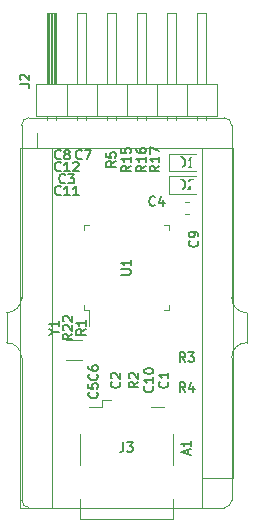
<source format=gbr>
%TF.GenerationSoftware,KiCad,Pcbnew,5.1.4-e60b266~84~ubuntu19.04.1*%
%TF.CreationDate,2020-03-25T19:35:05+00:00*%
%TF.ProjectId,ProMicro_UART,50726f4d-6963-4726-9f5f-554152542e6b,v1.2*%
%TF.SameCoordinates,Original*%
%TF.FileFunction,Legend,Top*%
%TF.FilePolarity,Positive*%
%FSLAX45Y45*%
G04 Gerber Fmt 4.5, Leading zero omitted, Abs format (unit mm)*
G04 Created by KiCad (PCBNEW 5.1.4-e60b266~84~ubuntu19.04.1) date 2020-03-25 19:35:05*
%MOMM*%
%LPD*%
G04 APERTURE LIST*
%ADD10C,0.100000*%
%ADD11C,0.120000*%
%ADD12C,0.200000*%
%ADD13C,0.150000*%
%ADD14C,0.300000*%
%ADD15C,0.590000*%
%ADD16C,0.900000*%
%ADD17R,0.500000X2.500000*%
%ADD18R,2.000000X2.500000*%
%ADD19R,1.000000X1.800000*%
%ADD20C,0.875000*%
%ADD21O,1.700000X1.700000*%
%ADD22R,1.700000X1.700000*%
%ADD23O,1.600000X1.600000*%
%ADD24R,1.600000X1.600000*%
G04 APERTURE END LIST*
D10*
X10033000Y-7302500D02*
X10033000Y-8763000D01*
X10033000Y-9271000D02*
X10033000Y-10477500D01*
X9906000Y-9144000D02*
G75*
G02X10033000Y-9271000I0J-127000D01*
G01*
X10033000Y-8763000D02*
G75*
G02X9906000Y-8890000I-127000J0D01*
G01*
X9906000Y-9144000D02*
X9906000Y-8890000D01*
X11811000Y-7302500D02*
X11811000Y-8763000D01*
X11938000Y-8890000D02*
X11938000Y-9144000D01*
X11811000Y-9271000D02*
G75*
G02X11938000Y-9144000I127000J0D01*
G01*
X11938000Y-8890000D02*
G75*
G02X11811000Y-8763000I0J127000D01*
G01*
X10096500Y-10541000D02*
G75*
G02X10033000Y-10477500I0J63500D01*
G01*
X11811000Y-10477500D02*
G75*
G02X11747500Y-10541000I-63500J0D01*
G01*
X11747500Y-7239000D02*
G75*
G02X11811000Y-7302500I0J-63500D01*
G01*
X10033000Y-7302500D02*
G75*
G02X10096500Y-7239000I63500J0D01*
G01*
X11747500Y-10541000D02*
X10096500Y-10541000D01*
X11811000Y-9271000D02*
X11811000Y-10477500D01*
X10096500Y-7239000D02*
X11747500Y-7239000D01*
D11*
X10606000Y-8870000D02*
X10606000Y-8999000D01*
X10561000Y-8870000D02*
X10606000Y-8870000D01*
X10561000Y-8825000D02*
X10561000Y-8870000D01*
X10561000Y-8148000D02*
X10606000Y-8148000D01*
X10561000Y-8193000D02*
X10561000Y-8148000D01*
X11283000Y-8870000D02*
X11238000Y-8870000D01*
X11283000Y-8825000D02*
X11283000Y-8870000D01*
X11283000Y-8148000D02*
X11238000Y-8148000D01*
X11283000Y-8193000D02*
X11283000Y-8148000D01*
X11318000Y-10634000D02*
X11318000Y-10468000D01*
X10526000Y-10634000D02*
X11318000Y-10634000D01*
X10526000Y-10468000D02*
X10526000Y-10634000D01*
X11127000Y-9687000D02*
X11242000Y-9687000D01*
X10717000Y-9628000D02*
X10787000Y-9628000D01*
X10717000Y-9687000D02*
X10717000Y-9628000D01*
X10602000Y-9687000D02*
X10717000Y-9687000D01*
X11318000Y-9918000D02*
X11318000Y-10178000D01*
X10526000Y-10178000D02*
X10526000Y-9918000D01*
X10545000Y-9295000D02*
X10410000Y-9295000D01*
X10545000Y-9120000D02*
X10410000Y-9120000D01*
X11446278Y-7950000D02*
X11413722Y-7950000D01*
X11446278Y-8052000D02*
X11413722Y-8052000D01*
X10160000Y-7493000D02*
X10160000Y-7366000D01*
X10287000Y-7493000D02*
X10160000Y-7493000D01*
X11595000Y-7261707D02*
X11595000Y-7222000D01*
X11519000Y-7261707D02*
X11519000Y-7222000D01*
X11595000Y-6356000D02*
X11595000Y-6956000D01*
X11519000Y-6356000D02*
X11595000Y-6356000D01*
X11519000Y-6956000D02*
X11519000Y-6356000D01*
X11430000Y-7222000D02*
X11430000Y-6956000D01*
X11341000Y-7261707D02*
X11341000Y-7222000D01*
X11265000Y-7261707D02*
X11265000Y-7222000D01*
X11341000Y-6356000D02*
X11341000Y-6956000D01*
X11265000Y-6356000D02*
X11341000Y-6356000D01*
X11265000Y-6956000D02*
X11265000Y-6356000D01*
X11176000Y-7222000D02*
X11176000Y-6956000D01*
X11087000Y-7261707D02*
X11087000Y-7222000D01*
X11011000Y-7261707D02*
X11011000Y-7222000D01*
X11087000Y-6356000D02*
X11087000Y-6956000D01*
X11011000Y-6356000D02*
X11087000Y-6356000D01*
X11011000Y-6956000D02*
X11011000Y-6356000D01*
X10922000Y-7222000D02*
X10922000Y-6956000D01*
X10833000Y-7261707D02*
X10833000Y-7222000D01*
X10757000Y-7261707D02*
X10757000Y-7222000D01*
X10833000Y-6356000D02*
X10833000Y-6956000D01*
X10757000Y-6356000D02*
X10833000Y-6356000D01*
X10757000Y-6956000D02*
X10757000Y-6356000D01*
X10668000Y-7222000D02*
X10668000Y-6956000D01*
X10579000Y-7261707D02*
X10579000Y-7222000D01*
X10503000Y-7261707D02*
X10503000Y-7222000D01*
X10579000Y-6356000D02*
X10579000Y-6956000D01*
X10503000Y-6356000D02*
X10579000Y-6356000D01*
X10503000Y-6956000D02*
X10503000Y-6356000D01*
X10414000Y-7222000D02*
X10414000Y-6956000D01*
X10325000Y-7255000D02*
X10325000Y-7222000D01*
X10249000Y-7255000D02*
X10249000Y-7222000D01*
X10315000Y-6956000D02*
X10315000Y-6356000D01*
X10303000Y-6956000D02*
X10303000Y-6356000D01*
X10291000Y-6956000D02*
X10291000Y-6356000D01*
X10279000Y-6956000D02*
X10279000Y-6356000D01*
X10267000Y-6956000D02*
X10267000Y-6356000D01*
X10255000Y-6956000D02*
X10255000Y-6356000D01*
X10325000Y-6356000D02*
X10325000Y-6956000D01*
X10249000Y-6356000D02*
X10325000Y-6356000D01*
X10249000Y-6956000D02*
X10249000Y-6356000D01*
X10154000Y-6956000D02*
X10154000Y-7222000D01*
X11690000Y-6956000D02*
X10154000Y-6956000D01*
X11690000Y-7222000D02*
X11690000Y-6956000D01*
X10154000Y-7222000D02*
X11690000Y-7222000D01*
X11281500Y-7884000D02*
X11510000Y-7884000D01*
X11281500Y-7737000D02*
X11281500Y-7884000D01*
X11510000Y-7737000D02*
X11281500Y-7737000D01*
X11281500Y-7693500D02*
X11510000Y-7693500D01*
X11281500Y-7546500D02*
X11281500Y-7693500D01*
X11510000Y-7546500D02*
X11281500Y-7546500D01*
X11824000Y-10287000D02*
X11824000Y-7493000D01*
X10287000Y-10541000D02*
X10287000Y-7493000D01*
X11557000Y-10287000D02*
X11824000Y-10287000D01*
X11557000Y-10541000D02*
X11557000Y-7493000D01*
X11824000Y-7493000D02*
X10020000Y-7493000D01*
X10020000Y-7493000D02*
X10020000Y-10541000D01*
X10020000Y-10541000D02*
X11557000Y-10541000D01*
D12*
X10878190Y-8569952D02*
X10942952Y-8569952D01*
X10950571Y-8566143D01*
X10954381Y-8562333D01*
X10958190Y-8554714D01*
X10958190Y-8539476D01*
X10954381Y-8531857D01*
X10950571Y-8528048D01*
X10942952Y-8524238D01*
X10878190Y-8524238D01*
X10958190Y-8444238D02*
X10958190Y-8489952D01*
X10958190Y-8467095D02*
X10878190Y-8467095D01*
X10889619Y-8474714D01*
X10897238Y-8482333D01*
X10901048Y-8489952D01*
X10462890Y-9068429D02*
X10424795Y-9095095D01*
X10462890Y-9114143D02*
X10382890Y-9114143D01*
X10382890Y-9083667D01*
X10386700Y-9076048D01*
X10390510Y-9072238D01*
X10398129Y-9068429D01*
X10409557Y-9068429D01*
X10417176Y-9072238D01*
X10420986Y-9076048D01*
X10424795Y-9083667D01*
X10424795Y-9114143D01*
X10390510Y-9037952D02*
X10386700Y-9034143D01*
X10382890Y-9026524D01*
X10382890Y-9007476D01*
X10386700Y-8999857D01*
X10390510Y-8996048D01*
X10398129Y-8992238D01*
X10405748Y-8992238D01*
X10417176Y-8996048D01*
X10462890Y-9041762D01*
X10462890Y-8992238D01*
X10390510Y-8961762D02*
X10386700Y-8957952D01*
X10382890Y-8950333D01*
X10382890Y-8931286D01*
X10386700Y-8923667D01*
X10390510Y-8919857D01*
X10398129Y-8916048D01*
X10405748Y-8916048D01*
X10417176Y-8919857D01*
X10462890Y-8965571D01*
X10462890Y-8916048D01*
X10362567Y-7585071D02*
X10358757Y-7588881D01*
X10347329Y-7592690D01*
X10339710Y-7592690D01*
X10328281Y-7588881D01*
X10320662Y-7581262D01*
X10316852Y-7573643D01*
X10313043Y-7558405D01*
X10313043Y-7546976D01*
X10316852Y-7531738D01*
X10320662Y-7524119D01*
X10328281Y-7516500D01*
X10339710Y-7512690D01*
X10347329Y-7512690D01*
X10358757Y-7516500D01*
X10362567Y-7520309D01*
X10408281Y-7546976D02*
X10400662Y-7543167D01*
X10396852Y-7539357D01*
X10393043Y-7531738D01*
X10393043Y-7527928D01*
X10396852Y-7520309D01*
X10400662Y-7516500D01*
X10408281Y-7512690D01*
X10423519Y-7512690D01*
X10431138Y-7516500D01*
X10434948Y-7520309D01*
X10438757Y-7527928D01*
X10438757Y-7531738D01*
X10434948Y-7539357D01*
X10431138Y-7543167D01*
X10423519Y-7546976D01*
X10408281Y-7546976D01*
X10400662Y-7550786D01*
X10396852Y-7554595D01*
X10393043Y-7562214D01*
X10393043Y-7577452D01*
X10396852Y-7585071D01*
X10400662Y-7588881D01*
X10408281Y-7592690D01*
X10423519Y-7592690D01*
X10431138Y-7588881D01*
X10434948Y-7585071D01*
X10438757Y-7577452D01*
X10438757Y-7562214D01*
X10434948Y-7554595D01*
X10431138Y-7550786D01*
X10423519Y-7546976D01*
X10540367Y-7585071D02*
X10536557Y-7588881D01*
X10525129Y-7592690D01*
X10517510Y-7592690D01*
X10506081Y-7588881D01*
X10498462Y-7581262D01*
X10494652Y-7573643D01*
X10490843Y-7558405D01*
X10490843Y-7546976D01*
X10494652Y-7531738D01*
X10498462Y-7524119D01*
X10506081Y-7516500D01*
X10517510Y-7512690D01*
X10525129Y-7512690D01*
X10536557Y-7516500D01*
X10540367Y-7520309D01*
X10567033Y-7512690D02*
X10620367Y-7512690D01*
X10586081Y-7592690D01*
X11268071Y-9474833D02*
X11271881Y-9478643D01*
X11275690Y-9490071D01*
X11275690Y-9497690D01*
X11271881Y-9509119D01*
X11264262Y-9516738D01*
X11256643Y-9520548D01*
X11241405Y-9524357D01*
X11229976Y-9524357D01*
X11214738Y-9520548D01*
X11207119Y-9516738D01*
X11199500Y-9509119D01*
X11195690Y-9497690D01*
X11195690Y-9490071D01*
X11199500Y-9478643D01*
X11203309Y-9474833D01*
X11275690Y-9398643D02*
X11275690Y-9444357D01*
X11275690Y-9421500D02*
X11195690Y-9421500D01*
X11207119Y-9429119D01*
X11214738Y-9436738D01*
X11218548Y-9444357D01*
X10861671Y-9474833D02*
X10865481Y-9478643D01*
X10869290Y-9490071D01*
X10869290Y-9497690D01*
X10865481Y-9509119D01*
X10857862Y-9516738D01*
X10850243Y-9520548D01*
X10835005Y-9524357D01*
X10823576Y-9524357D01*
X10808338Y-9520548D01*
X10800719Y-9516738D01*
X10793100Y-9509119D01*
X10789290Y-9497690D01*
X10789290Y-9490071D01*
X10793100Y-9478643D01*
X10796910Y-9474833D01*
X10796910Y-9444357D02*
X10793100Y-9440548D01*
X10789290Y-9432929D01*
X10789290Y-9413881D01*
X10793100Y-9406262D01*
X10796910Y-9402452D01*
X10804529Y-9398643D01*
X10812148Y-9398643D01*
X10823576Y-9402452D01*
X10869290Y-9448167D01*
X10869290Y-9398643D01*
X10400667Y-7788271D02*
X10396857Y-7792081D01*
X10385429Y-7795890D01*
X10377810Y-7795890D01*
X10366381Y-7792081D01*
X10358762Y-7784462D01*
X10354952Y-7776843D01*
X10351143Y-7761605D01*
X10351143Y-7750176D01*
X10354952Y-7734938D01*
X10358762Y-7727319D01*
X10366381Y-7719700D01*
X10377810Y-7715890D01*
X10385429Y-7715890D01*
X10396857Y-7719700D01*
X10400667Y-7723509D01*
X10427333Y-7715890D02*
X10476857Y-7715890D01*
X10450190Y-7746367D01*
X10461619Y-7746367D01*
X10469238Y-7750176D01*
X10473048Y-7753986D01*
X10476857Y-7761605D01*
X10476857Y-7780652D01*
X10473048Y-7788271D01*
X10469238Y-7792081D01*
X10461619Y-7795890D01*
X10438762Y-7795890D01*
X10431143Y-7792081D01*
X10427333Y-7788271D01*
X10671171Y-9563733D02*
X10674981Y-9567543D01*
X10678790Y-9578971D01*
X10678790Y-9586590D01*
X10674981Y-9598019D01*
X10667362Y-9605638D01*
X10659743Y-9609448D01*
X10644505Y-9613257D01*
X10633076Y-9613257D01*
X10617838Y-9609448D01*
X10610219Y-9605638D01*
X10602600Y-9598019D01*
X10598790Y-9586590D01*
X10598790Y-9578971D01*
X10602600Y-9567543D01*
X10606410Y-9563733D01*
X10598790Y-9491352D02*
X10598790Y-9529448D01*
X10636886Y-9533257D01*
X10633076Y-9529448D01*
X10629267Y-9521829D01*
X10629267Y-9502781D01*
X10633076Y-9495162D01*
X10636886Y-9491352D01*
X10644505Y-9487543D01*
X10663552Y-9487543D01*
X10671171Y-9491352D01*
X10674981Y-9495162D01*
X10678790Y-9502781D01*
X10678790Y-9521829D01*
X10674981Y-9529448D01*
X10671171Y-9533257D01*
X10671171Y-9411333D02*
X10674981Y-9415143D01*
X10678790Y-9426571D01*
X10678790Y-9434190D01*
X10674981Y-9445619D01*
X10667362Y-9453238D01*
X10659743Y-9457048D01*
X10644505Y-9460857D01*
X10633076Y-9460857D01*
X10617838Y-9457048D01*
X10610219Y-9453238D01*
X10602600Y-9445619D01*
X10598790Y-9434190D01*
X10598790Y-9426571D01*
X10602600Y-9415143D01*
X10606410Y-9411333D01*
X10598790Y-9342762D02*
X10598790Y-9358000D01*
X10602600Y-9365619D01*
X10606410Y-9369429D01*
X10617838Y-9377048D01*
X10633076Y-9380857D01*
X10663552Y-9380857D01*
X10671171Y-9377048D01*
X10674981Y-9373238D01*
X10678790Y-9365619D01*
X10678790Y-9350381D01*
X10674981Y-9342762D01*
X10671171Y-9338952D01*
X10663552Y-9335143D01*
X10644505Y-9335143D01*
X10636886Y-9338952D01*
X10633076Y-9342762D01*
X10629267Y-9350381D01*
X10629267Y-9365619D01*
X10633076Y-9373238D01*
X10636886Y-9377048D01*
X10644505Y-9380857D01*
X11522071Y-8281033D02*
X11525881Y-8284843D01*
X11529690Y-8296271D01*
X11529690Y-8303890D01*
X11525881Y-8315319D01*
X11518262Y-8322938D01*
X11510643Y-8326748D01*
X11495405Y-8330557D01*
X11483976Y-8330557D01*
X11468738Y-8326748D01*
X11461119Y-8322938D01*
X11453500Y-8315319D01*
X11449690Y-8303890D01*
X11449690Y-8296271D01*
X11453500Y-8284843D01*
X11457309Y-8281033D01*
X11529690Y-8242938D02*
X11529690Y-8227700D01*
X11525881Y-8220081D01*
X11522071Y-8216271D01*
X11510643Y-8208652D01*
X11495405Y-8204843D01*
X11464928Y-8204843D01*
X11457309Y-8208652D01*
X11453500Y-8212462D01*
X11449690Y-8220081D01*
X11449690Y-8235319D01*
X11453500Y-8242938D01*
X11457309Y-8246748D01*
X11464928Y-8250557D01*
X11483976Y-8250557D01*
X11491595Y-8246748D01*
X11495405Y-8242938D01*
X11499214Y-8235319D01*
X11499214Y-8220081D01*
X11495405Y-8212462D01*
X11491595Y-8208652D01*
X11483976Y-8204843D01*
X11141071Y-9512929D02*
X11144881Y-9516738D01*
X11148690Y-9528167D01*
X11148690Y-9535786D01*
X11144881Y-9547214D01*
X11137262Y-9554833D01*
X11129643Y-9558643D01*
X11114405Y-9562452D01*
X11102976Y-9562452D01*
X11087738Y-9558643D01*
X11080119Y-9554833D01*
X11072500Y-9547214D01*
X11068690Y-9535786D01*
X11068690Y-9528167D01*
X11072500Y-9516738D01*
X11076310Y-9512929D01*
X11148690Y-9436738D02*
X11148690Y-9482452D01*
X11148690Y-9459595D02*
X11068690Y-9459595D01*
X11080119Y-9467214D01*
X11087738Y-9474833D01*
X11091548Y-9482452D01*
X11068690Y-9387214D02*
X11068690Y-9379595D01*
X11072500Y-9371976D01*
X11076310Y-9368167D01*
X11083929Y-9364357D01*
X11099167Y-9360548D01*
X11118214Y-9360548D01*
X11133452Y-9364357D01*
X11141071Y-9368167D01*
X11144881Y-9371976D01*
X11148690Y-9379595D01*
X11148690Y-9387214D01*
X11144881Y-9394833D01*
X11141071Y-9398643D01*
X11133452Y-9402452D01*
X11118214Y-9406262D01*
X11099167Y-9406262D01*
X11083929Y-9402452D01*
X11076310Y-9398643D01*
X11072500Y-9394833D01*
X11068690Y-9387214D01*
X10362571Y-7889871D02*
X10358762Y-7893681D01*
X10347333Y-7897490D01*
X10339714Y-7897490D01*
X10328286Y-7893681D01*
X10320667Y-7886062D01*
X10316857Y-7878443D01*
X10313048Y-7863205D01*
X10313048Y-7851776D01*
X10316857Y-7836538D01*
X10320667Y-7828919D01*
X10328286Y-7821300D01*
X10339714Y-7817490D01*
X10347333Y-7817490D01*
X10358762Y-7821300D01*
X10362571Y-7825109D01*
X10438762Y-7897490D02*
X10393048Y-7897490D01*
X10415905Y-7897490D02*
X10415905Y-7817490D01*
X10408286Y-7828919D01*
X10400667Y-7836538D01*
X10393048Y-7840348D01*
X10514952Y-7897490D02*
X10469238Y-7897490D01*
X10492095Y-7897490D02*
X10492095Y-7817490D01*
X10484476Y-7828919D01*
X10476857Y-7836538D01*
X10469238Y-7840348D01*
X10362571Y-7686671D02*
X10358762Y-7690481D01*
X10347333Y-7694290D01*
X10339714Y-7694290D01*
X10328286Y-7690481D01*
X10320667Y-7682862D01*
X10316857Y-7675243D01*
X10313048Y-7660005D01*
X10313048Y-7648576D01*
X10316857Y-7633338D01*
X10320667Y-7625719D01*
X10328286Y-7618100D01*
X10339714Y-7614290D01*
X10347333Y-7614290D01*
X10358762Y-7618100D01*
X10362571Y-7621909D01*
X10438762Y-7694290D02*
X10393048Y-7694290D01*
X10415905Y-7694290D02*
X10415905Y-7614290D01*
X10408286Y-7625719D01*
X10400667Y-7633338D01*
X10393048Y-7637148D01*
X10469238Y-7621909D02*
X10473048Y-7618100D01*
X10480667Y-7614290D01*
X10499714Y-7614290D01*
X10507333Y-7618100D01*
X10511143Y-7621909D01*
X10514952Y-7629528D01*
X10514952Y-7637148D01*
X10511143Y-7648576D01*
X10465429Y-7694290D01*
X10514952Y-7694290D01*
X10577190Y-9030333D02*
X10539095Y-9057000D01*
X10577190Y-9076048D02*
X10497190Y-9076048D01*
X10497190Y-9045571D01*
X10501000Y-9037952D01*
X10504810Y-9034143D01*
X10512429Y-9030333D01*
X10523857Y-9030333D01*
X10531476Y-9034143D01*
X10535286Y-9037952D01*
X10539095Y-9045571D01*
X10539095Y-9076048D01*
X10577190Y-8954143D02*
X10577190Y-8999857D01*
X10577190Y-8977000D02*
X10497190Y-8977000D01*
X10508619Y-8984619D01*
X10516238Y-8992238D01*
X10520048Y-8999857D01*
X11021690Y-9474833D02*
X10983595Y-9501500D01*
X11021690Y-9520548D02*
X10941690Y-9520548D01*
X10941690Y-9490071D01*
X10945500Y-9482452D01*
X10949310Y-9478643D01*
X10956929Y-9474833D01*
X10968357Y-9474833D01*
X10975976Y-9478643D01*
X10979786Y-9482452D01*
X10983595Y-9490071D01*
X10983595Y-9520548D01*
X10949310Y-9444357D02*
X10945500Y-9440548D01*
X10941690Y-9432929D01*
X10941690Y-9413881D01*
X10945500Y-9406262D01*
X10949310Y-9402452D01*
X10956929Y-9398643D01*
X10964548Y-9398643D01*
X10975976Y-9402452D01*
X11021690Y-9448167D01*
X11021690Y-9398643D01*
X11416667Y-9307190D02*
X11390000Y-9269095D01*
X11370952Y-9307190D02*
X11370952Y-9227190D01*
X11401428Y-9227190D01*
X11409048Y-9231000D01*
X11412857Y-9234810D01*
X11416667Y-9242429D01*
X11416667Y-9253857D01*
X11412857Y-9261476D01*
X11409048Y-9265286D01*
X11401428Y-9269095D01*
X11370952Y-9269095D01*
X11443333Y-9227190D02*
X11492857Y-9227190D01*
X11466190Y-9257667D01*
X11477619Y-9257667D01*
X11485238Y-9261476D01*
X11489048Y-9265286D01*
X11492857Y-9272905D01*
X11492857Y-9291952D01*
X11489048Y-9299571D01*
X11485238Y-9303381D01*
X11477619Y-9307190D01*
X11454762Y-9307190D01*
X11447143Y-9303381D01*
X11443333Y-9299571D01*
X11416667Y-9561190D02*
X11390000Y-9523095D01*
X11370952Y-9561190D02*
X11370952Y-9481190D01*
X11401428Y-9481190D01*
X11409048Y-9485000D01*
X11412857Y-9488810D01*
X11416667Y-9496429D01*
X11416667Y-9507857D01*
X11412857Y-9515476D01*
X11409048Y-9519286D01*
X11401428Y-9523095D01*
X11370952Y-9523095D01*
X11485238Y-9507857D02*
X11485238Y-9561190D01*
X11466190Y-9477381D02*
X11447143Y-9534524D01*
X11496667Y-9534524D01*
X10831190Y-7607933D02*
X10793095Y-7634600D01*
X10831190Y-7653648D02*
X10751190Y-7653648D01*
X10751190Y-7623171D01*
X10755000Y-7615552D01*
X10758810Y-7611743D01*
X10766429Y-7607933D01*
X10777857Y-7607933D01*
X10785476Y-7611743D01*
X10789286Y-7615552D01*
X10793095Y-7623171D01*
X10793095Y-7653648D01*
X10751190Y-7535552D02*
X10751190Y-7573648D01*
X10789286Y-7577457D01*
X10785476Y-7573648D01*
X10781667Y-7566028D01*
X10781667Y-7546981D01*
X10785476Y-7539362D01*
X10789286Y-7535552D01*
X10796905Y-7531743D01*
X10815952Y-7531743D01*
X10823571Y-7535552D01*
X10827381Y-7539362D01*
X10831190Y-7546981D01*
X10831190Y-7566028D01*
X10827381Y-7573648D01*
X10823571Y-7577457D01*
X10958190Y-7646028D02*
X10920095Y-7672695D01*
X10958190Y-7691743D02*
X10878190Y-7691743D01*
X10878190Y-7661267D01*
X10882000Y-7653648D01*
X10885810Y-7649838D01*
X10893429Y-7646028D01*
X10904857Y-7646028D01*
X10912476Y-7649838D01*
X10916286Y-7653648D01*
X10920095Y-7661267D01*
X10920095Y-7691743D01*
X10958190Y-7569838D02*
X10958190Y-7615552D01*
X10958190Y-7592695D02*
X10878190Y-7592695D01*
X10889619Y-7600314D01*
X10897238Y-7607933D01*
X10901048Y-7615552D01*
X10878190Y-7497457D02*
X10878190Y-7535552D01*
X10916286Y-7539362D01*
X10912476Y-7535552D01*
X10908667Y-7527933D01*
X10908667Y-7508886D01*
X10912476Y-7501267D01*
X10916286Y-7497457D01*
X10923905Y-7493648D01*
X10942952Y-7493648D01*
X10950571Y-7497457D01*
X10954381Y-7501267D01*
X10958190Y-7508886D01*
X10958190Y-7527933D01*
X10954381Y-7535552D01*
X10950571Y-7539362D01*
X11085190Y-7646028D02*
X11047095Y-7672695D01*
X11085190Y-7691743D02*
X11005190Y-7691743D01*
X11005190Y-7661267D01*
X11009000Y-7653648D01*
X11012810Y-7649838D01*
X11020429Y-7646028D01*
X11031857Y-7646028D01*
X11039476Y-7649838D01*
X11043286Y-7653648D01*
X11047095Y-7661267D01*
X11047095Y-7691743D01*
X11085190Y-7569838D02*
X11085190Y-7615552D01*
X11085190Y-7592695D02*
X11005190Y-7592695D01*
X11016619Y-7600314D01*
X11024238Y-7607933D01*
X11028048Y-7615552D01*
X11005190Y-7501267D02*
X11005190Y-7516505D01*
X11009000Y-7524124D01*
X11012810Y-7527933D01*
X11024238Y-7535552D01*
X11039476Y-7539362D01*
X11069952Y-7539362D01*
X11077571Y-7535552D01*
X11081381Y-7531743D01*
X11085190Y-7524124D01*
X11085190Y-7508886D01*
X11081381Y-7501267D01*
X11077571Y-7497457D01*
X11069952Y-7493648D01*
X11050905Y-7493648D01*
X11043286Y-7497457D01*
X11039476Y-7501267D01*
X11035667Y-7508886D01*
X11035667Y-7524124D01*
X11039476Y-7531743D01*
X11043286Y-7535552D01*
X11050905Y-7539362D01*
X11199490Y-7646028D02*
X11161395Y-7672695D01*
X11199490Y-7691743D02*
X11119490Y-7691743D01*
X11119490Y-7661267D01*
X11123300Y-7653648D01*
X11127110Y-7649838D01*
X11134729Y-7646028D01*
X11146157Y-7646028D01*
X11153776Y-7649838D01*
X11157586Y-7653648D01*
X11161395Y-7661267D01*
X11161395Y-7691743D01*
X11199490Y-7569838D02*
X11199490Y-7615552D01*
X11199490Y-7592695D02*
X11119490Y-7592695D01*
X11130919Y-7600314D01*
X11138538Y-7607933D01*
X11142348Y-7615552D01*
X11119490Y-7543171D02*
X11119490Y-7489838D01*
X11199490Y-7524124D01*
X10895333Y-9989190D02*
X10895333Y-10046333D01*
X10891524Y-10057762D01*
X10883905Y-10065381D01*
X10872476Y-10069190D01*
X10864857Y-10069190D01*
X10925810Y-9989190D02*
X10975333Y-9989190D01*
X10948667Y-10019667D01*
X10960095Y-10019667D01*
X10967714Y-10023476D01*
X10971524Y-10027286D01*
X10975333Y-10034905D01*
X10975333Y-10053952D01*
X10971524Y-10061571D01*
X10967714Y-10065381D01*
X10960095Y-10069190D01*
X10937238Y-10069190D01*
X10929619Y-10065381D01*
X10925810Y-10061571D01*
X10310495Y-9055095D02*
X10348590Y-9055095D01*
X10268590Y-9081762D02*
X10310495Y-9055095D01*
X10268590Y-9028429D01*
X10348590Y-8959857D02*
X10348590Y-9005571D01*
X10348590Y-8982714D02*
X10268590Y-8982714D01*
X10280019Y-8990333D01*
X10287638Y-8997952D01*
X10291448Y-9005571D01*
X11162667Y-7978771D02*
X11158857Y-7982581D01*
X11147429Y-7986390D01*
X11139810Y-7986390D01*
X11128381Y-7982581D01*
X11120762Y-7974962D01*
X11116952Y-7967343D01*
X11113143Y-7952105D01*
X11113143Y-7940676D01*
X11116952Y-7925438D01*
X11120762Y-7917819D01*
X11128381Y-7910200D01*
X11139810Y-7906390D01*
X11147429Y-7906390D01*
X11158857Y-7910200D01*
X11162667Y-7914009D01*
X11231238Y-7933057D02*
X11231238Y-7986390D01*
X11212190Y-7902581D02*
X11193143Y-7959724D01*
X11242667Y-7959724D01*
X10016190Y-6954167D02*
X10073333Y-6954167D01*
X10084762Y-6957976D01*
X10092381Y-6965595D01*
X10096190Y-6977024D01*
X10096190Y-6984643D01*
X10023810Y-6919881D02*
X10020000Y-6916071D01*
X10016190Y-6908452D01*
X10016190Y-6889405D01*
X10020000Y-6881786D01*
X10023810Y-6877976D01*
X10031429Y-6874167D01*
X10039048Y-6874167D01*
X10050476Y-6877976D01*
X10096190Y-6923690D01*
X10096190Y-6874167D01*
X11370952Y-7846690D02*
X11370952Y-7766690D01*
X11390000Y-7766690D01*
X11401428Y-7770500D01*
X11409048Y-7778119D01*
X11412857Y-7785738D01*
X11416667Y-7800976D01*
X11416667Y-7812405D01*
X11412857Y-7827643D01*
X11409048Y-7835262D01*
X11401428Y-7842881D01*
X11390000Y-7846690D01*
X11370952Y-7846690D01*
X11447143Y-7774309D02*
X11450952Y-7770500D01*
X11458571Y-7766690D01*
X11477619Y-7766690D01*
X11485238Y-7770500D01*
X11489048Y-7774309D01*
X11492857Y-7781928D01*
X11492857Y-7789548D01*
X11489048Y-7800976D01*
X11443333Y-7846690D01*
X11492857Y-7846690D01*
X11370952Y-7656190D02*
X11370952Y-7576190D01*
X11390000Y-7576190D01*
X11401428Y-7580000D01*
X11409048Y-7587619D01*
X11412857Y-7595238D01*
X11416667Y-7610476D01*
X11416667Y-7621905D01*
X11412857Y-7637143D01*
X11409048Y-7644762D01*
X11401428Y-7652381D01*
X11390000Y-7656190D01*
X11370952Y-7656190D01*
X11492857Y-7656190D02*
X11447143Y-7656190D01*
X11470000Y-7656190D02*
X11470000Y-7576190D01*
X11462381Y-7587619D01*
X11454762Y-7595238D01*
X11447143Y-7599048D01*
X11443333Y-10090143D02*
X11443333Y-10052048D01*
X11466190Y-10097762D02*
X11386190Y-10071095D01*
X11466190Y-10044429D01*
X11466190Y-9975857D02*
X11466190Y-10021571D01*
X11466190Y-9998714D02*
X11386190Y-9998714D01*
X11397619Y-10006333D01*
X11405238Y-10013952D01*
X11409048Y-10021571D01*
%LPC*%
D13*
G36*
X10572735Y-8769036D02*
G01*
X10573463Y-8769144D01*
X10574177Y-8769323D01*
X10574870Y-8769571D01*
X10575536Y-8769886D01*
X10576167Y-8770264D01*
X10576758Y-8770702D01*
X10577303Y-8771197D01*
X10577798Y-8771742D01*
X10578236Y-8772333D01*
X10578614Y-8772965D01*
X10578929Y-8773630D01*
X10579177Y-8774323D01*
X10579356Y-8775037D01*
X10579464Y-8775765D01*
X10579500Y-8776500D01*
X10579500Y-8791500D01*
X10579464Y-8792235D01*
X10579356Y-8792963D01*
X10579177Y-8793677D01*
X10578929Y-8794370D01*
X10578614Y-8795036D01*
X10578236Y-8795667D01*
X10577798Y-8796258D01*
X10577303Y-8796803D01*
X10576758Y-8797298D01*
X10576167Y-8797736D01*
X10575536Y-8798114D01*
X10574870Y-8798429D01*
X10574177Y-8798677D01*
X10573463Y-8798856D01*
X10572735Y-8798964D01*
X10572000Y-8799000D01*
X10439500Y-8799000D01*
X10438765Y-8798964D01*
X10438037Y-8798856D01*
X10437323Y-8798677D01*
X10436630Y-8798429D01*
X10435965Y-8798114D01*
X10435333Y-8797736D01*
X10434742Y-8797298D01*
X10434197Y-8796803D01*
X10433702Y-8796258D01*
X10433264Y-8795667D01*
X10432886Y-8795036D01*
X10432571Y-8794370D01*
X10432323Y-8793677D01*
X10432144Y-8792963D01*
X10432036Y-8792235D01*
X10432000Y-8791500D01*
X10432000Y-8776500D01*
X10432036Y-8775765D01*
X10432144Y-8775037D01*
X10432323Y-8774323D01*
X10432571Y-8773630D01*
X10432886Y-8772965D01*
X10433264Y-8772333D01*
X10433702Y-8771742D01*
X10434197Y-8771197D01*
X10434742Y-8770702D01*
X10435333Y-8770264D01*
X10435965Y-8769886D01*
X10436630Y-8769571D01*
X10437323Y-8769323D01*
X10438037Y-8769144D01*
X10438765Y-8769036D01*
X10439500Y-8769000D01*
X10572000Y-8769000D01*
X10572735Y-8769036D01*
X10572735Y-8769036D01*
G37*
D14*
X10505750Y-8784000D03*
D13*
G36*
X10572735Y-8719036D02*
G01*
X10573463Y-8719144D01*
X10574177Y-8719323D01*
X10574870Y-8719571D01*
X10575536Y-8719886D01*
X10576167Y-8720264D01*
X10576758Y-8720702D01*
X10577303Y-8721197D01*
X10577798Y-8721742D01*
X10578236Y-8722333D01*
X10578614Y-8722965D01*
X10578929Y-8723630D01*
X10579177Y-8724323D01*
X10579356Y-8725037D01*
X10579464Y-8725765D01*
X10579500Y-8726500D01*
X10579500Y-8741500D01*
X10579464Y-8742235D01*
X10579356Y-8742963D01*
X10579177Y-8743677D01*
X10578929Y-8744370D01*
X10578614Y-8745036D01*
X10578236Y-8745667D01*
X10577798Y-8746258D01*
X10577303Y-8746803D01*
X10576758Y-8747298D01*
X10576167Y-8747736D01*
X10575536Y-8748114D01*
X10574870Y-8748429D01*
X10574177Y-8748677D01*
X10573463Y-8748856D01*
X10572735Y-8748964D01*
X10572000Y-8749000D01*
X10439500Y-8749000D01*
X10438765Y-8748964D01*
X10438037Y-8748856D01*
X10437323Y-8748677D01*
X10436630Y-8748429D01*
X10435965Y-8748114D01*
X10435333Y-8747736D01*
X10434742Y-8747298D01*
X10434197Y-8746803D01*
X10433702Y-8746258D01*
X10433264Y-8745667D01*
X10432886Y-8745036D01*
X10432571Y-8744370D01*
X10432323Y-8743677D01*
X10432144Y-8742963D01*
X10432036Y-8742235D01*
X10432000Y-8741500D01*
X10432000Y-8726500D01*
X10432036Y-8725765D01*
X10432144Y-8725037D01*
X10432323Y-8724323D01*
X10432571Y-8723630D01*
X10432886Y-8722965D01*
X10433264Y-8722333D01*
X10433702Y-8721742D01*
X10434197Y-8721197D01*
X10434742Y-8720702D01*
X10435333Y-8720264D01*
X10435965Y-8719886D01*
X10436630Y-8719571D01*
X10437323Y-8719323D01*
X10438037Y-8719144D01*
X10438765Y-8719036D01*
X10439500Y-8719000D01*
X10572000Y-8719000D01*
X10572735Y-8719036D01*
X10572735Y-8719036D01*
G37*
D14*
X10505750Y-8734000D03*
D13*
G36*
X10572735Y-8669036D02*
G01*
X10573463Y-8669144D01*
X10574177Y-8669323D01*
X10574870Y-8669571D01*
X10575536Y-8669886D01*
X10576167Y-8670264D01*
X10576758Y-8670702D01*
X10577303Y-8671197D01*
X10577798Y-8671742D01*
X10578236Y-8672333D01*
X10578614Y-8672965D01*
X10578929Y-8673630D01*
X10579177Y-8674323D01*
X10579356Y-8675037D01*
X10579464Y-8675765D01*
X10579500Y-8676500D01*
X10579500Y-8691500D01*
X10579464Y-8692235D01*
X10579356Y-8692963D01*
X10579177Y-8693677D01*
X10578929Y-8694370D01*
X10578614Y-8695036D01*
X10578236Y-8695667D01*
X10577798Y-8696258D01*
X10577303Y-8696803D01*
X10576758Y-8697298D01*
X10576167Y-8697736D01*
X10575536Y-8698114D01*
X10574870Y-8698429D01*
X10574177Y-8698677D01*
X10573463Y-8698856D01*
X10572735Y-8698964D01*
X10572000Y-8699000D01*
X10439500Y-8699000D01*
X10438765Y-8698964D01*
X10438037Y-8698856D01*
X10437323Y-8698677D01*
X10436630Y-8698429D01*
X10435965Y-8698114D01*
X10435333Y-8697736D01*
X10434742Y-8697298D01*
X10434197Y-8696803D01*
X10433702Y-8696258D01*
X10433264Y-8695667D01*
X10432886Y-8695036D01*
X10432571Y-8694370D01*
X10432323Y-8693677D01*
X10432144Y-8692963D01*
X10432036Y-8692235D01*
X10432000Y-8691500D01*
X10432000Y-8676500D01*
X10432036Y-8675765D01*
X10432144Y-8675037D01*
X10432323Y-8674323D01*
X10432571Y-8673630D01*
X10432886Y-8672965D01*
X10433264Y-8672333D01*
X10433702Y-8671742D01*
X10434197Y-8671197D01*
X10434742Y-8670702D01*
X10435333Y-8670264D01*
X10435965Y-8669886D01*
X10436630Y-8669571D01*
X10437323Y-8669323D01*
X10438037Y-8669144D01*
X10438765Y-8669036D01*
X10439500Y-8669000D01*
X10572000Y-8669000D01*
X10572735Y-8669036D01*
X10572735Y-8669036D01*
G37*
D14*
X10505750Y-8684000D03*
D13*
G36*
X10572735Y-8619036D02*
G01*
X10573463Y-8619144D01*
X10574177Y-8619323D01*
X10574870Y-8619571D01*
X10575536Y-8619886D01*
X10576167Y-8620264D01*
X10576758Y-8620702D01*
X10577303Y-8621197D01*
X10577798Y-8621742D01*
X10578236Y-8622333D01*
X10578614Y-8622965D01*
X10578929Y-8623630D01*
X10579177Y-8624323D01*
X10579356Y-8625037D01*
X10579464Y-8625765D01*
X10579500Y-8626500D01*
X10579500Y-8641500D01*
X10579464Y-8642235D01*
X10579356Y-8642963D01*
X10579177Y-8643677D01*
X10578929Y-8644370D01*
X10578614Y-8645036D01*
X10578236Y-8645667D01*
X10577798Y-8646258D01*
X10577303Y-8646803D01*
X10576758Y-8647298D01*
X10576167Y-8647736D01*
X10575536Y-8648114D01*
X10574870Y-8648429D01*
X10574177Y-8648677D01*
X10573463Y-8648856D01*
X10572735Y-8648964D01*
X10572000Y-8649000D01*
X10439500Y-8649000D01*
X10438765Y-8648964D01*
X10438037Y-8648856D01*
X10437323Y-8648677D01*
X10436630Y-8648429D01*
X10435965Y-8648114D01*
X10435333Y-8647736D01*
X10434742Y-8647298D01*
X10434197Y-8646803D01*
X10433702Y-8646258D01*
X10433264Y-8645667D01*
X10432886Y-8645036D01*
X10432571Y-8644370D01*
X10432323Y-8643677D01*
X10432144Y-8642963D01*
X10432036Y-8642235D01*
X10432000Y-8641500D01*
X10432000Y-8626500D01*
X10432036Y-8625765D01*
X10432144Y-8625037D01*
X10432323Y-8624323D01*
X10432571Y-8623630D01*
X10432886Y-8622965D01*
X10433264Y-8622333D01*
X10433702Y-8621742D01*
X10434197Y-8621197D01*
X10434742Y-8620702D01*
X10435333Y-8620264D01*
X10435965Y-8619886D01*
X10436630Y-8619571D01*
X10437323Y-8619323D01*
X10438037Y-8619144D01*
X10438765Y-8619036D01*
X10439500Y-8619000D01*
X10572000Y-8619000D01*
X10572735Y-8619036D01*
X10572735Y-8619036D01*
G37*
D14*
X10505750Y-8634000D03*
D13*
G36*
X10572735Y-8569036D02*
G01*
X10573463Y-8569144D01*
X10574177Y-8569323D01*
X10574870Y-8569571D01*
X10575536Y-8569886D01*
X10576167Y-8570264D01*
X10576758Y-8570702D01*
X10577303Y-8571197D01*
X10577798Y-8571742D01*
X10578236Y-8572333D01*
X10578614Y-8572965D01*
X10578929Y-8573630D01*
X10579177Y-8574323D01*
X10579356Y-8575037D01*
X10579464Y-8575765D01*
X10579500Y-8576500D01*
X10579500Y-8591500D01*
X10579464Y-8592235D01*
X10579356Y-8592963D01*
X10579177Y-8593677D01*
X10578929Y-8594370D01*
X10578614Y-8595036D01*
X10578236Y-8595667D01*
X10577798Y-8596258D01*
X10577303Y-8596803D01*
X10576758Y-8597298D01*
X10576167Y-8597736D01*
X10575536Y-8598114D01*
X10574870Y-8598429D01*
X10574177Y-8598677D01*
X10573463Y-8598856D01*
X10572735Y-8598964D01*
X10572000Y-8599000D01*
X10439500Y-8599000D01*
X10438765Y-8598964D01*
X10438037Y-8598856D01*
X10437323Y-8598677D01*
X10436630Y-8598429D01*
X10435965Y-8598114D01*
X10435333Y-8597736D01*
X10434742Y-8597298D01*
X10434197Y-8596803D01*
X10433702Y-8596258D01*
X10433264Y-8595667D01*
X10432886Y-8595036D01*
X10432571Y-8594370D01*
X10432323Y-8593677D01*
X10432144Y-8592963D01*
X10432036Y-8592235D01*
X10432000Y-8591500D01*
X10432000Y-8576500D01*
X10432036Y-8575765D01*
X10432144Y-8575037D01*
X10432323Y-8574323D01*
X10432571Y-8573630D01*
X10432886Y-8572965D01*
X10433264Y-8572333D01*
X10433702Y-8571742D01*
X10434197Y-8571197D01*
X10434742Y-8570702D01*
X10435333Y-8570264D01*
X10435965Y-8569886D01*
X10436630Y-8569571D01*
X10437323Y-8569323D01*
X10438037Y-8569144D01*
X10438765Y-8569036D01*
X10439500Y-8569000D01*
X10572000Y-8569000D01*
X10572735Y-8569036D01*
X10572735Y-8569036D01*
G37*
D14*
X10505750Y-8584000D03*
D13*
G36*
X10572735Y-8519036D02*
G01*
X10573463Y-8519144D01*
X10574177Y-8519323D01*
X10574870Y-8519571D01*
X10575536Y-8519886D01*
X10576167Y-8520264D01*
X10576758Y-8520702D01*
X10577303Y-8521197D01*
X10577798Y-8521742D01*
X10578236Y-8522333D01*
X10578614Y-8522965D01*
X10578929Y-8523630D01*
X10579177Y-8524323D01*
X10579356Y-8525037D01*
X10579464Y-8525765D01*
X10579500Y-8526500D01*
X10579500Y-8541500D01*
X10579464Y-8542235D01*
X10579356Y-8542963D01*
X10579177Y-8543677D01*
X10578929Y-8544370D01*
X10578614Y-8545036D01*
X10578236Y-8545667D01*
X10577798Y-8546258D01*
X10577303Y-8546803D01*
X10576758Y-8547298D01*
X10576167Y-8547736D01*
X10575536Y-8548114D01*
X10574870Y-8548429D01*
X10574177Y-8548677D01*
X10573463Y-8548856D01*
X10572735Y-8548964D01*
X10572000Y-8549000D01*
X10439500Y-8549000D01*
X10438765Y-8548964D01*
X10438037Y-8548856D01*
X10437323Y-8548677D01*
X10436630Y-8548429D01*
X10435965Y-8548114D01*
X10435333Y-8547736D01*
X10434742Y-8547298D01*
X10434197Y-8546803D01*
X10433702Y-8546258D01*
X10433264Y-8545667D01*
X10432886Y-8545036D01*
X10432571Y-8544370D01*
X10432323Y-8543677D01*
X10432144Y-8542963D01*
X10432036Y-8542235D01*
X10432000Y-8541500D01*
X10432000Y-8526500D01*
X10432036Y-8525765D01*
X10432144Y-8525037D01*
X10432323Y-8524323D01*
X10432571Y-8523630D01*
X10432886Y-8522965D01*
X10433264Y-8522333D01*
X10433702Y-8521742D01*
X10434197Y-8521197D01*
X10434742Y-8520702D01*
X10435333Y-8520264D01*
X10435965Y-8519886D01*
X10436630Y-8519571D01*
X10437323Y-8519323D01*
X10438037Y-8519144D01*
X10438765Y-8519036D01*
X10439500Y-8519000D01*
X10572000Y-8519000D01*
X10572735Y-8519036D01*
X10572735Y-8519036D01*
G37*
D14*
X10505750Y-8534000D03*
D13*
G36*
X10572735Y-8469036D02*
G01*
X10573463Y-8469144D01*
X10574177Y-8469323D01*
X10574870Y-8469571D01*
X10575536Y-8469886D01*
X10576167Y-8470264D01*
X10576758Y-8470702D01*
X10577303Y-8471197D01*
X10577798Y-8471742D01*
X10578236Y-8472333D01*
X10578614Y-8472965D01*
X10578929Y-8473630D01*
X10579177Y-8474323D01*
X10579356Y-8475037D01*
X10579464Y-8475765D01*
X10579500Y-8476500D01*
X10579500Y-8491500D01*
X10579464Y-8492235D01*
X10579356Y-8492963D01*
X10579177Y-8493677D01*
X10578929Y-8494370D01*
X10578614Y-8495036D01*
X10578236Y-8495667D01*
X10577798Y-8496258D01*
X10577303Y-8496803D01*
X10576758Y-8497298D01*
X10576167Y-8497736D01*
X10575536Y-8498114D01*
X10574870Y-8498429D01*
X10574177Y-8498677D01*
X10573463Y-8498856D01*
X10572735Y-8498964D01*
X10572000Y-8499000D01*
X10439500Y-8499000D01*
X10438765Y-8498964D01*
X10438037Y-8498856D01*
X10437323Y-8498677D01*
X10436630Y-8498429D01*
X10435965Y-8498114D01*
X10435333Y-8497736D01*
X10434742Y-8497298D01*
X10434197Y-8496803D01*
X10433702Y-8496258D01*
X10433264Y-8495667D01*
X10432886Y-8495036D01*
X10432571Y-8494370D01*
X10432323Y-8493677D01*
X10432144Y-8492963D01*
X10432036Y-8492235D01*
X10432000Y-8491500D01*
X10432000Y-8476500D01*
X10432036Y-8475765D01*
X10432144Y-8475037D01*
X10432323Y-8474323D01*
X10432571Y-8473630D01*
X10432886Y-8472965D01*
X10433264Y-8472333D01*
X10433702Y-8471742D01*
X10434197Y-8471197D01*
X10434742Y-8470702D01*
X10435333Y-8470264D01*
X10435965Y-8469886D01*
X10436630Y-8469571D01*
X10437323Y-8469323D01*
X10438037Y-8469144D01*
X10438765Y-8469036D01*
X10439500Y-8469000D01*
X10572000Y-8469000D01*
X10572735Y-8469036D01*
X10572735Y-8469036D01*
G37*
D14*
X10505750Y-8484000D03*
D13*
G36*
X10572735Y-8419036D02*
G01*
X10573463Y-8419144D01*
X10574177Y-8419323D01*
X10574870Y-8419571D01*
X10575536Y-8419886D01*
X10576167Y-8420264D01*
X10576758Y-8420702D01*
X10577303Y-8421197D01*
X10577798Y-8421742D01*
X10578236Y-8422333D01*
X10578614Y-8422965D01*
X10578929Y-8423630D01*
X10579177Y-8424323D01*
X10579356Y-8425037D01*
X10579464Y-8425765D01*
X10579500Y-8426500D01*
X10579500Y-8441500D01*
X10579464Y-8442235D01*
X10579356Y-8442963D01*
X10579177Y-8443677D01*
X10578929Y-8444370D01*
X10578614Y-8445036D01*
X10578236Y-8445667D01*
X10577798Y-8446258D01*
X10577303Y-8446803D01*
X10576758Y-8447298D01*
X10576167Y-8447736D01*
X10575536Y-8448114D01*
X10574870Y-8448429D01*
X10574177Y-8448677D01*
X10573463Y-8448856D01*
X10572735Y-8448964D01*
X10572000Y-8449000D01*
X10439500Y-8449000D01*
X10438765Y-8448964D01*
X10438037Y-8448856D01*
X10437323Y-8448677D01*
X10436630Y-8448429D01*
X10435965Y-8448114D01*
X10435333Y-8447736D01*
X10434742Y-8447298D01*
X10434197Y-8446803D01*
X10433702Y-8446258D01*
X10433264Y-8445667D01*
X10432886Y-8445036D01*
X10432571Y-8444370D01*
X10432323Y-8443677D01*
X10432144Y-8442963D01*
X10432036Y-8442235D01*
X10432000Y-8441500D01*
X10432000Y-8426500D01*
X10432036Y-8425765D01*
X10432144Y-8425037D01*
X10432323Y-8424323D01*
X10432571Y-8423630D01*
X10432886Y-8422965D01*
X10433264Y-8422333D01*
X10433702Y-8421742D01*
X10434197Y-8421197D01*
X10434742Y-8420702D01*
X10435333Y-8420264D01*
X10435965Y-8419886D01*
X10436630Y-8419571D01*
X10437323Y-8419323D01*
X10438037Y-8419144D01*
X10438765Y-8419036D01*
X10439500Y-8419000D01*
X10572000Y-8419000D01*
X10572735Y-8419036D01*
X10572735Y-8419036D01*
G37*
D14*
X10505750Y-8434000D03*
D13*
G36*
X10572735Y-8369036D02*
G01*
X10573463Y-8369144D01*
X10574177Y-8369323D01*
X10574870Y-8369571D01*
X10575536Y-8369886D01*
X10576167Y-8370264D01*
X10576758Y-8370702D01*
X10577303Y-8371197D01*
X10577798Y-8371742D01*
X10578236Y-8372333D01*
X10578614Y-8372964D01*
X10578929Y-8373630D01*
X10579177Y-8374323D01*
X10579356Y-8375037D01*
X10579464Y-8375765D01*
X10579500Y-8376500D01*
X10579500Y-8391500D01*
X10579464Y-8392235D01*
X10579356Y-8392963D01*
X10579177Y-8393677D01*
X10578929Y-8394370D01*
X10578614Y-8395036D01*
X10578236Y-8395667D01*
X10577798Y-8396258D01*
X10577303Y-8396803D01*
X10576758Y-8397298D01*
X10576167Y-8397736D01*
X10575536Y-8398114D01*
X10574870Y-8398429D01*
X10574177Y-8398677D01*
X10573463Y-8398856D01*
X10572735Y-8398964D01*
X10572000Y-8399000D01*
X10439500Y-8399000D01*
X10438765Y-8398964D01*
X10438037Y-8398856D01*
X10437323Y-8398677D01*
X10436630Y-8398429D01*
X10435965Y-8398114D01*
X10435333Y-8397736D01*
X10434742Y-8397298D01*
X10434197Y-8396803D01*
X10433702Y-8396258D01*
X10433264Y-8395667D01*
X10432886Y-8395036D01*
X10432571Y-8394370D01*
X10432323Y-8393677D01*
X10432144Y-8392963D01*
X10432036Y-8392235D01*
X10432000Y-8391500D01*
X10432000Y-8376500D01*
X10432036Y-8375765D01*
X10432144Y-8375037D01*
X10432323Y-8374323D01*
X10432571Y-8373630D01*
X10432886Y-8372964D01*
X10433264Y-8372333D01*
X10433702Y-8371742D01*
X10434197Y-8371197D01*
X10434742Y-8370702D01*
X10435333Y-8370264D01*
X10435965Y-8369886D01*
X10436630Y-8369571D01*
X10437323Y-8369323D01*
X10438037Y-8369144D01*
X10438765Y-8369036D01*
X10439500Y-8369000D01*
X10572000Y-8369000D01*
X10572735Y-8369036D01*
X10572735Y-8369036D01*
G37*
D14*
X10505750Y-8384000D03*
D13*
G36*
X10572735Y-8319036D02*
G01*
X10573463Y-8319144D01*
X10574177Y-8319323D01*
X10574870Y-8319571D01*
X10575536Y-8319886D01*
X10576167Y-8320264D01*
X10576758Y-8320702D01*
X10577303Y-8321197D01*
X10577798Y-8321742D01*
X10578236Y-8322333D01*
X10578614Y-8322964D01*
X10578929Y-8323630D01*
X10579177Y-8324323D01*
X10579356Y-8325037D01*
X10579464Y-8325765D01*
X10579500Y-8326500D01*
X10579500Y-8341500D01*
X10579464Y-8342235D01*
X10579356Y-8342963D01*
X10579177Y-8343677D01*
X10578929Y-8344370D01*
X10578614Y-8345035D01*
X10578236Y-8345667D01*
X10577798Y-8346258D01*
X10577303Y-8346803D01*
X10576758Y-8347298D01*
X10576167Y-8347736D01*
X10575536Y-8348114D01*
X10574870Y-8348429D01*
X10574177Y-8348677D01*
X10573463Y-8348856D01*
X10572735Y-8348964D01*
X10572000Y-8349000D01*
X10439500Y-8349000D01*
X10438765Y-8348964D01*
X10438037Y-8348856D01*
X10437323Y-8348677D01*
X10436630Y-8348429D01*
X10435965Y-8348114D01*
X10435333Y-8347736D01*
X10434742Y-8347298D01*
X10434197Y-8346803D01*
X10433702Y-8346258D01*
X10433264Y-8345667D01*
X10432886Y-8345035D01*
X10432571Y-8344370D01*
X10432323Y-8343677D01*
X10432144Y-8342963D01*
X10432036Y-8342235D01*
X10432000Y-8341500D01*
X10432000Y-8326500D01*
X10432036Y-8325765D01*
X10432144Y-8325037D01*
X10432323Y-8324323D01*
X10432571Y-8323630D01*
X10432886Y-8322964D01*
X10433264Y-8322333D01*
X10433702Y-8321742D01*
X10434197Y-8321197D01*
X10434742Y-8320702D01*
X10435333Y-8320264D01*
X10435965Y-8319886D01*
X10436630Y-8319571D01*
X10437323Y-8319323D01*
X10438037Y-8319144D01*
X10438765Y-8319036D01*
X10439500Y-8319000D01*
X10572000Y-8319000D01*
X10572735Y-8319036D01*
X10572735Y-8319036D01*
G37*
D14*
X10505750Y-8334000D03*
D13*
G36*
X10572735Y-8269036D02*
G01*
X10573463Y-8269144D01*
X10574177Y-8269323D01*
X10574870Y-8269571D01*
X10575536Y-8269886D01*
X10576167Y-8270264D01*
X10576758Y-8270702D01*
X10577303Y-8271197D01*
X10577798Y-8271742D01*
X10578236Y-8272333D01*
X10578614Y-8272964D01*
X10578929Y-8273630D01*
X10579177Y-8274323D01*
X10579356Y-8275037D01*
X10579464Y-8275765D01*
X10579500Y-8276500D01*
X10579500Y-8291500D01*
X10579464Y-8292235D01*
X10579356Y-8292963D01*
X10579177Y-8293677D01*
X10578929Y-8294370D01*
X10578614Y-8295035D01*
X10578236Y-8295667D01*
X10577798Y-8296258D01*
X10577303Y-8296803D01*
X10576758Y-8297298D01*
X10576167Y-8297736D01*
X10575536Y-8298114D01*
X10574870Y-8298429D01*
X10574177Y-8298677D01*
X10573463Y-8298856D01*
X10572735Y-8298964D01*
X10572000Y-8299000D01*
X10439500Y-8299000D01*
X10438765Y-8298964D01*
X10438037Y-8298856D01*
X10437323Y-8298677D01*
X10436630Y-8298429D01*
X10435965Y-8298114D01*
X10435333Y-8297736D01*
X10434742Y-8297298D01*
X10434197Y-8296803D01*
X10433702Y-8296258D01*
X10433264Y-8295667D01*
X10432886Y-8295035D01*
X10432571Y-8294370D01*
X10432323Y-8293677D01*
X10432144Y-8292963D01*
X10432036Y-8292235D01*
X10432000Y-8291500D01*
X10432000Y-8276500D01*
X10432036Y-8275765D01*
X10432144Y-8275037D01*
X10432323Y-8274323D01*
X10432571Y-8273630D01*
X10432886Y-8272964D01*
X10433264Y-8272333D01*
X10433702Y-8271742D01*
X10434197Y-8271197D01*
X10434742Y-8270702D01*
X10435333Y-8270264D01*
X10435965Y-8269886D01*
X10436630Y-8269571D01*
X10437323Y-8269323D01*
X10438037Y-8269144D01*
X10438765Y-8269036D01*
X10439500Y-8269000D01*
X10572000Y-8269000D01*
X10572735Y-8269036D01*
X10572735Y-8269036D01*
G37*
D14*
X10505750Y-8284000D03*
D13*
G36*
X10572735Y-8219036D02*
G01*
X10573463Y-8219144D01*
X10574177Y-8219323D01*
X10574870Y-8219571D01*
X10575536Y-8219886D01*
X10576167Y-8220264D01*
X10576758Y-8220702D01*
X10577303Y-8221197D01*
X10577798Y-8221742D01*
X10578236Y-8222333D01*
X10578614Y-8222964D01*
X10578929Y-8223630D01*
X10579177Y-8224323D01*
X10579356Y-8225037D01*
X10579464Y-8225765D01*
X10579500Y-8226500D01*
X10579500Y-8241500D01*
X10579464Y-8242235D01*
X10579356Y-8242963D01*
X10579177Y-8243677D01*
X10578929Y-8244370D01*
X10578614Y-8245035D01*
X10578236Y-8245667D01*
X10577798Y-8246258D01*
X10577303Y-8246803D01*
X10576758Y-8247298D01*
X10576167Y-8247736D01*
X10575536Y-8248114D01*
X10574870Y-8248429D01*
X10574177Y-8248677D01*
X10573463Y-8248856D01*
X10572735Y-8248964D01*
X10572000Y-8249000D01*
X10439500Y-8249000D01*
X10438765Y-8248964D01*
X10438037Y-8248856D01*
X10437323Y-8248677D01*
X10436630Y-8248429D01*
X10435965Y-8248114D01*
X10435333Y-8247736D01*
X10434742Y-8247298D01*
X10434197Y-8246803D01*
X10433702Y-8246258D01*
X10433264Y-8245667D01*
X10432886Y-8245035D01*
X10432571Y-8244370D01*
X10432323Y-8243677D01*
X10432144Y-8242963D01*
X10432036Y-8242235D01*
X10432000Y-8241500D01*
X10432000Y-8226500D01*
X10432036Y-8225765D01*
X10432144Y-8225037D01*
X10432323Y-8224323D01*
X10432571Y-8223630D01*
X10432886Y-8222964D01*
X10433264Y-8222333D01*
X10433702Y-8221742D01*
X10434197Y-8221197D01*
X10434742Y-8220702D01*
X10435333Y-8220264D01*
X10435965Y-8219886D01*
X10436630Y-8219571D01*
X10437323Y-8219323D01*
X10438037Y-8219144D01*
X10438765Y-8219036D01*
X10439500Y-8219000D01*
X10572000Y-8219000D01*
X10572735Y-8219036D01*
X10572735Y-8219036D01*
G37*
D14*
X10505750Y-8234000D03*
D13*
G36*
X10655235Y-8019036D02*
G01*
X10655963Y-8019144D01*
X10656677Y-8019323D01*
X10657370Y-8019571D01*
X10658036Y-8019886D01*
X10658667Y-8020264D01*
X10659258Y-8020702D01*
X10659803Y-8021197D01*
X10660298Y-8021742D01*
X10660736Y-8022333D01*
X10661114Y-8022964D01*
X10661429Y-8023630D01*
X10661677Y-8024323D01*
X10661856Y-8025037D01*
X10661964Y-8025765D01*
X10662000Y-8026500D01*
X10662000Y-8159000D01*
X10661964Y-8159735D01*
X10661856Y-8160463D01*
X10661677Y-8161177D01*
X10661429Y-8161870D01*
X10661114Y-8162535D01*
X10660736Y-8163167D01*
X10660298Y-8163758D01*
X10659803Y-8164303D01*
X10659258Y-8164798D01*
X10658667Y-8165236D01*
X10658036Y-8165614D01*
X10657370Y-8165929D01*
X10656677Y-8166177D01*
X10655963Y-8166356D01*
X10655235Y-8166464D01*
X10654500Y-8166500D01*
X10639500Y-8166500D01*
X10638765Y-8166464D01*
X10638037Y-8166356D01*
X10637323Y-8166177D01*
X10636630Y-8165929D01*
X10635965Y-8165614D01*
X10635333Y-8165236D01*
X10634742Y-8164798D01*
X10634197Y-8164303D01*
X10633702Y-8163758D01*
X10633264Y-8163167D01*
X10632886Y-8162535D01*
X10632571Y-8161870D01*
X10632323Y-8161177D01*
X10632144Y-8160463D01*
X10632036Y-8159735D01*
X10632000Y-8159000D01*
X10632000Y-8026500D01*
X10632036Y-8025765D01*
X10632144Y-8025037D01*
X10632323Y-8024323D01*
X10632571Y-8023630D01*
X10632886Y-8022964D01*
X10633264Y-8022333D01*
X10633702Y-8021742D01*
X10634197Y-8021197D01*
X10634742Y-8020702D01*
X10635333Y-8020264D01*
X10635965Y-8019886D01*
X10636630Y-8019571D01*
X10637323Y-8019323D01*
X10638037Y-8019144D01*
X10638765Y-8019036D01*
X10639500Y-8019000D01*
X10654500Y-8019000D01*
X10655235Y-8019036D01*
X10655235Y-8019036D01*
G37*
D14*
X10647000Y-8092750D03*
D13*
G36*
X10705235Y-8019036D02*
G01*
X10705963Y-8019144D01*
X10706677Y-8019323D01*
X10707370Y-8019571D01*
X10708036Y-8019886D01*
X10708667Y-8020264D01*
X10709258Y-8020702D01*
X10709803Y-8021197D01*
X10710298Y-8021742D01*
X10710736Y-8022333D01*
X10711114Y-8022964D01*
X10711429Y-8023630D01*
X10711677Y-8024323D01*
X10711856Y-8025037D01*
X10711964Y-8025765D01*
X10712000Y-8026500D01*
X10712000Y-8159000D01*
X10711964Y-8159735D01*
X10711856Y-8160463D01*
X10711677Y-8161177D01*
X10711429Y-8161870D01*
X10711114Y-8162535D01*
X10710736Y-8163167D01*
X10710298Y-8163758D01*
X10709803Y-8164303D01*
X10709258Y-8164798D01*
X10708667Y-8165236D01*
X10708036Y-8165614D01*
X10707370Y-8165929D01*
X10706677Y-8166177D01*
X10705963Y-8166356D01*
X10705235Y-8166464D01*
X10704500Y-8166500D01*
X10689500Y-8166500D01*
X10688765Y-8166464D01*
X10688037Y-8166356D01*
X10687323Y-8166177D01*
X10686630Y-8165929D01*
X10685965Y-8165614D01*
X10685333Y-8165236D01*
X10684742Y-8164798D01*
X10684197Y-8164303D01*
X10683702Y-8163758D01*
X10683264Y-8163167D01*
X10682886Y-8162535D01*
X10682571Y-8161870D01*
X10682323Y-8161177D01*
X10682144Y-8160463D01*
X10682036Y-8159735D01*
X10682000Y-8159000D01*
X10682000Y-8026500D01*
X10682036Y-8025765D01*
X10682144Y-8025037D01*
X10682323Y-8024323D01*
X10682571Y-8023630D01*
X10682886Y-8022964D01*
X10683264Y-8022333D01*
X10683702Y-8021742D01*
X10684197Y-8021197D01*
X10684742Y-8020702D01*
X10685333Y-8020264D01*
X10685965Y-8019886D01*
X10686630Y-8019571D01*
X10687323Y-8019323D01*
X10688037Y-8019144D01*
X10688765Y-8019036D01*
X10689500Y-8019000D01*
X10704500Y-8019000D01*
X10705235Y-8019036D01*
X10705235Y-8019036D01*
G37*
D14*
X10697000Y-8092750D03*
D13*
G36*
X10755235Y-8019036D02*
G01*
X10755963Y-8019144D01*
X10756677Y-8019323D01*
X10757370Y-8019571D01*
X10758036Y-8019886D01*
X10758667Y-8020264D01*
X10759258Y-8020702D01*
X10759803Y-8021197D01*
X10760298Y-8021742D01*
X10760736Y-8022333D01*
X10761114Y-8022964D01*
X10761429Y-8023630D01*
X10761677Y-8024323D01*
X10761856Y-8025037D01*
X10761964Y-8025765D01*
X10762000Y-8026500D01*
X10762000Y-8159000D01*
X10761964Y-8159735D01*
X10761856Y-8160463D01*
X10761677Y-8161177D01*
X10761429Y-8161870D01*
X10761114Y-8162535D01*
X10760736Y-8163167D01*
X10760298Y-8163758D01*
X10759803Y-8164303D01*
X10759258Y-8164798D01*
X10758667Y-8165236D01*
X10758036Y-8165614D01*
X10757370Y-8165929D01*
X10756677Y-8166177D01*
X10755963Y-8166356D01*
X10755235Y-8166464D01*
X10754500Y-8166500D01*
X10739500Y-8166500D01*
X10738765Y-8166464D01*
X10738037Y-8166356D01*
X10737323Y-8166177D01*
X10736630Y-8165929D01*
X10735965Y-8165614D01*
X10735333Y-8165236D01*
X10734742Y-8164798D01*
X10734197Y-8164303D01*
X10733702Y-8163758D01*
X10733264Y-8163167D01*
X10732886Y-8162535D01*
X10732571Y-8161870D01*
X10732323Y-8161177D01*
X10732144Y-8160463D01*
X10732036Y-8159735D01*
X10732000Y-8159000D01*
X10732000Y-8026500D01*
X10732036Y-8025765D01*
X10732144Y-8025037D01*
X10732323Y-8024323D01*
X10732571Y-8023630D01*
X10732886Y-8022964D01*
X10733264Y-8022333D01*
X10733702Y-8021742D01*
X10734197Y-8021197D01*
X10734742Y-8020702D01*
X10735333Y-8020264D01*
X10735965Y-8019886D01*
X10736630Y-8019571D01*
X10737323Y-8019323D01*
X10738037Y-8019144D01*
X10738765Y-8019036D01*
X10739500Y-8019000D01*
X10754500Y-8019000D01*
X10755235Y-8019036D01*
X10755235Y-8019036D01*
G37*
D14*
X10747000Y-8092750D03*
D13*
G36*
X10805235Y-8019036D02*
G01*
X10805963Y-8019144D01*
X10806677Y-8019323D01*
X10807370Y-8019571D01*
X10808036Y-8019886D01*
X10808667Y-8020264D01*
X10809258Y-8020702D01*
X10809803Y-8021197D01*
X10810298Y-8021742D01*
X10810736Y-8022333D01*
X10811114Y-8022964D01*
X10811429Y-8023630D01*
X10811677Y-8024323D01*
X10811856Y-8025037D01*
X10811964Y-8025765D01*
X10812000Y-8026500D01*
X10812000Y-8159000D01*
X10811964Y-8159735D01*
X10811856Y-8160463D01*
X10811677Y-8161177D01*
X10811429Y-8161870D01*
X10811114Y-8162535D01*
X10810736Y-8163167D01*
X10810298Y-8163758D01*
X10809803Y-8164303D01*
X10809258Y-8164798D01*
X10808667Y-8165236D01*
X10808036Y-8165614D01*
X10807370Y-8165929D01*
X10806677Y-8166177D01*
X10805963Y-8166356D01*
X10805235Y-8166464D01*
X10804500Y-8166500D01*
X10789500Y-8166500D01*
X10788765Y-8166464D01*
X10788037Y-8166356D01*
X10787323Y-8166177D01*
X10786630Y-8165929D01*
X10785965Y-8165614D01*
X10785333Y-8165236D01*
X10784742Y-8164798D01*
X10784197Y-8164303D01*
X10783702Y-8163758D01*
X10783264Y-8163167D01*
X10782886Y-8162535D01*
X10782571Y-8161870D01*
X10782323Y-8161177D01*
X10782144Y-8160463D01*
X10782036Y-8159735D01*
X10782000Y-8159000D01*
X10782000Y-8026500D01*
X10782036Y-8025765D01*
X10782144Y-8025037D01*
X10782323Y-8024323D01*
X10782571Y-8023630D01*
X10782886Y-8022964D01*
X10783264Y-8022333D01*
X10783702Y-8021742D01*
X10784197Y-8021197D01*
X10784742Y-8020702D01*
X10785333Y-8020264D01*
X10785965Y-8019886D01*
X10786630Y-8019571D01*
X10787323Y-8019323D01*
X10788037Y-8019144D01*
X10788765Y-8019036D01*
X10789500Y-8019000D01*
X10804500Y-8019000D01*
X10805235Y-8019036D01*
X10805235Y-8019036D01*
G37*
D14*
X10797000Y-8092750D03*
D13*
G36*
X10855235Y-8019036D02*
G01*
X10855963Y-8019144D01*
X10856677Y-8019323D01*
X10857370Y-8019571D01*
X10858036Y-8019886D01*
X10858667Y-8020264D01*
X10859258Y-8020702D01*
X10859803Y-8021197D01*
X10860298Y-8021742D01*
X10860736Y-8022333D01*
X10861114Y-8022964D01*
X10861429Y-8023630D01*
X10861677Y-8024323D01*
X10861856Y-8025037D01*
X10861964Y-8025765D01*
X10862000Y-8026500D01*
X10862000Y-8159000D01*
X10861964Y-8159735D01*
X10861856Y-8160463D01*
X10861677Y-8161177D01*
X10861429Y-8161870D01*
X10861114Y-8162535D01*
X10860736Y-8163167D01*
X10860298Y-8163758D01*
X10859803Y-8164303D01*
X10859258Y-8164798D01*
X10858667Y-8165236D01*
X10858036Y-8165614D01*
X10857370Y-8165929D01*
X10856677Y-8166177D01*
X10855963Y-8166356D01*
X10855235Y-8166464D01*
X10854500Y-8166500D01*
X10839500Y-8166500D01*
X10838765Y-8166464D01*
X10838037Y-8166356D01*
X10837323Y-8166177D01*
X10836630Y-8165929D01*
X10835965Y-8165614D01*
X10835333Y-8165236D01*
X10834742Y-8164798D01*
X10834197Y-8164303D01*
X10833702Y-8163758D01*
X10833264Y-8163167D01*
X10832886Y-8162535D01*
X10832571Y-8161870D01*
X10832323Y-8161177D01*
X10832144Y-8160463D01*
X10832036Y-8159735D01*
X10832000Y-8159000D01*
X10832000Y-8026500D01*
X10832036Y-8025765D01*
X10832144Y-8025037D01*
X10832323Y-8024323D01*
X10832571Y-8023630D01*
X10832886Y-8022964D01*
X10833264Y-8022333D01*
X10833702Y-8021742D01*
X10834197Y-8021197D01*
X10834742Y-8020702D01*
X10835333Y-8020264D01*
X10835965Y-8019886D01*
X10836630Y-8019571D01*
X10837323Y-8019323D01*
X10838037Y-8019144D01*
X10838765Y-8019036D01*
X10839500Y-8019000D01*
X10854500Y-8019000D01*
X10855235Y-8019036D01*
X10855235Y-8019036D01*
G37*
D14*
X10847000Y-8092750D03*
D13*
G36*
X10905235Y-8019036D02*
G01*
X10905963Y-8019144D01*
X10906677Y-8019323D01*
X10907370Y-8019571D01*
X10908036Y-8019886D01*
X10908667Y-8020264D01*
X10909258Y-8020702D01*
X10909803Y-8021197D01*
X10910298Y-8021742D01*
X10910736Y-8022333D01*
X10911114Y-8022964D01*
X10911429Y-8023630D01*
X10911677Y-8024323D01*
X10911856Y-8025037D01*
X10911964Y-8025765D01*
X10912000Y-8026500D01*
X10912000Y-8159000D01*
X10911964Y-8159735D01*
X10911856Y-8160463D01*
X10911677Y-8161177D01*
X10911429Y-8161870D01*
X10911114Y-8162535D01*
X10910736Y-8163167D01*
X10910298Y-8163758D01*
X10909803Y-8164303D01*
X10909258Y-8164798D01*
X10908667Y-8165236D01*
X10908036Y-8165614D01*
X10907370Y-8165929D01*
X10906677Y-8166177D01*
X10905963Y-8166356D01*
X10905235Y-8166464D01*
X10904500Y-8166500D01*
X10889500Y-8166500D01*
X10888765Y-8166464D01*
X10888037Y-8166356D01*
X10887323Y-8166177D01*
X10886630Y-8165929D01*
X10885965Y-8165614D01*
X10885333Y-8165236D01*
X10884742Y-8164798D01*
X10884197Y-8164303D01*
X10883702Y-8163758D01*
X10883264Y-8163167D01*
X10882886Y-8162535D01*
X10882571Y-8161870D01*
X10882323Y-8161177D01*
X10882144Y-8160463D01*
X10882036Y-8159735D01*
X10882000Y-8159000D01*
X10882000Y-8026500D01*
X10882036Y-8025765D01*
X10882144Y-8025037D01*
X10882323Y-8024323D01*
X10882571Y-8023630D01*
X10882886Y-8022964D01*
X10883264Y-8022333D01*
X10883702Y-8021742D01*
X10884197Y-8021197D01*
X10884742Y-8020702D01*
X10885333Y-8020264D01*
X10885965Y-8019886D01*
X10886630Y-8019571D01*
X10887323Y-8019323D01*
X10888037Y-8019144D01*
X10888765Y-8019036D01*
X10889500Y-8019000D01*
X10904500Y-8019000D01*
X10905235Y-8019036D01*
X10905235Y-8019036D01*
G37*
D14*
X10897000Y-8092750D03*
D13*
G36*
X10955235Y-8019036D02*
G01*
X10955963Y-8019144D01*
X10956677Y-8019323D01*
X10957370Y-8019571D01*
X10958036Y-8019886D01*
X10958667Y-8020264D01*
X10959258Y-8020702D01*
X10959803Y-8021197D01*
X10960298Y-8021742D01*
X10960736Y-8022333D01*
X10961114Y-8022964D01*
X10961429Y-8023630D01*
X10961677Y-8024323D01*
X10961856Y-8025037D01*
X10961964Y-8025765D01*
X10962000Y-8026500D01*
X10962000Y-8159000D01*
X10961964Y-8159735D01*
X10961856Y-8160463D01*
X10961677Y-8161177D01*
X10961429Y-8161870D01*
X10961114Y-8162535D01*
X10960736Y-8163167D01*
X10960298Y-8163758D01*
X10959803Y-8164303D01*
X10959258Y-8164798D01*
X10958667Y-8165236D01*
X10958036Y-8165614D01*
X10957370Y-8165929D01*
X10956677Y-8166177D01*
X10955963Y-8166356D01*
X10955235Y-8166464D01*
X10954500Y-8166500D01*
X10939500Y-8166500D01*
X10938765Y-8166464D01*
X10938037Y-8166356D01*
X10937323Y-8166177D01*
X10936630Y-8165929D01*
X10935965Y-8165614D01*
X10935333Y-8165236D01*
X10934742Y-8164798D01*
X10934197Y-8164303D01*
X10933702Y-8163758D01*
X10933264Y-8163167D01*
X10932886Y-8162535D01*
X10932571Y-8161870D01*
X10932323Y-8161177D01*
X10932144Y-8160463D01*
X10932036Y-8159735D01*
X10932000Y-8159000D01*
X10932000Y-8026500D01*
X10932036Y-8025765D01*
X10932144Y-8025037D01*
X10932323Y-8024323D01*
X10932571Y-8023630D01*
X10932886Y-8022964D01*
X10933264Y-8022333D01*
X10933702Y-8021742D01*
X10934197Y-8021197D01*
X10934742Y-8020702D01*
X10935333Y-8020264D01*
X10935965Y-8019886D01*
X10936630Y-8019571D01*
X10937323Y-8019323D01*
X10938037Y-8019144D01*
X10938765Y-8019036D01*
X10939500Y-8019000D01*
X10954500Y-8019000D01*
X10955235Y-8019036D01*
X10955235Y-8019036D01*
G37*
D14*
X10947000Y-8092750D03*
D13*
G36*
X11005235Y-8019036D02*
G01*
X11005963Y-8019144D01*
X11006677Y-8019323D01*
X11007370Y-8019571D01*
X11008036Y-8019886D01*
X11008667Y-8020264D01*
X11009258Y-8020702D01*
X11009803Y-8021197D01*
X11010298Y-8021742D01*
X11010736Y-8022333D01*
X11011114Y-8022964D01*
X11011429Y-8023630D01*
X11011677Y-8024323D01*
X11011856Y-8025037D01*
X11011964Y-8025765D01*
X11012000Y-8026500D01*
X11012000Y-8159000D01*
X11011964Y-8159735D01*
X11011856Y-8160463D01*
X11011677Y-8161177D01*
X11011429Y-8161870D01*
X11011114Y-8162535D01*
X11010736Y-8163167D01*
X11010298Y-8163758D01*
X11009803Y-8164303D01*
X11009258Y-8164798D01*
X11008667Y-8165236D01*
X11008036Y-8165614D01*
X11007370Y-8165929D01*
X11006677Y-8166177D01*
X11005963Y-8166356D01*
X11005235Y-8166464D01*
X11004500Y-8166500D01*
X10989500Y-8166500D01*
X10988765Y-8166464D01*
X10988037Y-8166356D01*
X10987323Y-8166177D01*
X10986630Y-8165929D01*
X10985965Y-8165614D01*
X10985333Y-8165236D01*
X10984742Y-8164798D01*
X10984197Y-8164303D01*
X10983702Y-8163758D01*
X10983264Y-8163167D01*
X10982886Y-8162535D01*
X10982571Y-8161870D01*
X10982323Y-8161177D01*
X10982144Y-8160463D01*
X10982036Y-8159735D01*
X10982000Y-8159000D01*
X10982000Y-8026500D01*
X10982036Y-8025765D01*
X10982144Y-8025037D01*
X10982323Y-8024323D01*
X10982571Y-8023630D01*
X10982886Y-8022964D01*
X10983264Y-8022333D01*
X10983702Y-8021742D01*
X10984197Y-8021197D01*
X10984742Y-8020702D01*
X10985333Y-8020264D01*
X10985965Y-8019886D01*
X10986630Y-8019571D01*
X10987323Y-8019323D01*
X10988037Y-8019144D01*
X10988765Y-8019036D01*
X10989500Y-8019000D01*
X11004500Y-8019000D01*
X11005235Y-8019036D01*
X11005235Y-8019036D01*
G37*
D14*
X10997000Y-8092750D03*
D13*
G36*
X11055235Y-8019036D02*
G01*
X11055963Y-8019144D01*
X11056677Y-8019323D01*
X11057370Y-8019571D01*
X11058036Y-8019886D01*
X11058667Y-8020264D01*
X11059258Y-8020702D01*
X11059803Y-8021197D01*
X11060298Y-8021742D01*
X11060736Y-8022333D01*
X11061114Y-8022964D01*
X11061429Y-8023630D01*
X11061677Y-8024323D01*
X11061856Y-8025037D01*
X11061964Y-8025765D01*
X11062000Y-8026500D01*
X11062000Y-8159000D01*
X11061964Y-8159735D01*
X11061856Y-8160463D01*
X11061677Y-8161177D01*
X11061429Y-8161870D01*
X11061114Y-8162535D01*
X11060736Y-8163167D01*
X11060298Y-8163758D01*
X11059803Y-8164303D01*
X11059258Y-8164798D01*
X11058667Y-8165236D01*
X11058036Y-8165614D01*
X11057370Y-8165929D01*
X11056677Y-8166177D01*
X11055963Y-8166356D01*
X11055235Y-8166464D01*
X11054500Y-8166500D01*
X11039500Y-8166500D01*
X11038765Y-8166464D01*
X11038037Y-8166356D01*
X11037323Y-8166177D01*
X11036630Y-8165929D01*
X11035965Y-8165614D01*
X11035333Y-8165236D01*
X11034742Y-8164798D01*
X11034197Y-8164303D01*
X11033702Y-8163758D01*
X11033264Y-8163167D01*
X11032886Y-8162535D01*
X11032571Y-8161870D01*
X11032323Y-8161177D01*
X11032144Y-8160463D01*
X11032036Y-8159735D01*
X11032000Y-8159000D01*
X11032000Y-8026500D01*
X11032036Y-8025765D01*
X11032144Y-8025037D01*
X11032323Y-8024323D01*
X11032571Y-8023630D01*
X11032886Y-8022964D01*
X11033264Y-8022333D01*
X11033702Y-8021742D01*
X11034197Y-8021197D01*
X11034742Y-8020702D01*
X11035333Y-8020264D01*
X11035965Y-8019886D01*
X11036630Y-8019571D01*
X11037323Y-8019323D01*
X11038037Y-8019144D01*
X11038765Y-8019036D01*
X11039500Y-8019000D01*
X11054500Y-8019000D01*
X11055235Y-8019036D01*
X11055235Y-8019036D01*
G37*
D14*
X11047000Y-8092750D03*
D13*
G36*
X11105235Y-8019036D02*
G01*
X11105963Y-8019144D01*
X11106677Y-8019323D01*
X11107370Y-8019571D01*
X11108036Y-8019886D01*
X11108667Y-8020264D01*
X11109258Y-8020702D01*
X11109803Y-8021197D01*
X11110298Y-8021742D01*
X11110736Y-8022333D01*
X11111114Y-8022964D01*
X11111429Y-8023630D01*
X11111677Y-8024323D01*
X11111856Y-8025037D01*
X11111964Y-8025765D01*
X11112000Y-8026500D01*
X11112000Y-8159000D01*
X11111964Y-8159735D01*
X11111856Y-8160463D01*
X11111677Y-8161177D01*
X11111429Y-8161870D01*
X11111114Y-8162535D01*
X11110736Y-8163167D01*
X11110298Y-8163758D01*
X11109803Y-8164303D01*
X11109258Y-8164798D01*
X11108667Y-8165236D01*
X11108036Y-8165614D01*
X11107370Y-8165929D01*
X11106677Y-8166177D01*
X11105963Y-8166356D01*
X11105235Y-8166464D01*
X11104500Y-8166500D01*
X11089500Y-8166500D01*
X11088765Y-8166464D01*
X11088037Y-8166356D01*
X11087323Y-8166177D01*
X11086630Y-8165929D01*
X11085965Y-8165614D01*
X11085333Y-8165236D01*
X11084742Y-8164798D01*
X11084197Y-8164303D01*
X11083702Y-8163758D01*
X11083264Y-8163167D01*
X11082886Y-8162535D01*
X11082571Y-8161870D01*
X11082323Y-8161177D01*
X11082144Y-8160463D01*
X11082036Y-8159735D01*
X11082000Y-8159000D01*
X11082000Y-8026500D01*
X11082036Y-8025765D01*
X11082144Y-8025037D01*
X11082323Y-8024323D01*
X11082571Y-8023630D01*
X11082886Y-8022964D01*
X11083264Y-8022333D01*
X11083702Y-8021742D01*
X11084197Y-8021197D01*
X11084742Y-8020702D01*
X11085333Y-8020264D01*
X11085965Y-8019886D01*
X11086630Y-8019571D01*
X11087323Y-8019323D01*
X11088037Y-8019144D01*
X11088765Y-8019036D01*
X11089500Y-8019000D01*
X11104500Y-8019000D01*
X11105235Y-8019036D01*
X11105235Y-8019036D01*
G37*
D14*
X11097000Y-8092750D03*
D13*
G36*
X11155235Y-8019036D02*
G01*
X11155963Y-8019144D01*
X11156677Y-8019323D01*
X11157370Y-8019571D01*
X11158036Y-8019886D01*
X11158667Y-8020264D01*
X11159258Y-8020702D01*
X11159803Y-8021197D01*
X11160298Y-8021742D01*
X11160736Y-8022333D01*
X11161114Y-8022964D01*
X11161429Y-8023630D01*
X11161677Y-8024323D01*
X11161856Y-8025037D01*
X11161964Y-8025765D01*
X11162000Y-8026500D01*
X11162000Y-8159000D01*
X11161964Y-8159735D01*
X11161856Y-8160463D01*
X11161677Y-8161177D01*
X11161429Y-8161870D01*
X11161114Y-8162535D01*
X11160736Y-8163167D01*
X11160298Y-8163758D01*
X11159803Y-8164303D01*
X11159258Y-8164798D01*
X11158667Y-8165236D01*
X11158036Y-8165614D01*
X11157370Y-8165929D01*
X11156677Y-8166177D01*
X11155963Y-8166356D01*
X11155235Y-8166464D01*
X11154500Y-8166500D01*
X11139500Y-8166500D01*
X11138765Y-8166464D01*
X11138037Y-8166356D01*
X11137323Y-8166177D01*
X11136630Y-8165929D01*
X11135965Y-8165614D01*
X11135333Y-8165236D01*
X11134742Y-8164798D01*
X11134197Y-8164303D01*
X11133702Y-8163758D01*
X11133264Y-8163167D01*
X11132886Y-8162535D01*
X11132571Y-8161870D01*
X11132323Y-8161177D01*
X11132144Y-8160463D01*
X11132036Y-8159735D01*
X11132000Y-8159000D01*
X11132000Y-8026500D01*
X11132036Y-8025765D01*
X11132144Y-8025037D01*
X11132323Y-8024323D01*
X11132571Y-8023630D01*
X11132886Y-8022964D01*
X11133264Y-8022333D01*
X11133702Y-8021742D01*
X11134197Y-8021197D01*
X11134742Y-8020702D01*
X11135333Y-8020264D01*
X11135965Y-8019886D01*
X11136630Y-8019571D01*
X11137323Y-8019323D01*
X11138037Y-8019144D01*
X11138765Y-8019036D01*
X11139500Y-8019000D01*
X11154500Y-8019000D01*
X11155235Y-8019036D01*
X11155235Y-8019036D01*
G37*
D14*
X11147000Y-8092750D03*
D13*
G36*
X11205235Y-8019036D02*
G01*
X11205963Y-8019144D01*
X11206677Y-8019323D01*
X11207370Y-8019571D01*
X11208035Y-8019886D01*
X11208667Y-8020264D01*
X11209258Y-8020702D01*
X11209803Y-8021197D01*
X11210298Y-8021742D01*
X11210736Y-8022333D01*
X11211114Y-8022964D01*
X11211429Y-8023630D01*
X11211677Y-8024323D01*
X11211856Y-8025037D01*
X11211964Y-8025765D01*
X11212000Y-8026500D01*
X11212000Y-8159000D01*
X11211964Y-8159735D01*
X11211856Y-8160463D01*
X11211677Y-8161177D01*
X11211429Y-8161870D01*
X11211114Y-8162535D01*
X11210736Y-8163167D01*
X11210298Y-8163758D01*
X11209803Y-8164303D01*
X11209258Y-8164798D01*
X11208667Y-8165236D01*
X11208035Y-8165614D01*
X11207370Y-8165929D01*
X11206677Y-8166177D01*
X11205963Y-8166356D01*
X11205235Y-8166464D01*
X11204500Y-8166500D01*
X11189500Y-8166500D01*
X11188765Y-8166464D01*
X11188037Y-8166356D01*
X11187323Y-8166177D01*
X11186630Y-8165929D01*
X11185964Y-8165614D01*
X11185333Y-8165236D01*
X11184742Y-8164798D01*
X11184197Y-8164303D01*
X11183702Y-8163758D01*
X11183264Y-8163167D01*
X11182886Y-8162535D01*
X11182571Y-8161870D01*
X11182323Y-8161177D01*
X11182144Y-8160463D01*
X11182036Y-8159735D01*
X11182000Y-8159000D01*
X11182000Y-8026500D01*
X11182036Y-8025765D01*
X11182144Y-8025037D01*
X11182323Y-8024323D01*
X11182571Y-8023630D01*
X11182886Y-8022964D01*
X11183264Y-8022333D01*
X11183702Y-8021742D01*
X11184197Y-8021197D01*
X11184742Y-8020702D01*
X11185333Y-8020264D01*
X11185964Y-8019886D01*
X11186630Y-8019571D01*
X11187323Y-8019323D01*
X11188037Y-8019144D01*
X11188765Y-8019036D01*
X11189500Y-8019000D01*
X11204500Y-8019000D01*
X11205235Y-8019036D01*
X11205235Y-8019036D01*
G37*
D14*
X11197000Y-8092750D03*
D13*
G36*
X11405235Y-8219036D02*
G01*
X11405963Y-8219144D01*
X11406677Y-8219323D01*
X11407370Y-8219571D01*
X11408035Y-8219886D01*
X11408667Y-8220264D01*
X11409258Y-8220702D01*
X11409803Y-8221197D01*
X11410298Y-8221742D01*
X11410736Y-8222333D01*
X11411114Y-8222964D01*
X11411429Y-8223630D01*
X11411677Y-8224323D01*
X11411856Y-8225037D01*
X11411964Y-8225765D01*
X11412000Y-8226500D01*
X11412000Y-8241500D01*
X11411964Y-8242235D01*
X11411856Y-8242963D01*
X11411677Y-8243677D01*
X11411429Y-8244370D01*
X11411114Y-8245035D01*
X11410736Y-8245667D01*
X11410298Y-8246258D01*
X11409803Y-8246803D01*
X11409258Y-8247298D01*
X11408667Y-8247736D01*
X11408035Y-8248114D01*
X11407370Y-8248429D01*
X11406677Y-8248677D01*
X11405963Y-8248856D01*
X11405235Y-8248964D01*
X11404500Y-8249000D01*
X11272000Y-8249000D01*
X11271265Y-8248964D01*
X11270537Y-8248856D01*
X11269823Y-8248677D01*
X11269130Y-8248429D01*
X11268464Y-8248114D01*
X11267833Y-8247736D01*
X11267242Y-8247298D01*
X11266697Y-8246803D01*
X11266202Y-8246258D01*
X11265764Y-8245667D01*
X11265386Y-8245035D01*
X11265071Y-8244370D01*
X11264823Y-8243677D01*
X11264644Y-8242963D01*
X11264536Y-8242235D01*
X11264500Y-8241500D01*
X11264500Y-8226500D01*
X11264536Y-8225765D01*
X11264644Y-8225037D01*
X11264823Y-8224323D01*
X11265071Y-8223630D01*
X11265386Y-8222964D01*
X11265764Y-8222333D01*
X11266202Y-8221742D01*
X11266697Y-8221197D01*
X11267242Y-8220702D01*
X11267833Y-8220264D01*
X11268464Y-8219886D01*
X11269130Y-8219571D01*
X11269823Y-8219323D01*
X11270537Y-8219144D01*
X11271265Y-8219036D01*
X11272000Y-8219000D01*
X11404500Y-8219000D01*
X11405235Y-8219036D01*
X11405235Y-8219036D01*
G37*
D14*
X11338250Y-8234000D03*
D13*
G36*
X11405235Y-8269036D02*
G01*
X11405963Y-8269144D01*
X11406677Y-8269323D01*
X11407370Y-8269571D01*
X11408035Y-8269886D01*
X11408667Y-8270264D01*
X11409258Y-8270702D01*
X11409803Y-8271197D01*
X11410298Y-8271742D01*
X11410736Y-8272333D01*
X11411114Y-8272964D01*
X11411429Y-8273630D01*
X11411677Y-8274323D01*
X11411856Y-8275037D01*
X11411964Y-8275765D01*
X11412000Y-8276500D01*
X11412000Y-8291500D01*
X11411964Y-8292235D01*
X11411856Y-8292963D01*
X11411677Y-8293677D01*
X11411429Y-8294370D01*
X11411114Y-8295035D01*
X11410736Y-8295667D01*
X11410298Y-8296258D01*
X11409803Y-8296803D01*
X11409258Y-8297298D01*
X11408667Y-8297736D01*
X11408035Y-8298114D01*
X11407370Y-8298429D01*
X11406677Y-8298677D01*
X11405963Y-8298856D01*
X11405235Y-8298964D01*
X11404500Y-8299000D01*
X11272000Y-8299000D01*
X11271265Y-8298964D01*
X11270537Y-8298856D01*
X11269823Y-8298677D01*
X11269130Y-8298429D01*
X11268464Y-8298114D01*
X11267833Y-8297736D01*
X11267242Y-8297298D01*
X11266697Y-8296803D01*
X11266202Y-8296258D01*
X11265764Y-8295667D01*
X11265386Y-8295035D01*
X11265071Y-8294370D01*
X11264823Y-8293677D01*
X11264644Y-8292963D01*
X11264536Y-8292235D01*
X11264500Y-8291500D01*
X11264500Y-8276500D01*
X11264536Y-8275765D01*
X11264644Y-8275037D01*
X11264823Y-8274323D01*
X11265071Y-8273630D01*
X11265386Y-8272964D01*
X11265764Y-8272333D01*
X11266202Y-8271742D01*
X11266697Y-8271197D01*
X11267242Y-8270702D01*
X11267833Y-8270264D01*
X11268464Y-8269886D01*
X11269130Y-8269571D01*
X11269823Y-8269323D01*
X11270537Y-8269144D01*
X11271265Y-8269036D01*
X11272000Y-8269000D01*
X11404500Y-8269000D01*
X11405235Y-8269036D01*
X11405235Y-8269036D01*
G37*
D14*
X11338250Y-8284000D03*
D13*
G36*
X11405235Y-8319036D02*
G01*
X11405963Y-8319144D01*
X11406677Y-8319323D01*
X11407370Y-8319571D01*
X11408035Y-8319886D01*
X11408667Y-8320264D01*
X11409258Y-8320702D01*
X11409803Y-8321197D01*
X11410298Y-8321742D01*
X11410736Y-8322333D01*
X11411114Y-8322964D01*
X11411429Y-8323630D01*
X11411677Y-8324323D01*
X11411856Y-8325037D01*
X11411964Y-8325765D01*
X11412000Y-8326500D01*
X11412000Y-8341500D01*
X11411964Y-8342235D01*
X11411856Y-8342963D01*
X11411677Y-8343677D01*
X11411429Y-8344370D01*
X11411114Y-8345035D01*
X11410736Y-8345667D01*
X11410298Y-8346258D01*
X11409803Y-8346803D01*
X11409258Y-8347298D01*
X11408667Y-8347736D01*
X11408035Y-8348114D01*
X11407370Y-8348429D01*
X11406677Y-8348677D01*
X11405963Y-8348856D01*
X11405235Y-8348964D01*
X11404500Y-8349000D01*
X11272000Y-8349000D01*
X11271265Y-8348964D01*
X11270537Y-8348856D01*
X11269823Y-8348677D01*
X11269130Y-8348429D01*
X11268464Y-8348114D01*
X11267833Y-8347736D01*
X11267242Y-8347298D01*
X11266697Y-8346803D01*
X11266202Y-8346258D01*
X11265764Y-8345667D01*
X11265386Y-8345035D01*
X11265071Y-8344370D01*
X11264823Y-8343677D01*
X11264644Y-8342963D01*
X11264536Y-8342235D01*
X11264500Y-8341500D01*
X11264500Y-8326500D01*
X11264536Y-8325765D01*
X11264644Y-8325037D01*
X11264823Y-8324323D01*
X11265071Y-8323630D01*
X11265386Y-8322964D01*
X11265764Y-8322333D01*
X11266202Y-8321742D01*
X11266697Y-8321197D01*
X11267242Y-8320702D01*
X11267833Y-8320264D01*
X11268464Y-8319886D01*
X11269130Y-8319571D01*
X11269823Y-8319323D01*
X11270537Y-8319144D01*
X11271265Y-8319036D01*
X11272000Y-8319000D01*
X11404500Y-8319000D01*
X11405235Y-8319036D01*
X11405235Y-8319036D01*
G37*
D14*
X11338250Y-8334000D03*
D13*
G36*
X11405235Y-8369036D02*
G01*
X11405963Y-8369144D01*
X11406677Y-8369323D01*
X11407370Y-8369571D01*
X11408035Y-8369886D01*
X11408667Y-8370264D01*
X11409258Y-8370702D01*
X11409803Y-8371197D01*
X11410298Y-8371742D01*
X11410736Y-8372333D01*
X11411114Y-8372964D01*
X11411429Y-8373630D01*
X11411677Y-8374323D01*
X11411856Y-8375037D01*
X11411964Y-8375765D01*
X11412000Y-8376500D01*
X11412000Y-8391500D01*
X11411964Y-8392235D01*
X11411856Y-8392963D01*
X11411677Y-8393677D01*
X11411429Y-8394370D01*
X11411114Y-8395036D01*
X11410736Y-8395667D01*
X11410298Y-8396258D01*
X11409803Y-8396803D01*
X11409258Y-8397298D01*
X11408667Y-8397736D01*
X11408035Y-8398114D01*
X11407370Y-8398429D01*
X11406677Y-8398677D01*
X11405963Y-8398856D01*
X11405235Y-8398964D01*
X11404500Y-8399000D01*
X11272000Y-8399000D01*
X11271265Y-8398964D01*
X11270537Y-8398856D01*
X11269823Y-8398677D01*
X11269130Y-8398429D01*
X11268464Y-8398114D01*
X11267833Y-8397736D01*
X11267242Y-8397298D01*
X11266697Y-8396803D01*
X11266202Y-8396258D01*
X11265764Y-8395667D01*
X11265386Y-8395036D01*
X11265071Y-8394370D01*
X11264823Y-8393677D01*
X11264644Y-8392963D01*
X11264536Y-8392235D01*
X11264500Y-8391500D01*
X11264500Y-8376500D01*
X11264536Y-8375765D01*
X11264644Y-8375037D01*
X11264823Y-8374323D01*
X11265071Y-8373630D01*
X11265386Y-8372964D01*
X11265764Y-8372333D01*
X11266202Y-8371742D01*
X11266697Y-8371197D01*
X11267242Y-8370702D01*
X11267833Y-8370264D01*
X11268464Y-8369886D01*
X11269130Y-8369571D01*
X11269823Y-8369323D01*
X11270537Y-8369144D01*
X11271265Y-8369036D01*
X11272000Y-8369000D01*
X11404500Y-8369000D01*
X11405235Y-8369036D01*
X11405235Y-8369036D01*
G37*
D14*
X11338250Y-8384000D03*
D13*
G36*
X11405235Y-8419036D02*
G01*
X11405963Y-8419144D01*
X11406677Y-8419323D01*
X11407370Y-8419571D01*
X11408035Y-8419886D01*
X11408667Y-8420264D01*
X11409258Y-8420702D01*
X11409803Y-8421197D01*
X11410298Y-8421742D01*
X11410736Y-8422333D01*
X11411114Y-8422965D01*
X11411429Y-8423630D01*
X11411677Y-8424323D01*
X11411856Y-8425037D01*
X11411964Y-8425765D01*
X11412000Y-8426500D01*
X11412000Y-8441500D01*
X11411964Y-8442235D01*
X11411856Y-8442963D01*
X11411677Y-8443677D01*
X11411429Y-8444370D01*
X11411114Y-8445036D01*
X11410736Y-8445667D01*
X11410298Y-8446258D01*
X11409803Y-8446803D01*
X11409258Y-8447298D01*
X11408667Y-8447736D01*
X11408035Y-8448114D01*
X11407370Y-8448429D01*
X11406677Y-8448677D01*
X11405963Y-8448856D01*
X11405235Y-8448964D01*
X11404500Y-8449000D01*
X11272000Y-8449000D01*
X11271265Y-8448964D01*
X11270537Y-8448856D01*
X11269823Y-8448677D01*
X11269130Y-8448429D01*
X11268464Y-8448114D01*
X11267833Y-8447736D01*
X11267242Y-8447298D01*
X11266697Y-8446803D01*
X11266202Y-8446258D01*
X11265764Y-8445667D01*
X11265386Y-8445036D01*
X11265071Y-8444370D01*
X11264823Y-8443677D01*
X11264644Y-8442963D01*
X11264536Y-8442235D01*
X11264500Y-8441500D01*
X11264500Y-8426500D01*
X11264536Y-8425765D01*
X11264644Y-8425037D01*
X11264823Y-8424323D01*
X11265071Y-8423630D01*
X11265386Y-8422965D01*
X11265764Y-8422333D01*
X11266202Y-8421742D01*
X11266697Y-8421197D01*
X11267242Y-8420702D01*
X11267833Y-8420264D01*
X11268464Y-8419886D01*
X11269130Y-8419571D01*
X11269823Y-8419323D01*
X11270537Y-8419144D01*
X11271265Y-8419036D01*
X11272000Y-8419000D01*
X11404500Y-8419000D01*
X11405235Y-8419036D01*
X11405235Y-8419036D01*
G37*
D14*
X11338250Y-8434000D03*
D13*
G36*
X11405235Y-8469036D02*
G01*
X11405963Y-8469144D01*
X11406677Y-8469323D01*
X11407370Y-8469571D01*
X11408035Y-8469886D01*
X11408667Y-8470264D01*
X11409258Y-8470702D01*
X11409803Y-8471197D01*
X11410298Y-8471742D01*
X11410736Y-8472333D01*
X11411114Y-8472965D01*
X11411429Y-8473630D01*
X11411677Y-8474323D01*
X11411856Y-8475037D01*
X11411964Y-8475765D01*
X11412000Y-8476500D01*
X11412000Y-8491500D01*
X11411964Y-8492235D01*
X11411856Y-8492963D01*
X11411677Y-8493677D01*
X11411429Y-8494370D01*
X11411114Y-8495036D01*
X11410736Y-8495667D01*
X11410298Y-8496258D01*
X11409803Y-8496803D01*
X11409258Y-8497298D01*
X11408667Y-8497736D01*
X11408035Y-8498114D01*
X11407370Y-8498429D01*
X11406677Y-8498677D01*
X11405963Y-8498856D01*
X11405235Y-8498964D01*
X11404500Y-8499000D01*
X11272000Y-8499000D01*
X11271265Y-8498964D01*
X11270537Y-8498856D01*
X11269823Y-8498677D01*
X11269130Y-8498429D01*
X11268464Y-8498114D01*
X11267833Y-8497736D01*
X11267242Y-8497298D01*
X11266697Y-8496803D01*
X11266202Y-8496258D01*
X11265764Y-8495667D01*
X11265386Y-8495036D01*
X11265071Y-8494370D01*
X11264823Y-8493677D01*
X11264644Y-8492963D01*
X11264536Y-8492235D01*
X11264500Y-8491500D01*
X11264500Y-8476500D01*
X11264536Y-8475765D01*
X11264644Y-8475037D01*
X11264823Y-8474323D01*
X11265071Y-8473630D01*
X11265386Y-8472965D01*
X11265764Y-8472333D01*
X11266202Y-8471742D01*
X11266697Y-8471197D01*
X11267242Y-8470702D01*
X11267833Y-8470264D01*
X11268464Y-8469886D01*
X11269130Y-8469571D01*
X11269823Y-8469323D01*
X11270537Y-8469144D01*
X11271265Y-8469036D01*
X11272000Y-8469000D01*
X11404500Y-8469000D01*
X11405235Y-8469036D01*
X11405235Y-8469036D01*
G37*
D14*
X11338250Y-8484000D03*
D13*
G36*
X11405235Y-8519036D02*
G01*
X11405963Y-8519144D01*
X11406677Y-8519323D01*
X11407370Y-8519571D01*
X11408035Y-8519886D01*
X11408667Y-8520264D01*
X11409258Y-8520702D01*
X11409803Y-8521197D01*
X11410298Y-8521742D01*
X11410736Y-8522333D01*
X11411114Y-8522965D01*
X11411429Y-8523630D01*
X11411677Y-8524323D01*
X11411856Y-8525037D01*
X11411964Y-8525765D01*
X11412000Y-8526500D01*
X11412000Y-8541500D01*
X11411964Y-8542235D01*
X11411856Y-8542963D01*
X11411677Y-8543677D01*
X11411429Y-8544370D01*
X11411114Y-8545036D01*
X11410736Y-8545667D01*
X11410298Y-8546258D01*
X11409803Y-8546803D01*
X11409258Y-8547298D01*
X11408667Y-8547736D01*
X11408035Y-8548114D01*
X11407370Y-8548429D01*
X11406677Y-8548677D01*
X11405963Y-8548856D01*
X11405235Y-8548964D01*
X11404500Y-8549000D01*
X11272000Y-8549000D01*
X11271265Y-8548964D01*
X11270537Y-8548856D01*
X11269823Y-8548677D01*
X11269130Y-8548429D01*
X11268464Y-8548114D01*
X11267833Y-8547736D01*
X11267242Y-8547298D01*
X11266697Y-8546803D01*
X11266202Y-8546258D01*
X11265764Y-8545667D01*
X11265386Y-8545036D01*
X11265071Y-8544370D01*
X11264823Y-8543677D01*
X11264644Y-8542963D01*
X11264536Y-8542235D01*
X11264500Y-8541500D01*
X11264500Y-8526500D01*
X11264536Y-8525765D01*
X11264644Y-8525037D01*
X11264823Y-8524323D01*
X11265071Y-8523630D01*
X11265386Y-8522965D01*
X11265764Y-8522333D01*
X11266202Y-8521742D01*
X11266697Y-8521197D01*
X11267242Y-8520702D01*
X11267833Y-8520264D01*
X11268464Y-8519886D01*
X11269130Y-8519571D01*
X11269823Y-8519323D01*
X11270537Y-8519144D01*
X11271265Y-8519036D01*
X11272000Y-8519000D01*
X11404500Y-8519000D01*
X11405235Y-8519036D01*
X11405235Y-8519036D01*
G37*
D14*
X11338250Y-8534000D03*
D13*
G36*
X11405235Y-8569036D02*
G01*
X11405963Y-8569144D01*
X11406677Y-8569323D01*
X11407370Y-8569571D01*
X11408035Y-8569886D01*
X11408667Y-8570264D01*
X11409258Y-8570702D01*
X11409803Y-8571197D01*
X11410298Y-8571742D01*
X11410736Y-8572333D01*
X11411114Y-8572965D01*
X11411429Y-8573630D01*
X11411677Y-8574323D01*
X11411856Y-8575037D01*
X11411964Y-8575765D01*
X11412000Y-8576500D01*
X11412000Y-8591500D01*
X11411964Y-8592235D01*
X11411856Y-8592963D01*
X11411677Y-8593677D01*
X11411429Y-8594370D01*
X11411114Y-8595036D01*
X11410736Y-8595667D01*
X11410298Y-8596258D01*
X11409803Y-8596803D01*
X11409258Y-8597298D01*
X11408667Y-8597736D01*
X11408035Y-8598114D01*
X11407370Y-8598429D01*
X11406677Y-8598677D01*
X11405963Y-8598856D01*
X11405235Y-8598964D01*
X11404500Y-8599000D01*
X11272000Y-8599000D01*
X11271265Y-8598964D01*
X11270537Y-8598856D01*
X11269823Y-8598677D01*
X11269130Y-8598429D01*
X11268464Y-8598114D01*
X11267833Y-8597736D01*
X11267242Y-8597298D01*
X11266697Y-8596803D01*
X11266202Y-8596258D01*
X11265764Y-8595667D01*
X11265386Y-8595036D01*
X11265071Y-8594370D01*
X11264823Y-8593677D01*
X11264644Y-8592963D01*
X11264536Y-8592235D01*
X11264500Y-8591500D01*
X11264500Y-8576500D01*
X11264536Y-8575765D01*
X11264644Y-8575037D01*
X11264823Y-8574323D01*
X11265071Y-8573630D01*
X11265386Y-8572965D01*
X11265764Y-8572333D01*
X11266202Y-8571742D01*
X11266697Y-8571197D01*
X11267242Y-8570702D01*
X11267833Y-8570264D01*
X11268464Y-8569886D01*
X11269130Y-8569571D01*
X11269823Y-8569323D01*
X11270537Y-8569144D01*
X11271265Y-8569036D01*
X11272000Y-8569000D01*
X11404500Y-8569000D01*
X11405235Y-8569036D01*
X11405235Y-8569036D01*
G37*
D14*
X11338250Y-8584000D03*
D13*
G36*
X11405235Y-8619036D02*
G01*
X11405963Y-8619144D01*
X11406677Y-8619323D01*
X11407370Y-8619571D01*
X11408035Y-8619886D01*
X11408667Y-8620264D01*
X11409258Y-8620702D01*
X11409803Y-8621197D01*
X11410298Y-8621742D01*
X11410736Y-8622333D01*
X11411114Y-8622965D01*
X11411429Y-8623630D01*
X11411677Y-8624323D01*
X11411856Y-8625037D01*
X11411964Y-8625765D01*
X11412000Y-8626500D01*
X11412000Y-8641500D01*
X11411964Y-8642235D01*
X11411856Y-8642963D01*
X11411677Y-8643677D01*
X11411429Y-8644370D01*
X11411114Y-8645036D01*
X11410736Y-8645667D01*
X11410298Y-8646258D01*
X11409803Y-8646803D01*
X11409258Y-8647298D01*
X11408667Y-8647736D01*
X11408035Y-8648114D01*
X11407370Y-8648429D01*
X11406677Y-8648677D01*
X11405963Y-8648856D01*
X11405235Y-8648964D01*
X11404500Y-8649000D01*
X11272000Y-8649000D01*
X11271265Y-8648964D01*
X11270537Y-8648856D01*
X11269823Y-8648677D01*
X11269130Y-8648429D01*
X11268464Y-8648114D01*
X11267833Y-8647736D01*
X11267242Y-8647298D01*
X11266697Y-8646803D01*
X11266202Y-8646258D01*
X11265764Y-8645667D01*
X11265386Y-8645036D01*
X11265071Y-8644370D01*
X11264823Y-8643677D01*
X11264644Y-8642963D01*
X11264536Y-8642235D01*
X11264500Y-8641500D01*
X11264500Y-8626500D01*
X11264536Y-8625765D01*
X11264644Y-8625037D01*
X11264823Y-8624323D01*
X11265071Y-8623630D01*
X11265386Y-8622965D01*
X11265764Y-8622333D01*
X11266202Y-8621742D01*
X11266697Y-8621197D01*
X11267242Y-8620702D01*
X11267833Y-8620264D01*
X11268464Y-8619886D01*
X11269130Y-8619571D01*
X11269823Y-8619323D01*
X11270537Y-8619144D01*
X11271265Y-8619036D01*
X11272000Y-8619000D01*
X11404500Y-8619000D01*
X11405235Y-8619036D01*
X11405235Y-8619036D01*
G37*
D14*
X11338250Y-8634000D03*
D13*
G36*
X11405235Y-8669036D02*
G01*
X11405963Y-8669144D01*
X11406677Y-8669323D01*
X11407370Y-8669571D01*
X11408035Y-8669886D01*
X11408667Y-8670264D01*
X11409258Y-8670702D01*
X11409803Y-8671197D01*
X11410298Y-8671742D01*
X11410736Y-8672333D01*
X11411114Y-8672965D01*
X11411429Y-8673630D01*
X11411677Y-8674323D01*
X11411856Y-8675037D01*
X11411964Y-8675765D01*
X11412000Y-8676500D01*
X11412000Y-8691500D01*
X11411964Y-8692235D01*
X11411856Y-8692963D01*
X11411677Y-8693677D01*
X11411429Y-8694370D01*
X11411114Y-8695036D01*
X11410736Y-8695667D01*
X11410298Y-8696258D01*
X11409803Y-8696803D01*
X11409258Y-8697298D01*
X11408667Y-8697736D01*
X11408035Y-8698114D01*
X11407370Y-8698429D01*
X11406677Y-8698677D01*
X11405963Y-8698856D01*
X11405235Y-8698964D01*
X11404500Y-8699000D01*
X11272000Y-8699000D01*
X11271265Y-8698964D01*
X11270537Y-8698856D01*
X11269823Y-8698677D01*
X11269130Y-8698429D01*
X11268464Y-8698114D01*
X11267833Y-8697736D01*
X11267242Y-8697298D01*
X11266697Y-8696803D01*
X11266202Y-8696258D01*
X11265764Y-8695667D01*
X11265386Y-8695036D01*
X11265071Y-8694370D01*
X11264823Y-8693677D01*
X11264644Y-8692963D01*
X11264536Y-8692235D01*
X11264500Y-8691500D01*
X11264500Y-8676500D01*
X11264536Y-8675765D01*
X11264644Y-8675037D01*
X11264823Y-8674323D01*
X11265071Y-8673630D01*
X11265386Y-8672965D01*
X11265764Y-8672333D01*
X11266202Y-8671742D01*
X11266697Y-8671197D01*
X11267242Y-8670702D01*
X11267833Y-8670264D01*
X11268464Y-8669886D01*
X11269130Y-8669571D01*
X11269823Y-8669323D01*
X11270537Y-8669144D01*
X11271265Y-8669036D01*
X11272000Y-8669000D01*
X11404500Y-8669000D01*
X11405235Y-8669036D01*
X11405235Y-8669036D01*
G37*
D14*
X11338250Y-8684000D03*
D13*
G36*
X11405235Y-8719036D02*
G01*
X11405963Y-8719144D01*
X11406677Y-8719323D01*
X11407370Y-8719571D01*
X11408035Y-8719886D01*
X11408667Y-8720264D01*
X11409258Y-8720702D01*
X11409803Y-8721197D01*
X11410298Y-8721742D01*
X11410736Y-8722333D01*
X11411114Y-8722965D01*
X11411429Y-8723630D01*
X11411677Y-8724323D01*
X11411856Y-8725037D01*
X11411964Y-8725765D01*
X11412000Y-8726500D01*
X11412000Y-8741500D01*
X11411964Y-8742235D01*
X11411856Y-8742963D01*
X11411677Y-8743677D01*
X11411429Y-8744370D01*
X11411114Y-8745036D01*
X11410736Y-8745667D01*
X11410298Y-8746258D01*
X11409803Y-8746803D01*
X11409258Y-8747298D01*
X11408667Y-8747736D01*
X11408035Y-8748114D01*
X11407370Y-8748429D01*
X11406677Y-8748677D01*
X11405963Y-8748856D01*
X11405235Y-8748964D01*
X11404500Y-8749000D01*
X11272000Y-8749000D01*
X11271265Y-8748964D01*
X11270537Y-8748856D01*
X11269823Y-8748677D01*
X11269130Y-8748429D01*
X11268464Y-8748114D01*
X11267833Y-8747736D01*
X11267242Y-8747298D01*
X11266697Y-8746803D01*
X11266202Y-8746258D01*
X11265764Y-8745667D01*
X11265386Y-8745036D01*
X11265071Y-8744370D01*
X11264823Y-8743677D01*
X11264644Y-8742963D01*
X11264536Y-8742235D01*
X11264500Y-8741500D01*
X11264500Y-8726500D01*
X11264536Y-8725765D01*
X11264644Y-8725037D01*
X11264823Y-8724323D01*
X11265071Y-8723630D01*
X11265386Y-8722965D01*
X11265764Y-8722333D01*
X11266202Y-8721742D01*
X11266697Y-8721197D01*
X11267242Y-8720702D01*
X11267833Y-8720264D01*
X11268464Y-8719886D01*
X11269130Y-8719571D01*
X11269823Y-8719323D01*
X11270537Y-8719144D01*
X11271265Y-8719036D01*
X11272000Y-8719000D01*
X11404500Y-8719000D01*
X11405235Y-8719036D01*
X11405235Y-8719036D01*
G37*
D14*
X11338250Y-8734000D03*
D13*
G36*
X11405235Y-8769036D02*
G01*
X11405963Y-8769144D01*
X11406677Y-8769323D01*
X11407370Y-8769571D01*
X11408035Y-8769886D01*
X11408667Y-8770264D01*
X11409258Y-8770702D01*
X11409803Y-8771197D01*
X11410298Y-8771742D01*
X11410736Y-8772333D01*
X11411114Y-8772965D01*
X11411429Y-8773630D01*
X11411677Y-8774323D01*
X11411856Y-8775037D01*
X11411964Y-8775765D01*
X11412000Y-8776500D01*
X11412000Y-8791500D01*
X11411964Y-8792235D01*
X11411856Y-8792963D01*
X11411677Y-8793677D01*
X11411429Y-8794370D01*
X11411114Y-8795036D01*
X11410736Y-8795667D01*
X11410298Y-8796258D01*
X11409803Y-8796803D01*
X11409258Y-8797298D01*
X11408667Y-8797736D01*
X11408035Y-8798114D01*
X11407370Y-8798429D01*
X11406677Y-8798677D01*
X11405963Y-8798856D01*
X11405235Y-8798964D01*
X11404500Y-8799000D01*
X11272000Y-8799000D01*
X11271265Y-8798964D01*
X11270537Y-8798856D01*
X11269823Y-8798677D01*
X11269130Y-8798429D01*
X11268464Y-8798114D01*
X11267833Y-8797736D01*
X11267242Y-8797298D01*
X11266697Y-8796803D01*
X11266202Y-8796258D01*
X11265764Y-8795667D01*
X11265386Y-8795036D01*
X11265071Y-8794370D01*
X11264823Y-8793677D01*
X11264644Y-8792963D01*
X11264536Y-8792235D01*
X11264500Y-8791500D01*
X11264500Y-8776500D01*
X11264536Y-8775765D01*
X11264644Y-8775037D01*
X11264823Y-8774323D01*
X11265071Y-8773630D01*
X11265386Y-8772965D01*
X11265764Y-8772333D01*
X11266202Y-8771742D01*
X11266697Y-8771197D01*
X11267242Y-8770702D01*
X11267833Y-8770264D01*
X11268464Y-8769886D01*
X11269130Y-8769571D01*
X11269823Y-8769323D01*
X11270537Y-8769144D01*
X11271265Y-8769036D01*
X11272000Y-8769000D01*
X11404500Y-8769000D01*
X11405235Y-8769036D01*
X11405235Y-8769036D01*
G37*
D14*
X11338250Y-8784000D03*
D13*
G36*
X11205235Y-8851536D02*
G01*
X11205963Y-8851644D01*
X11206677Y-8851823D01*
X11207370Y-8852071D01*
X11208035Y-8852386D01*
X11208667Y-8852764D01*
X11209258Y-8853202D01*
X11209803Y-8853697D01*
X11210298Y-8854242D01*
X11210736Y-8854833D01*
X11211114Y-8855465D01*
X11211429Y-8856130D01*
X11211677Y-8856823D01*
X11211856Y-8857537D01*
X11211964Y-8858265D01*
X11212000Y-8859000D01*
X11212000Y-8991500D01*
X11211964Y-8992235D01*
X11211856Y-8992963D01*
X11211677Y-8993677D01*
X11211429Y-8994370D01*
X11211114Y-8995036D01*
X11210736Y-8995667D01*
X11210298Y-8996258D01*
X11209803Y-8996803D01*
X11209258Y-8997298D01*
X11208667Y-8997736D01*
X11208035Y-8998114D01*
X11207370Y-8998429D01*
X11206677Y-8998677D01*
X11205963Y-8998856D01*
X11205235Y-8998964D01*
X11204500Y-8999000D01*
X11189500Y-8999000D01*
X11188765Y-8998964D01*
X11188037Y-8998856D01*
X11187323Y-8998677D01*
X11186630Y-8998429D01*
X11185964Y-8998114D01*
X11185333Y-8997736D01*
X11184742Y-8997298D01*
X11184197Y-8996803D01*
X11183702Y-8996258D01*
X11183264Y-8995667D01*
X11182886Y-8995036D01*
X11182571Y-8994370D01*
X11182323Y-8993677D01*
X11182144Y-8992963D01*
X11182036Y-8992235D01*
X11182000Y-8991500D01*
X11182000Y-8859000D01*
X11182036Y-8858265D01*
X11182144Y-8857537D01*
X11182323Y-8856823D01*
X11182571Y-8856130D01*
X11182886Y-8855465D01*
X11183264Y-8854833D01*
X11183702Y-8854242D01*
X11184197Y-8853697D01*
X11184742Y-8853202D01*
X11185333Y-8852764D01*
X11185964Y-8852386D01*
X11186630Y-8852071D01*
X11187323Y-8851823D01*
X11188037Y-8851644D01*
X11188765Y-8851536D01*
X11189500Y-8851500D01*
X11204500Y-8851500D01*
X11205235Y-8851536D01*
X11205235Y-8851536D01*
G37*
D14*
X11197000Y-8925250D03*
D13*
G36*
X11155235Y-8851536D02*
G01*
X11155963Y-8851644D01*
X11156677Y-8851823D01*
X11157370Y-8852071D01*
X11158036Y-8852386D01*
X11158667Y-8852764D01*
X11159258Y-8853202D01*
X11159803Y-8853697D01*
X11160298Y-8854242D01*
X11160736Y-8854833D01*
X11161114Y-8855465D01*
X11161429Y-8856130D01*
X11161677Y-8856823D01*
X11161856Y-8857537D01*
X11161964Y-8858265D01*
X11162000Y-8859000D01*
X11162000Y-8991500D01*
X11161964Y-8992235D01*
X11161856Y-8992963D01*
X11161677Y-8993677D01*
X11161429Y-8994370D01*
X11161114Y-8995036D01*
X11160736Y-8995667D01*
X11160298Y-8996258D01*
X11159803Y-8996803D01*
X11159258Y-8997298D01*
X11158667Y-8997736D01*
X11158036Y-8998114D01*
X11157370Y-8998429D01*
X11156677Y-8998677D01*
X11155963Y-8998856D01*
X11155235Y-8998964D01*
X11154500Y-8999000D01*
X11139500Y-8999000D01*
X11138765Y-8998964D01*
X11138037Y-8998856D01*
X11137323Y-8998677D01*
X11136630Y-8998429D01*
X11135965Y-8998114D01*
X11135333Y-8997736D01*
X11134742Y-8997298D01*
X11134197Y-8996803D01*
X11133702Y-8996258D01*
X11133264Y-8995667D01*
X11132886Y-8995036D01*
X11132571Y-8994370D01*
X11132323Y-8993677D01*
X11132144Y-8992963D01*
X11132036Y-8992235D01*
X11132000Y-8991500D01*
X11132000Y-8859000D01*
X11132036Y-8858265D01*
X11132144Y-8857537D01*
X11132323Y-8856823D01*
X11132571Y-8856130D01*
X11132886Y-8855465D01*
X11133264Y-8854833D01*
X11133702Y-8854242D01*
X11134197Y-8853697D01*
X11134742Y-8853202D01*
X11135333Y-8852764D01*
X11135965Y-8852386D01*
X11136630Y-8852071D01*
X11137323Y-8851823D01*
X11138037Y-8851644D01*
X11138765Y-8851536D01*
X11139500Y-8851500D01*
X11154500Y-8851500D01*
X11155235Y-8851536D01*
X11155235Y-8851536D01*
G37*
D14*
X11147000Y-8925250D03*
D13*
G36*
X11105235Y-8851536D02*
G01*
X11105963Y-8851644D01*
X11106677Y-8851823D01*
X11107370Y-8852071D01*
X11108036Y-8852386D01*
X11108667Y-8852764D01*
X11109258Y-8853202D01*
X11109803Y-8853697D01*
X11110298Y-8854242D01*
X11110736Y-8854833D01*
X11111114Y-8855465D01*
X11111429Y-8856130D01*
X11111677Y-8856823D01*
X11111856Y-8857537D01*
X11111964Y-8858265D01*
X11112000Y-8859000D01*
X11112000Y-8991500D01*
X11111964Y-8992235D01*
X11111856Y-8992963D01*
X11111677Y-8993677D01*
X11111429Y-8994370D01*
X11111114Y-8995036D01*
X11110736Y-8995667D01*
X11110298Y-8996258D01*
X11109803Y-8996803D01*
X11109258Y-8997298D01*
X11108667Y-8997736D01*
X11108036Y-8998114D01*
X11107370Y-8998429D01*
X11106677Y-8998677D01*
X11105963Y-8998856D01*
X11105235Y-8998964D01*
X11104500Y-8999000D01*
X11089500Y-8999000D01*
X11088765Y-8998964D01*
X11088037Y-8998856D01*
X11087323Y-8998677D01*
X11086630Y-8998429D01*
X11085965Y-8998114D01*
X11085333Y-8997736D01*
X11084742Y-8997298D01*
X11084197Y-8996803D01*
X11083702Y-8996258D01*
X11083264Y-8995667D01*
X11082886Y-8995036D01*
X11082571Y-8994370D01*
X11082323Y-8993677D01*
X11082144Y-8992963D01*
X11082036Y-8992235D01*
X11082000Y-8991500D01*
X11082000Y-8859000D01*
X11082036Y-8858265D01*
X11082144Y-8857537D01*
X11082323Y-8856823D01*
X11082571Y-8856130D01*
X11082886Y-8855465D01*
X11083264Y-8854833D01*
X11083702Y-8854242D01*
X11084197Y-8853697D01*
X11084742Y-8853202D01*
X11085333Y-8852764D01*
X11085965Y-8852386D01*
X11086630Y-8852071D01*
X11087323Y-8851823D01*
X11088037Y-8851644D01*
X11088765Y-8851536D01*
X11089500Y-8851500D01*
X11104500Y-8851500D01*
X11105235Y-8851536D01*
X11105235Y-8851536D01*
G37*
D14*
X11097000Y-8925250D03*
D13*
G36*
X11055235Y-8851536D02*
G01*
X11055963Y-8851644D01*
X11056677Y-8851823D01*
X11057370Y-8852071D01*
X11058036Y-8852386D01*
X11058667Y-8852764D01*
X11059258Y-8853202D01*
X11059803Y-8853697D01*
X11060298Y-8854242D01*
X11060736Y-8854833D01*
X11061114Y-8855465D01*
X11061429Y-8856130D01*
X11061677Y-8856823D01*
X11061856Y-8857537D01*
X11061964Y-8858265D01*
X11062000Y-8859000D01*
X11062000Y-8991500D01*
X11061964Y-8992235D01*
X11061856Y-8992963D01*
X11061677Y-8993677D01*
X11061429Y-8994370D01*
X11061114Y-8995036D01*
X11060736Y-8995667D01*
X11060298Y-8996258D01*
X11059803Y-8996803D01*
X11059258Y-8997298D01*
X11058667Y-8997736D01*
X11058036Y-8998114D01*
X11057370Y-8998429D01*
X11056677Y-8998677D01*
X11055963Y-8998856D01*
X11055235Y-8998964D01*
X11054500Y-8999000D01*
X11039500Y-8999000D01*
X11038765Y-8998964D01*
X11038037Y-8998856D01*
X11037323Y-8998677D01*
X11036630Y-8998429D01*
X11035965Y-8998114D01*
X11035333Y-8997736D01*
X11034742Y-8997298D01*
X11034197Y-8996803D01*
X11033702Y-8996258D01*
X11033264Y-8995667D01*
X11032886Y-8995036D01*
X11032571Y-8994370D01*
X11032323Y-8993677D01*
X11032144Y-8992963D01*
X11032036Y-8992235D01*
X11032000Y-8991500D01*
X11032000Y-8859000D01*
X11032036Y-8858265D01*
X11032144Y-8857537D01*
X11032323Y-8856823D01*
X11032571Y-8856130D01*
X11032886Y-8855465D01*
X11033264Y-8854833D01*
X11033702Y-8854242D01*
X11034197Y-8853697D01*
X11034742Y-8853202D01*
X11035333Y-8852764D01*
X11035965Y-8852386D01*
X11036630Y-8852071D01*
X11037323Y-8851823D01*
X11038037Y-8851644D01*
X11038765Y-8851536D01*
X11039500Y-8851500D01*
X11054500Y-8851500D01*
X11055235Y-8851536D01*
X11055235Y-8851536D01*
G37*
D14*
X11047000Y-8925250D03*
D13*
G36*
X11005235Y-8851536D02*
G01*
X11005963Y-8851644D01*
X11006677Y-8851823D01*
X11007370Y-8852071D01*
X11008036Y-8852386D01*
X11008667Y-8852764D01*
X11009258Y-8853202D01*
X11009803Y-8853697D01*
X11010298Y-8854242D01*
X11010736Y-8854833D01*
X11011114Y-8855465D01*
X11011429Y-8856130D01*
X11011677Y-8856823D01*
X11011856Y-8857537D01*
X11011964Y-8858265D01*
X11012000Y-8859000D01*
X11012000Y-8991500D01*
X11011964Y-8992235D01*
X11011856Y-8992963D01*
X11011677Y-8993677D01*
X11011429Y-8994370D01*
X11011114Y-8995036D01*
X11010736Y-8995667D01*
X11010298Y-8996258D01*
X11009803Y-8996803D01*
X11009258Y-8997298D01*
X11008667Y-8997736D01*
X11008036Y-8998114D01*
X11007370Y-8998429D01*
X11006677Y-8998677D01*
X11005963Y-8998856D01*
X11005235Y-8998964D01*
X11004500Y-8999000D01*
X10989500Y-8999000D01*
X10988765Y-8998964D01*
X10988037Y-8998856D01*
X10987323Y-8998677D01*
X10986630Y-8998429D01*
X10985965Y-8998114D01*
X10985333Y-8997736D01*
X10984742Y-8997298D01*
X10984197Y-8996803D01*
X10983702Y-8996258D01*
X10983264Y-8995667D01*
X10982886Y-8995036D01*
X10982571Y-8994370D01*
X10982323Y-8993677D01*
X10982144Y-8992963D01*
X10982036Y-8992235D01*
X10982000Y-8991500D01*
X10982000Y-8859000D01*
X10982036Y-8858265D01*
X10982144Y-8857537D01*
X10982323Y-8856823D01*
X10982571Y-8856130D01*
X10982886Y-8855465D01*
X10983264Y-8854833D01*
X10983702Y-8854242D01*
X10984197Y-8853697D01*
X10984742Y-8853202D01*
X10985333Y-8852764D01*
X10985965Y-8852386D01*
X10986630Y-8852071D01*
X10987323Y-8851823D01*
X10988037Y-8851644D01*
X10988765Y-8851536D01*
X10989500Y-8851500D01*
X11004500Y-8851500D01*
X11005235Y-8851536D01*
X11005235Y-8851536D01*
G37*
D14*
X10997000Y-8925250D03*
D13*
G36*
X10955235Y-8851536D02*
G01*
X10955963Y-8851644D01*
X10956677Y-8851823D01*
X10957370Y-8852071D01*
X10958036Y-8852386D01*
X10958667Y-8852764D01*
X10959258Y-8853202D01*
X10959803Y-8853697D01*
X10960298Y-8854242D01*
X10960736Y-8854833D01*
X10961114Y-8855465D01*
X10961429Y-8856130D01*
X10961677Y-8856823D01*
X10961856Y-8857537D01*
X10961964Y-8858265D01*
X10962000Y-8859000D01*
X10962000Y-8991500D01*
X10961964Y-8992235D01*
X10961856Y-8992963D01*
X10961677Y-8993677D01*
X10961429Y-8994370D01*
X10961114Y-8995036D01*
X10960736Y-8995667D01*
X10960298Y-8996258D01*
X10959803Y-8996803D01*
X10959258Y-8997298D01*
X10958667Y-8997736D01*
X10958036Y-8998114D01*
X10957370Y-8998429D01*
X10956677Y-8998677D01*
X10955963Y-8998856D01*
X10955235Y-8998964D01*
X10954500Y-8999000D01*
X10939500Y-8999000D01*
X10938765Y-8998964D01*
X10938037Y-8998856D01*
X10937323Y-8998677D01*
X10936630Y-8998429D01*
X10935965Y-8998114D01*
X10935333Y-8997736D01*
X10934742Y-8997298D01*
X10934197Y-8996803D01*
X10933702Y-8996258D01*
X10933264Y-8995667D01*
X10932886Y-8995036D01*
X10932571Y-8994370D01*
X10932323Y-8993677D01*
X10932144Y-8992963D01*
X10932036Y-8992235D01*
X10932000Y-8991500D01*
X10932000Y-8859000D01*
X10932036Y-8858265D01*
X10932144Y-8857537D01*
X10932323Y-8856823D01*
X10932571Y-8856130D01*
X10932886Y-8855465D01*
X10933264Y-8854833D01*
X10933702Y-8854242D01*
X10934197Y-8853697D01*
X10934742Y-8853202D01*
X10935333Y-8852764D01*
X10935965Y-8852386D01*
X10936630Y-8852071D01*
X10937323Y-8851823D01*
X10938037Y-8851644D01*
X10938765Y-8851536D01*
X10939500Y-8851500D01*
X10954500Y-8851500D01*
X10955235Y-8851536D01*
X10955235Y-8851536D01*
G37*
D14*
X10947000Y-8925250D03*
D13*
G36*
X10905235Y-8851536D02*
G01*
X10905963Y-8851644D01*
X10906677Y-8851823D01*
X10907370Y-8852071D01*
X10908036Y-8852386D01*
X10908667Y-8852764D01*
X10909258Y-8853202D01*
X10909803Y-8853697D01*
X10910298Y-8854242D01*
X10910736Y-8854833D01*
X10911114Y-8855465D01*
X10911429Y-8856130D01*
X10911677Y-8856823D01*
X10911856Y-8857537D01*
X10911964Y-8858265D01*
X10912000Y-8859000D01*
X10912000Y-8991500D01*
X10911964Y-8992235D01*
X10911856Y-8992963D01*
X10911677Y-8993677D01*
X10911429Y-8994370D01*
X10911114Y-8995036D01*
X10910736Y-8995667D01*
X10910298Y-8996258D01*
X10909803Y-8996803D01*
X10909258Y-8997298D01*
X10908667Y-8997736D01*
X10908036Y-8998114D01*
X10907370Y-8998429D01*
X10906677Y-8998677D01*
X10905963Y-8998856D01*
X10905235Y-8998964D01*
X10904500Y-8999000D01*
X10889500Y-8999000D01*
X10888765Y-8998964D01*
X10888037Y-8998856D01*
X10887323Y-8998677D01*
X10886630Y-8998429D01*
X10885965Y-8998114D01*
X10885333Y-8997736D01*
X10884742Y-8997298D01*
X10884197Y-8996803D01*
X10883702Y-8996258D01*
X10883264Y-8995667D01*
X10882886Y-8995036D01*
X10882571Y-8994370D01*
X10882323Y-8993677D01*
X10882144Y-8992963D01*
X10882036Y-8992235D01*
X10882000Y-8991500D01*
X10882000Y-8859000D01*
X10882036Y-8858265D01*
X10882144Y-8857537D01*
X10882323Y-8856823D01*
X10882571Y-8856130D01*
X10882886Y-8855465D01*
X10883264Y-8854833D01*
X10883702Y-8854242D01*
X10884197Y-8853697D01*
X10884742Y-8853202D01*
X10885333Y-8852764D01*
X10885965Y-8852386D01*
X10886630Y-8852071D01*
X10887323Y-8851823D01*
X10888037Y-8851644D01*
X10888765Y-8851536D01*
X10889500Y-8851500D01*
X10904500Y-8851500D01*
X10905235Y-8851536D01*
X10905235Y-8851536D01*
G37*
D14*
X10897000Y-8925250D03*
D13*
G36*
X10855235Y-8851536D02*
G01*
X10855963Y-8851644D01*
X10856677Y-8851823D01*
X10857370Y-8852071D01*
X10858036Y-8852386D01*
X10858667Y-8852764D01*
X10859258Y-8853202D01*
X10859803Y-8853697D01*
X10860298Y-8854242D01*
X10860736Y-8854833D01*
X10861114Y-8855465D01*
X10861429Y-8856130D01*
X10861677Y-8856823D01*
X10861856Y-8857537D01*
X10861964Y-8858265D01*
X10862000Y-8859000D01*
X10862000Y-8991500D01*
X10861964Y-8992235D01*
X10861856Y-8992963D01*
X10861677Y-8993677D01*
X10861429Y-8994370D01*
X10861114Y-8995036D01*
X10860736Y-8995667D01*
X10860298Y-8996258D01*
X10859803Y-8996803D01*
X10859258Y-8997298D01*
X10858667Y-8997736D01*
X10858036Y-8998114D01*
X10857370Y-8998429D01*
X10856677Y-8998677D01*
X10855963Y-8998856D01*
X10855235Y-8998964D01*
X10854500Y-8999000D01*
X10839500Y-8999000D01*
X10838765Y-8998964D01*
X10838037Y-8998856D01*
X10837323Y-8998677D01*
X10836630Y-8998429D01*
X10835965Y-8998114D01*
X10835333Y-8997736D01*
X10834742Y-8997298D01*
X10834197Y-8996803D01*
X10833702Y-8996258D01*
X10833264Y-8995667D01*
X10832886Y-8995036D01*
X10832571Y-8994370D01*
X10832323Y-8993677D01*
X10832144Y-8992963D01*
X10832036Y-8992235D01*
X10832000Y-8991500D01*
X10832000Y-8859000D01*
X10832036Y-8858265D01*
X10832144Y-8857537D01*
X10832323Y-8856823D01*
X10832571Y-8856130D01*
X10832886Y-8855465D01*
X10833264Y-8854833D01*
X10833702Y-8854242D01*
X10834197Y-8853697D01*
X10834742Y-8853202D01*
X10835333Y-8852764D01*
X10835965Y-8852386D01*
X10836630Y-8852071D01*
X10837323Y-8851823D01*
X10838037Y-8851644D01*
X10838765Y-8851536D01*
X10839500Y-8851500D01*
X10854500Y-8851500D01*
X10855235Y-8851536D01*
X10855235Y-8851536D01*
G37*
D14*
X10847000Y-8925250D03*
D13*
G36*
X10805235Y-8851536D02*
G01*
X10805963Y-8851644D01*
X10806677Y-8851823D01*
X10807370Y-8852071D01*
X10808036Y-8852386D01*
X10808667Y-8852764D01*
X10809258Y-8853202D01*
X10809803Y-8853697D01*
X10810298Y-8854242D01*
X10810736Y-8854833D01*
X10811114Y-8855465D01*
X10811429Y-8856130D01*
X10811677Y-8856823D01*
X10811856Y-8857537D01*
X10811964Y-8858265D01*
X10812000Y-8859000D01*
X10812000Y-8991500D01*
X10811964Y-8992235D01*
X10811856Y-8992963D01*
X10811677Y-8993677D01*
X10811429Y-8994370D01*
X10811114Y-8995036D01*
X10810736Y-8995667D01*
X10810298Y-8996258D01*
X10809803Y-8996803D01*
X10809258Y-8997298D01*
X10808667Y-8997736D01*
X10808036Y-8998114D01*
X10807370Y-8998429D01*
X10806677Y-8998677D01*
X10805963Y-8998856D01*
X10805235Y-8998964D01*
X10804500Y-8999000D01*
X10789500Y-8999000D01*
X10788765Y-8998964D01*
X10788037Y-8998856D01*
X10787323Y-8998677D01*
X10786630Y-8998429D01*
X10785965Y-8998114D01*
X10785333Y-8997736D01*
X10784742Y-8997298D01*
X10784197Y-8996803D01*
X10783702Y-8996258D01*
X10783264Y-8995667D01*
X10782886Y-8995036D01*
X10782571Y-8994370D01*
X10782323Y-8993677D01*
X10782144Y-8992963D01*
X10782036Y-8992235D01*
X10782000Y-8991500D01*
X10782000Y-8859000D01*
X10782036Y-8858265D01*
X10782144Y-8857537D01*
X10782323Y-8856823D01*
X10782571Y-8856130D01*
X10782886Y-8855465D01*
X10783264Y-8854833D01*
X10783702Y-8854242D01*
X10784197Y-8853697D01*
X10784742Y-8853202D01*
X10785333Y-8852764D01*
X10785965Y-8852386D01*
X10786630Y-8852071D01*
X10787323Y-8851823D01*
X10788037Y-8851644D01*
X10788765Y-8851536D01*
X10789500Y-8851500D01*
X10804500Y-8851500D01*
X10805235Y-8851536D01*
X10805235Y-8851536D01*
G37*
D14*
X10797000Y-8925250D03*
D13*
G36*
X10755235Y-8851536D02*
G01*
X10755963Y-8851644D01*
X10756677Y-8851823D01*
X10757370Y-8852071D01*
X10758036Y-8852386D01*
X10758667Y-8852764D01*
X10759258Y-8853202D01*
X10759803Y-8853697D01*
X10760298Y-8854242D01*
X10760736Y-8854833D01*
X10761114Y-8855465D01*
X10761429Y-8856130D01*
X10761677Y-8856823D01*
X10761856Y-8857537D01*
X10761964Y-8858265D01*
X10762000Y-8859000D01*
X10762000Y-8991500D01*
X10761964Y-8992235D01*
X10761856Y-8992963D01*
X10761677Y-8993677D01*
X10761429Y-8994370D01*
X10761114Y-8995036D01*
X10760736Y-8995667D01*
X10760298Y-8996258D01*
X10759803Y-8996803D01*
X10759258Y-8997298D01*
X10758667Y-8997736D01*
X10758036Y-8998114D01*
X10757370Y-8998429D01*
X10756677Y-8998677D01*
X10755963Y-8998856D01*
X10755235Y-8998964D01*
X10754500Y-8999000D01*
X10739500Y-8999000D01*
X10738765Y-8998964D01*
X10738037Y-8998856D01*
X10737323Y-8998677D01*
X10736630Y-8998429D01*
X10735965Y-8998114D01*
X10735333Y-8997736D01*
X10734742Y-8997298D01*
X10734197Y-8996803D01*
X10733702Y-8996258D01*
X10733264Y-8995667D01*
X10732886Y-8995036D01*
X10732571Y-8994370D01*
X10732323Y-8993677D01*
X10732144Y-8992963D01*
X10732036Y-8992235D01*
X10732000Y-8991500D01*
X10732000Y-8859000D01*
X10732036Y-8858265D01*
X10732144Y-8857537D01*
X10732323Y-8856823D01*
X10732571Y-8856130D01*
X10732886Y-8855465D01*
X10733264Y-8854833D01*
X10733702Y-8854242D01*
X10734197Y-8853697D01*
X10734742Y-8853202D01*
X10735333Y-8852764D01*
X10735965Y-8852386D01*
X10736630Y-8852071D01*
X10737323Y-8851823D01*
X10738037Y-8851644D01*
X10738765Y-8851536D01*
X10739500Y-8851500D01*
X10754500Y-8851500D01*
X10755235Y-8851536D01*
X10755235Y-8851536D01*
G37*
D14*
X10747000Y-8925250D03*
D13*
G36*
X10705235Y-8851536D02*
G01*
X10705963Y-8851644D01*
X10706677Y-8851823D01*
X10707370Y-8852071D01*
X10708036Y-8852386D01*
X10708667Y-8852764D01*
X10709258Y-8853202D01*
X10709803Y-8853697D01*
X10710298Y-8854242D01*
X10710736Y-8854833D01*
X10711114Y-8855465D01*
X10711429Y-8856130D01*
X10711677Y-8856823D01*
X10711856Y-8857537D01*
X10711964Y-8858265D01*
X10712000Y-8859000D01*
X10712000Y-8991500D01*
X10711964Y-8992235D01*
X10711856Y-8992963D01*
X10711677Y-8993677D01*
X10711429Y-8994370D01*
X10711114Y-8995036D01*
X10710736Y-8995667D01*
X10710298Y-8996258D01*
X10709803Y-8996803D01*
X10709258Y-8997298D01*
X10708667Y-8997736D01*
X10708036Y-8998114D01*
X10707370Y-8998429D01*
X10706677Y-8998677D01*
X10705963Y-8998856D01*
X10705235Y-8998964D01*
X10704500Y-8999000D01*
X10689500Y-8999000D01*
X10688765Y-8998964D01*
X10688037Y-8998856D01*
X10687323Y-8998677D01*
X10686630Y-8998429D01*
X10685965Y-8998114D01*
X10685333Y-8997736D01*
X10684742Y-8997298D01*
X10684197Y-8996803D01*
X10683702Y-8996258D01*
X10683264Y-8995667D01*
X10682886Y-8995036D01*
X10682571Y-8994370D01*
X10682323Y-8993677D01*
X10682144Y-8992963D01*
X10682036Y-8992235D01*
X10682000Y-8991500D01*
X10682000Y-8859000D01*
X10682036Y-8858265D01*
X10682144Y-8857537D01*
X10682323Y-8856823D01*
X10682571Y-8856130D01*
X10682886Y-8855465D01*
X10683264Y-8854833D01*
X10683702Y-8854242D01*
X10684197Y-8853697D01*
X10684742Y-8853202D01*
X10685333Y-8852764D01*
X10685965Y-8852386D01*
X10686630Y-8852071D01*
X10687323Y-8851823D01*
X10688037Y-8851644D01*
X10688765Y-8851536D01*
X10689500Y-8851500D01*
X10704500Y-8851500D01*
X10705235Y-8851536D01*
X10705235Y-8851536D01*
G37*
D14*
X10697000Y-8925250D03*
D13*
G36*
X10655235Y-8851536D02*
G01*
X10655963Y-8851644D01*
X10656677Y-8851823D01*
X10657370Y-8852071D01*
X10658036Y-8852386D01*
X10658667Y-8852764D01*
X10659258Y-8853202D01*
X10659803Y-8853697D01*
X10660298Y-8854242D01*
X10660736Y-8854833D01*
X10661114Y-8855465D01*
X10661429Y-8856130D01*
X10661677Y-8856823D01*
X10661856Y-8857537D01*
X10661964Y-8858265D01*
X10662000Y-8859000D01*
X10662000Y-8991500D01*
X10661964Y-8992235D01*
X10661856Y-8992963D01*
X10661677Y-8993677D01*
X10661429Y-8994370D01*
X10661114Y-8995036D01*
X10660736Y-8995667D01*
X10660298Y-8996258D01*
X10659803Y-8996803D01*
X10659258Y-8997298D01*
X10658667Y-8997736D01*
X10658036Y-8998114D01*
X10657370Y-8998429D01*
X10656677Y-8998677D01*
X10655963Y-8998856D01*
X10655235Y-8998964D01*
X10654500Y-8999000D01*
X10639500Y-8999000D01*
X10638765Y-8998964D01*
X10638037Y-8998856D01*
X10637323Y-8998677D01*
X10636630Y-8998429D01*
X10635965Y-8998114D01*
X10635333Y-8997736D01*
X10634742Y-8997298D01*
X10634197Y-8996803D01*
X10633702Y-8996258D01*
X10633264Y-8995667D01*
X10632886Y-8995036D01*
X10632571Y-8994370D01*
X10632323Y-8993677D01*
X10632144Y-8992963D01*
X10632036Y-8992235D01*
X10632000Y-8991500D01*
X10632000Y-8859000D01*
X10632036Y-8858265D01*
X10632144Y-8857537D01*
X10632323Y-8856823D01*
X10632571Y-8856130D01*
X10632886Y-8855465D01*
X10633264Y-8854833D01*
X10633702Y-8854242D01*
X10634197Y-8853697D01*
X10634742Y-8853202D01*
X10635333Y-8852764D01*
X10635965Y-8852386D01*
X10636630Y-8852071D01*
X10637323Y-8851823D01*
X10638037Y-8851644D01*
X10638765Y-8851536D01*
X10639500Y-8851500D01*
X10654500Y-8851500D01*
X10655235Y-8851536D01*
X10655235Y-8851536D01*
G37*
D14*
X10647000Y-8925250D03*
D13*
G36*
X10750196Y-9226571D02*
G01*
X10751628Y-9226783D01*
X10753032Y-9227135D01*
X10754395Y-9227623D01*
X10755703Y-9228242D01*
X10756945Y-9228986D01*
X10758107Y-9229848D01*
X10759180Y-9230820D01*
X10760152Y-9231893D01*
X10761014Y-9233055D01*
X10761758Y-9234297D01*
X10762377Y-9235605D01*
X10762865Y-9236968D01*
X10763217Y-9238372D01*
X10763429Y-9239804D01*
X10763500Y-9241250D01*
X10763500Y-9270750D01*
X10763429Y-9272196D01*
X10763217Y-9273628D01*
X10762865Y-9275032D01*
X10762377Y-9276395D01*
X10761758Y-9277703D01*
X10761014Y-9278945D01*
X10760152Y-9280107D01*
X10759180Y-9281180D01*
X10758107Y-9282152D01*
X10756945Y-9283014D01*
X10755703Y-9283758D01*
X10754395Y-9284377D01*
X10753032Y-9284865D01*
X10751628Y-9285217D01*
X10750196Y-9285429D01*
X10748750Y-9285500D01*
X10714250Y-9285500D01*
X10712804Y-9285429D01*
X10711372Y-9285217D01*
X10709968Y-9284865D01*
X10708605Y-9284377D01*
X10707297Y-9283758D01*
X10706055Y-9283014D01*
X10704893Y-9282152D01*
X10703820Y-9281180D01*
X10702848Y-9280107D01*
X10701986Y-9278945D01*
X10701242Y-9277703D01*
X10700623Y-9276395D01*
X10700135Y-9275032D01*
X10699783Y-9273628D01*
X10699571Y-9272196D01*
X10699500Y-9270750D01*
X10699500Y-9241250D01*
X10699571Y-9239804D01*
X10699783Y-9238372D01*
X10700135Y-9236968D01*
X10700623Y-9235605D01*
X10701242Y-9234297D01*
X10701986Y-9233055D01*
X10702848Y-9231893D01*
X10703820Y-9230820D01*
X10704893Y-9229848D01*
X10706055Y-9228986D01*
X10707297Y-9228242D01*
X10708605Y-9227623D01*
X10709968Y-9227135D01*
X10711372Y-9226783D01*
X10712804Y-9226571D01*
X10714250Y-9226500D01*
X10748750Y-9226500D01*
X10750196Y-9226571D01*
X10750196Y-9226571D01*
G37*
D15*
X10731500Y-9256000D03*
D13*
G36*
X10750196Y-9129571D02*
G01*
X10751628Y-9129783D01*
X10753032Y-9130135D01*
X10754395Y-9130623D01*
X10755703Y-9131242D01*
X10756945Y-9131986D01*
X10758107Y-9132848D01*
X10759180Y-9133820D01*
X10760152Y-9134893D01*
X10761014Y-9136055D01*
X10761758Y-9137297D01*
X10762377Y-9138605D01*
X10762865Y-9139968D01*
X10763217Y-9141372D01*
X10763429Y-9142804D01*
X10763500Y-9144250D01*
X10763500Y-9173750D01*
X10763429Y-9175196D01*
X10763217Y-9176628D01*
X10762865Y-9178032D01*
X10762377Y-9179395D01*
X10761758Y-9180703D01*
X10761014Y-9181945D01*
X10760152Y-9183107D01*
X10759180Y-9184180D01*
X10758107Y-9185152D01*
X10756945Y-9186014D01*
X10755703Y-9186758D01*
X10754395Y-9187377D01*
X10753032Y-9187865D01*
X10751628Y-9188217D01*
X10750196Y-9188429D01*
X10748750Y-9188500D01*
X10714250Y-9188500D01*
X10712804Y-9188429D01*
X10711372Y-9188217D01*
X10709968Y-9187865D01*
X10708605Y-9187377D01*
X10707297Y-9186758D01*
X10706055Y-9186014D01*
X10704893Y-9185152D01*
X10703820Y-9184180D01*
X10702848Y-9183107D01*
X10701986Y-9181945D01*
X10701242Y-9180703D01*
X10700623Y-9179395D01*
X10700135Y-9178032D01*
X10699783Y-9176628D01*
X10699571Y-9175196D01*
X10699500Y-9173750D01*
X10699500Y-9144250D01*
X10699571Y-9142804D01*
X10699783Y-9141372D01*
X10700135Y-9139968D01*
X10700623Y-9138605D01*
X10701242Y-9137297D01*
X10701986Y-9136055D01*
X10702848Y-9134893D01*
X10703820Y-9133820D01*
X10704893Y-9132848D01*
X10706055Y-9131986D01*
X10707297Y-9131242D01*
X10708605Y-9130623D01*
X10709968Y-9130135D01*
X10711372Y-9129783D01*
X10712804Y-9129571D01*
X10714250Y-9129500D01*
X10748750Y-9129500D01*
X10750196Y-9129571D01*
X10750196Y-9129571D01*
G37*
D15*
X10731500Y-9159000D03*
D13*
G36*
X10369196Y-7923071D02*
G01*
X10370628Y-7923283D01*
X10372032Y-7923635D01*
X10373395Y-7924123D01*
X10374703Y-7924742D01*
X10375945Y-7925486D01*
X10377107Y-7926348D01*
X10378180Y-7927320D01*
X10379152Y-7928393D01*
X10380014Y-7929555D01*
X10380758Y-7930797D01*
X10381377Y-7932105D01*
X10381865Y-7933468D01*
X10382217Y-7934872D01*
X10382429Y-7936304D01*
X10382500Y-7937750D01*
X10382500Y-7967250D01*
X10382429Y-7968696D01*
X10382217Y-7970128D01*
X10381865Y-7971532D01*
X10381377Y-7972895D01*
X10380758Y-7974203D01*
X10380014Y-7975445D01*
X10379152Y-7976607D01*
X10378180Y-7977680D01*
X10377107Y-7978652D01*
X10375945Y-7979514D01*
X10374703Y-7980258D01*
X10373395Y-7980877D01*
X10372032Y-7981365D01*
X10370628Y-7981717D01*
X10369196Y-7981929D01*
X10367750Y-7982000D01*
X10333250Y-7982000D01*
X10331804Y-7981929D01*
X10330372Y-7981717D01*
X10328968Y-7981365D01*
X10327605Y-7980877D01*
X10326297Y-7980258D01*
X10325055Y-7979514D01*
X10323893Y-7978652D01*
X10322820Y-7977680D01*
X10321848Y-7976607D01*
X10320986Y-7975445D01*
X10320242Y-7974203D01*
X10319623Y-7972895D01*
X10319135Y-7971532D01*
X10318783Y-7970128D01*
X10318571Y-7968696D01*
X10318500Y-7967250D01*
X10318500Y-7937750D01*
X10318571Y-7936304D01*
X10318783Y-7934872D01*
X10319135Y-7933468D01*
X10319623Y-7932105D01*
X10320242Y-7930797D01*
X10320986Y-7929555D01*
X10321848Y-7928393D01*
X10322820Y-7927320D01*
X10323893Y-7926348D01*
X10325055Y-7925486D01*
X10326297Y-7924742D01*
X10327605Y-7924123D01*
X10328968Y-7923635D01*
X10330372Y-7923283D01*
X10331804Y-7923071D01*
X10333250Y-7923000D01*
X10367750Y-7923000D01*
X10369196Y-7923071D01*
X10369196Y-7923071D01*
G37*
D15*
X10350500Y-7952500D03*
D13*
G36*
X10369196Y-8020071D02*
G01*
X10370628Y-8020283D01*
X10372032Y-8020635D01*
X10373395Y-8021123D01*
X10374703Y-8021742D01*
X10375945Y-8022486D01*
X10377107Y-8023348D01*
X10378180Y-8024320D01*
X10379152Y-8025393D01*
X10380014Y-8026555D01*
X10380758Y-8027797D01*
X10381377Y-8029105D01*
X10381865Y-8030468D01*
X10382217Y-8031872D01*
X10382429Y-8033304D01*
X10382500Y-8034750D01*
X10382500Y-8064250D01*
X10382429Y-8065696D01*
X10382217Y-8067128D01*
X10381865Y-8068532D01*
X10381377Y-8069895D01*
X10380758Y-8071203D01*
X10380014Y-8072445D01*
X10379152Y-8073607D01*
X10378180Y-8074680D01*
X10377107Y-8075652D01*
X10375945Y-8076514D01*
X10374703Y-8077258D01*
X10373395Y-8077877D01*
X10372032Y-8078365D01*
X10370628Y-8078717D01*
X10369196Y-8078929D01*
X10367750Y-8079000D01*
X10333250Y-8079000D01*
X10331804Y-8078929D01*
X10330372Y-8078717D01*
X10328968Y-8078365D01*
X10327605Y-8077877D01*
X10326297Y-8077258D01*
X10325055Y-8076514D01*
X10323893Y-8075652D01*
X10322820Y-8074680D01*
X10321848Y-8073607D01*
X10320986Y-8072445D01*
X10320242Y-8071203D01*
X10319623Y-8069895D01*
X10319135Y-8068532D01*
X10318783Y-8067128D01*
X10318571Y-8065696D01*
X10318500Y-8064250D01*
X10318500Y-8034750D01*
X10318571Y-8033304D01*
X10318783Y-8031872D01*
X10319135Y-8030468D01*
X10319623Y-8029105D01*
X10320242Y-8027797D01*
X10320986Y-8026555D01*
X10321848Y-8025393D01*
X10322820Y-8024320D01*
X10323893Y-8023348D01*
X10325055Y-8022486D01*
X10326297Y-8021742D01*
X10327605Y-8021123D01*
X10328968Y-8020635D01*
X10330372Y-8020283D01*
X10331804Y-8020071D01*
X10333250Y-8020000D01*
X10367750Y-8020000D01*
X10369196Y-8020071D01*
X10369196Y-8020071D01*
G37*
D15*
X10350500Y-8049500D03*
D13*
G36*
X10496196Y-7923071D02*
G01*
X10497628Y-7923283D01*
X10499032Y-7923635D01*
X10500395Y-7924123D01*
X10501703Y-7924742D01*
X10502945Y-7925486D01*
X10504107Y-7926348D01*
X10505180Y-7927320D01*
X10506152Y-7928393D01*
X10507014Y-7929555D01*
X10507758Y-7930797D01*
X10508377Y-7932105D01*
X10508865Y-7933468D01*
X10509217Y-7934872D01*
X10509429Y-7936304D01*
X10509500Y-7937750D01*
X10509500Y-7967250D01*
X10509429Y-7968696D01*
X10509217Y-7970128D01*
X10508865Y-7971532D01*
X10508377Y-7972895D01*
X10507758Y-7974203D01*
X10507014Y-7975445D01*
X10506152Y-7976607D01*
X10505180Y-7977680D01*
X10504107Y-7978652D01*
X10502945Y-7979514D01*
X10501703Y-7980258D01*
X10500395Y-7980877D01*
X10499032Y-7981365D01*
X10497628Y-7981717D01*
X10496196Y-7981929D01*
X10494750Y-7982000D01*
X10460250Y-7982000D01*
X10458804Y-7981929D01*
X10457372Y-7981717D01*
X10455968Y-7981365D01*
X10454605Y-7980877D01*
X10453297Y-7980258D01*
X10452055Y-7979514D01*
X10450893Y-7978652D01*
X10449820Y-7977680D01*
X10448848Y-7976607D01*
X10447986Y-7975445D01*
X10447242Y-7974203D01*
X10446623Y-7972895D01*
X10446135Y-7971532D01*
X10445783Y-7970128D01*
X10445571Y-7968696D01*
X10445500Y-7967250D01*
X10445500Y-7937750D01*
X10445571Y-7936304D01*
X10445783Y-7934872D01*
X10446135Y-7933468D01*
X10446623Y-7932105D01*
X10447242Y-7930797D01*
X10447986Y-7929555D01*
X10448848Y-7928393D01*
X10449820Y-7927320D01*
X10450893Y-7926348D01*
X10452055Y-7925486D01*
X10453297Y-7924742D01*
X10454605Y-7924123D01*
X10455968Y-7923635D01*
X10457372Y-7923283D01*
X10458804Y-7923071D01*
X10460250Y-7923000D01*
X10494750Y-7923000D01*
X10496196Y-7923071D01*
X10496196Y-7923071D01*
G37*
D15*
X10477500Y-7952500D03*
D13*
G36*
X10496196Y-8020071D02*
G01*
X10497628Y-8020283D01*
X10499032Y-8020635D01*
X10500395Y-8021123D01*
X10501703Y-8021742D01*
X10502945Y-8022486D01*
X10504107Y-8023348D01*
X10505180Y-8024320D01*
X10506152Y-8025393D01*
X10507014Y-8026555D01*
X10507758Y-8027797D01*
X10508377Y-8029105D01*
X10508865Y-8030468D01*
X10509217Y-8031872D01*
X10509429Y-8033304D01*
X10509500Y-8034750D01*
X10509500Y-8064250D01*
X10509429Y-8065696D01*
X10509217Y-8067128D01*
X10508865Y-8068532D01*
X10508377Y-8069895D01*
X10507758Y-8071203D01*
X10507014Y-8072445D01*
X10506152Y-8073607D01*
X10505180Y-8074680D01*
X10504107Y-8075652D01*
X10502945Y-8076514D01*
X10501703Y-8077258D01*
X10500395Y-8077877D01*
X10499032Y-8078365D01*
X10497628Y-8078717D01*
X10496196Y-8078929D01*
X10494750Y-8079000D01*
X10460250Y-8079000D01*
X10458804Y-8078929D01*
X10457372Y-8078717D01*
X10455968Y-8078365D01*
X10454605Y-8077877D01*
X10453297Y-8077258D01*
X10452055Y-8076514D01*
X10450893Y-8075652D01*
X10449820Y-8074680D01*
X10448848Y-8073607D01*
X10447986Y-8072445D01*
X10447242Y-8071203D01*
X10446623Y-8069895D01*
X10446135Y-8068532D01*
X10445783Y-8067128D01*
X10445571Y-8065696D01*
X10445500Y-8064250D01*
X10445500Y-8034750D01*
X10445571Y-8033304D01*
X10445783Y-8031872D01*
X10446135Y-8030468D01*
X10446623Y-8029105D01*
X10447242Y-8027797D01*
X10447986Y-8026555D01*
X10448848Y-8025393D01*
X10449820Y-8024320D01*
X10450893Y-8023348D01*
X10452055Y-8022486D01*
X10453297Y-8021742D01*
X10454605Y-8021123D01*
X10455968Y-8020635D01*
X10457372Y-8020283D01*
X10458804Y-8020071D01*
X10460250Y-8020000D01*
X10494750Y-8020000D01*
X10496196Y-8020071D01*
X10496196Y-8020071D01*
G37*
D15*
X10477500Y-8049500D03*
D13*
G36*
X11258196Y-9226571D02*
G01*
X11259628Y-9226783D01*
X11261032Y-9227135D01*
X11262395Y-9227623D01*
X11263703Y-9228242D01*
X11264945Y-9228986D01*
X11266107Y-9229848D01*
X11267180Y-9230820D01*
X11268152Y-9231893D01*
X11269014Y-9233055D01*
X11269758Y-9234297D01*
X11270377Y-9235605D01*
X11270865Y-9236968D01*
X11271217Y-9238372D01*
X11271429Y-9239804D01*
X11271500Y-9241250D01*
X11271500Y-9270750D01*
X11271429Y-9272196D01*
X11271217Y-9273628D01*
X11270865Y-9275032D01*
X11270377Y-9276395D01*
X11269758Y-9277703D01*
X11269014Y-9278945D01*
X11268152Y-9280107D01*
X11267180Y-9281180D01*
X11266107Y-9282152D01*
X11264945Y-9283014D01*
X11263703Y-9283758D01*
X11262395Y-9284377D01*
X11261032Y-9284865D01*
X11259628Y-9285217D01*
X11258196Y-9285429D01*
X11256750Y-9285500D01*
X11222250Y-9285500D01*
X11220804Y-9285429D01*
X11219372Y-9285217D01*
X11217968Y-9284865D01*
X11216605Y-9284377D01*
X11215297Y-9283758D01*
X11214055Y-9283014D01*
X11212893Y-9282152D01*
X11211820Y-9281180D01*
X11210848Y-9280107D01*
X11209986Y-9278945D01*
X11209242Y-9277703D01*
X11208623Y-9276395D01*
X11208135Y-9275032D01*
X11207783Y-9273628D01*
X11207571Y-9272196D01*
X11207500Y-9270750D01*
X11207500Y-9241250D01*
X11207571Y-9239804D01*
X11207783Y-9238372D01*
X11208135Y-9236968D01*
X11208623Y-9235605D01*
X11209242Y-9234297D01*
X11209986Y-9233055D01*
X11210848Y-9231893D01*
X11211820Y-9230820D01*
X11212893Y-9229848D01*
X11214055Y-9228986D01*
X11215297Y-9228242D01*
X11216605Y-9227623D01*
X11217968Y-9227135D01*
X11219372Y-9226783D01*
X11220804Y-9226571D01*
X11222250Y-9226500D01*
X11256750Y-9226500D01*
X11258196Y-9226571D01*
X11258196Y-9226571D01*
G37*
D15*
X11239500Y-9256000D03*
D13*
G36*
X11258196Y-9129571D02*
G01*
X11259628Y-9129783D01*
X11261032Y-9130135D01*
X11262395Y-9130623D01*
X11263703Y-9131242D01*
X11264945Y-9131986D01*
X11266107Y-9132848D01*
X11267180Y-9133820D01*
X11268152Y-9134893D01*
X11269014Y-9136055D01*
X11269758Y-9137297D01*
X11270377Y-9138605D01*
X11270865Y-9139968D01*
X11271217Y-9141372D01*
X11271429Y-9142804D01*
X11271500Y-9144250D01*
X11271500Y-9173750D01*
X11271429Y-9175196D01*
X11271217Y-9176628D01*
X11270865Y-9178032D01*
X11270377Y-9179395D01*
X11269758Y-9180703D01*
X11269014Y-9181945D01*
X11268152Y-9183107D01*
X11267180Y-9184180D01*
X11266107Y-9185152D01*
X11264945Y-9186014D01*
X11263703Y-9186758D01*
X11262395Y-9187377D01*
X11261032Y-9187865D01*
X11259628Y-9188217D01*
X11258196Y-9188429D01*
X11256750Y-9188500D01*
X11222250Y-9188500D01*
X11220804Y-9188429D01*
X11219372Y-9188217D01*
X11217968Y-9187865D01*
X11216605Y-9187377D01*
X11215297Y-9186758D01*
X11214055Y-9186014D01*
X11212893Y-9185152D01*
X11211820Y-9184180D01*
X11210848Y-9183107D01*
X11209986Y-9181945D01*
X11209242Y-9180703D01*
X11208623Y-9179395D01*
X11208135Y-9178032D01*
X11207783Y-9176628D01*
X11207571Y-9175196D01*
X11207500Y-9173750D01*
X11207500Y-9144250D01*
X11207571Y-9142804D01*
X11207783Y-9141372D01*
X11208135Y-9139968D01*
X11208623Y-9138605D01*
X11209242Y-9137297D01*
X11209986Y-9136055D01*
X11210848Y-9134893D01*
X11211820Y-9133820D01*
X11212893Y-9132848D01*
X11214055Y-9131986D01*
X11215297Y-9131242D01*
X11216605Y-9130623D01*
X11217968Y-9130135D01*
X11219372Y-9129783D01*
X11220804Y-9129571D01*
X11222250Y-9129500D01*
X11256750Y-9129500D01*
X11258196Y-9129571D01*
X11258196Y-9129571D01*
G37*
D15*
X11239500Y-9159000D03*
D13*
G36*
X10750196Y-9383571D02*
G01*
X10751628Y-9383783D01*
X10753032Y-9384135D01*
X10754395Y-9384623D01*
X10755703Y-9385242D01*
X10756945Y-9385986D01*
X10758107Y-9386848D01*
X10759180Y-9387820D01*
X10760152Y-9388893D01*
X10761014Y-9390055D01*
X10761758Y-9391297D01*
X10762377Y-9392605D01*
X10762865Y-9393968D01*
X10763217Y-9395372D01*
X10763429Y-9396804D01*
X10763500Y-9398250D01*
X10763500Y-9427750D01*
X10763429Y-9429196D01*
X10763217Y-9430628D01*
X10762865Y-9432032D01*
X10762377Y-9433395D01*
X10761758Y-9434703D01*
X10761014Y-9435945D01*
X10760152Y-9437107D01*
X10759180Y-9438180D01*
X10758107Y-9439152D01*
X10756945Y-9440014D01*
X10755703Y-9440758D01*
X10754395Y-9441377D01*
X10753032Y-9441865D01*
X10751628Y-9442217D01*
X10750196Y-9442429D01*
X10748750Y-9442500D01*
X10714250Y-9442500D01*
X10712804Y-9442429D01*
X10711372Y-9442217D01*
X10709968Y-9441865D01*
X10708605Y-9441377D01*
X10707297Y-9440758D01*
X10706055Y-9440014D01*
X10704893Y-9439152D01*
X10703820Y-9438180D01*
X10702848Y-9437107D01*
X10701986Y-9435945D01*
X10701242Y-9434703D01*
X10700623Y-9433395D01*
X10700135Y-9432032D01*
X10699783Y-9430628D01*
X10699571Y-9429196D01*
X10699500Y-9427750D01*
X10699500Y-9398250D01*
X10699571Y-9396804D01*
X10699783Y-9395372D01*
X10700135Y-9393968D01*
X10700623Y-9392605D01*
X10701242Y-9391297D01*
X10701986Y-9390055D01*
X10702848Y-9388893D01*
X10703820Y-9387820D01*
X10704893Y-9386848D01*
X10706055Y-9385986D01*
X10707297Y-9385242D01*
X10708605Y-9384623D01*
X10709968Y-9384135D01*
X10711372Y-9383783D01*
X10712804Y-9383571D01*
X10714250Y-9383500D01*
X10748750Y-9383500D01*
X10750196Y-9383571D01*
X10750196Y-9383571D01*
G37*
D15*
X10731500Y-9413000D03*
D13*
G36*
X10750196Y-9480571D02*
G01*
X10751628Y-9480783D01*
X10753032Y-9481135D01*
X10754395Y-9481623D01*
X10755703Y-9482242D01*
X10756945Y-9482986D01*
X10758107Y-9483848D01*
X10759180Y-9484820D01*
X10760152Y-9485893D01*
X10761014Y-9487055D01*
X10761758Y-9488297D01*
X10762377Y-9489605D01*
X10762865Y-9490968D01*
X10763217Y-9492372D01*
X10763429Y-9493804D01*
X10763500Y-9495250D01*
X10763500Y-9524750D01*
X10763429Y-9526196D01*
X10763217Y-9527628D01*
X10762865Y-9529032D01*
X10762377Y-9530395D01*
X10761758Y-9531703D01*
X10761014Y-9532945D01*
X10760152Y-9534107D01*
X10759180Y-9535180D01*
X10758107Y-9536152D01*
X10756945Y-9537014D01*
X10755703Y-9537758D01*
X10754395Y-9538377D01*
X10753032Y-9538865D01*
X10751628Y-9539217D01*
X10750196Y-9539429D01*
X10748750Y-9539500D01*
X10714250Y-9539500D01*
X10712804Y-9539429D01*
X10711372Y-9539217D01*
X10709968Y-9538865D01*
X10708605Y-9538377D01*
X10707297Y-9537758D01*
X10706055Y-9537014D01*
X10704893Y-9536152D01*
X10703820Y-9535180D01*
X10702848Y-9534107D01*
X10701986Y-9532945D01*
X10701242Y-9531703D01*
X10700623Y-9530395D01*
X10700135Y-9529032D01*
X10699783Y-9527628D01*
X10699571Y-9526196D01*
X10699500Y-9524750D01*
X10699500Y-9495250D01*
X10699571Y-9493804D01*
X10699783Y-9492372D01*
X10700135Y-9490968D01*
X10700623Y-9489605D01*
X10701242Y-9488297D01*
X10701986Y-9487055D01*
X10702848Y-9485893D01*
X10703820Y-9484820D01*
X10704893Y-9483848D01*
X10706055Y-9482986D01*
X10707297Y-9482242D01*
X10708605Y-9481623D01*
X10709968Y-9481135D01*
X10711372Y-9480783D01*
X10712804Y-9480571D01*
X10714250Y-9480500D01*
X10748750Y-9480500D01*
X10750196Y-9480571D01*
X10750196Y-9480571D01*
G37*
D15*
X10731500Y-9510000D03*
D13*
G36*
X10369196Y-8528071D02*
G01*
X10370628Y-8528283D01*
X10372032Y-8528635D01*
X10373395Y-8529123D01*
X10374703Y-8529742D01*
X10375945Y-8530486D01*
X10377107Y-8531348D01*
X10378180Y-8532320D01*
X10379152Y-8533393D01*
X10380014Y-8534555D01*
X10380758Y-8535797D01*
X10381377Y-8537105D01*
X10381865Y-8538468D01*
X10382217Y-8539872D01*
X10382429Y-8541304D01*
X10382500Y-8542750D01*
X10382500Y-8572250D01*
X10382429Y-8573696D01*
X10382217Y-8575128D01*
X10381865Y-8576532D01*
X10381377Y-8577895D01*
X10380758Y-8579203D01*
X10380014Y-8580445D01*
X10379152Y-8581607D01*
X10378180Y-8582680D01*
X10377107Y-8583652D01*
X10375945Y-8584514D01*
X10374703Y-8585258D01*
X10373395Y-8585877D01*
X10372032Y-8586365D01*
X10370628Y-8586717D01*
X10369196Y-8586929D01*
X10367750Y-8587000D01*
X10333250Y-8587000D01*
X10331804Y-8586929D01*
X10330372Y-8586717D01*
X10328968Y-8586365D01*
X10327605Y-8585877D01*
X10326297Y-8585258D01*
X10325055Y-8584514D01*
X10323893Y-8583652D01*
X10322820Y-8582680D01*
X10321848Y-8581607D01*
X10320986Y-8580445D01*
X10320242Y-8579203D01*
X10319623Y-8577895D01*
X10319135Y-8576532D01*
X10318783Y-8575128D01*
X10318571Y-8573696D01*
X10318500Y-8572250D01*
X10318500Y-8542750D01*
X10318571Y-8541304D01*
X10318783Y-8539872D01*
X10319135Y-8538468D01*
X10319623Y-8537105D01*
X10320242Y-8535797D01*
X10320986Y-8534555D01*
X10321848Y-8533393D01*
X10322820Y-8532320D01*
X10323893Y-8531348D01*
X10325055Y-8530486D01*
X10326297Y-8529742D01*
X10327605Y-8529123D01*
X10328968Y-8528635D01*
X10330372Y-8528283D01*
X10331804Y-8528071D01*
X10333250Y-8528000D01*
X10367750Y-8528000D01*
X10369196Y-8528071D01*
X10369196Y-8528071D01*
G37*
D15*
X10350500Y-8557500D03*
D13*
G36*
X10369196Y-8431071D02*
G01*
X10370628Y-8431283D01*
X10372032Y-8431635D01*
X10373395Y-8432123D01*
X10374703Y-8432742D01*
X10375945Y-8433486D01*
X10377107Y-8434348D01*
X10378180Y-8435320D01*
X10379152Y-8436393D01*
X10380014Y-8437555D01*
X10380758Y-8438797D01*
X10381377Y-8440105D01*
X10381865Y-8441468D01*
X10382217Y-8442872D01*
X10382429Y-8444304D01*
X10382500Y-8445750D01*
X10382500Y-8475250D01*
X10382429Y-8476696D01*
X10382217Y-8478128D01*
X10381865Y-8479532D01*
X10381377Y-8480895D01*
X10380758Y-8482203D01*
X10380014Y-8483445D01*
X10379152Y-8484607D01*
X10378180Y-8485680D01*
X10377107Y-8486652D01*
X10375945Y-8487514D01*
X10374703Y-8488258D01*
X10373395Y-8488877D01*
X10372032Y-8489365D01*
X10370628Y-8489717D01*
X10369196Y-8489929D01*
X10367750Y-8490000D01*
X10333250Y-8490000D01*
X10331804Y-8489929D01*
X10330372Y-8489717D01*
X10328968Y-8489365D01*
X10327605Y-8488877D01*
X10326297Y-8488258D01*
X10325055Y-8487514D01*
X10323893Y-8486652D01*
X10322820Y-8485680D01*
X10321848Y-8484607D01*
X10320986Y-8483445D01*
X10320242Y-8482203D01*
X10319623Y-8480895D01*
X10319135Y-8479532D01*
X10318783Y-8478128D01*
X10318571Y-8476696D01*
X10318500Y-8475250D01*
X10318500Y-8445750D01*
X10318571Y-8444304D01*
X10318783Y-8442872D01*
X10319135Y-8441468D01*
X10319623Y-8440105D01*
X10320242Y-8438797D01*
X10320986Y-8437555D01*
X10321848Y-8436393D01*
X10322820Y-8435320D01*
X10323893Y-8434348D01*
X10325055Y-8433486D01*
X10326297Y-8432742D01*
X10327605Y-8432123D01*
X10328968Y-8431635D01*
X10330372Y-8431283D01*
X10331804Y-8431071D01*
X10333250Y-8431000D01*
X10367750Y-8431000D01*
X10369196Y-8431071D01*
X10369196Y-8431071D01*
G37*
D15*
X10350500Y-8460500D03*
D13*
G36*
X10432696Y-9480571D02*
G01*
X10434128Y-9480783D01*
X10435532Y-9481135D01*
X10436895Y-9481623D01*
X10438203Y-9482242D01*
X10439445Y-9482986D01*
X10440607Y-9483848D01*
X10441680Y-9484820D01*
X10442652Y-9485893D01*
X10443514Y-9487055D01*
X10444258Y-9488297D01*
X10444877Y-9489605D01*
X10445365Y-9490968D01*
X10445717Y-9492372D01*
X10445929Y-9493804D01*
X10446000Y-9495250D01*
X10446000Y-9524750D01*
X10445929Y-9526196D01*
X10445717Y-9527628D01*
X10445365Y-9529032D01*
X10444877Y-9530395D01*
X10444258Y-9531703D01*
X10443514Y-9532945D01*
X10442652Y-9534107D01*
X10441680Y-9535180D01*
X10440607Y-9536152D01*
X10439445Y-9537014D01*
X10438203Y-9537758D01*
X10436895Y-9538377D01*
X10435532Y-9538865D01*
X10434128Y-9539217D01*
X10432696Y-9539429D01*
X10431250Y-9539500D01*
X10396750Y-9539500D01*
X10395304Y-9539429D01*
X10393872Y-9539217D01*
X10392468Y-9538865D01*
X10391105Y-9538377D01*
X10389797Y-9537758D01*
X10388555Y-9537014D01*
X10387393Y-9536152D01*
X10386320Y-9535180D01*
X10385348Y-9534107D01*
X10384486Y-9532945D01*
X10383742Y-9531703D01*
X10383123Y-9530395D01*
X10382635Y-9529032D01*
X10382283Y-9527628D01*
X10382071Y-9526196D01*
X10382000Y-9524750D01*
X10382000Y-9495250D01*
X10382071Y-9493804D01*
X10382283Y-9492372D01*
X10382635Y-9490968D01*
X10383123Y-9489605D01*
X10383742Y-9488297D01*
X10384486Y-9487055D01*
X10385348Y-9485893D01*
X10386320Y-9484820D01*
X10387393Y-9483848D01*
X10388555Y-9482986D01*
X10389797Y-9482242D01*
X10391105Y-9481623D01*
X10392468Y-9481135D01*
X10393872Y-9480783D01*
X10395304Y-9480571D01*
X10396750Y-9480500D01*
X10431250Y-9480500D01*
X10432696Y-9480571D01*
X10432696Y-9480571D01*
G37*
D15*
X10414000Y-9510000D03*
D13*
G36*
X10432696Y-9383571D02*
G01*
X10434128Y-9383783D01*
X10435532Y-9384135D01*
X10436895Y-9384623D01*
X10438203Y-9385242D01*
X10439445Y-9385986D01*
X10440607Y-9386848D01*
X10441680Y-9387820D01*
X10442652Y-9388893D01*
X10443514Y-9390055D01*
X10444258Y-9391297D01*
X10444877Y-9392605D01*
X10445365Y-9393968D01*
X10445717Y-9395372D01*
X10445929Y-9396804D01*
X10446000Y-9398250D01*
X10446000Y-9427750D01*
X10445929Y-9429196D01*
X10445717Y-9430628D01*
X10445365Y-9432032D01*
X10444877Y-9433395D01*
X10444258Y-9434703D01*
X10443514Y-9435945D01*
X10442652Y-9437107D01*
X10441680Y-9438180D01*
X10440607Y-9439152D01*
X10439445Y-9440014D01*
X10438203Y-9440758D01*
X10436895Y-9441377D01*
X10435532Y-9441865D01*
X10434128Y-9442217D01*
X10432696Y-9442429D01*
X10431250Y-9442500D01*
X10396750Y-9442500D01*
X10395304Y-9442429D01*
X10393872Y-9442217D01*
X10392468Y-9441865D01*
X10391105Y-9441377D01*
X10389797Y-9440758D01*
X10388555Y-9440014D01*
X10387393Y-9439152D01*
X10386320Y-9438180D01*
X10385348Y-9437107D01*
X10384486Y-9435945D01*
X10383742Y-9434703D01*
X10383123Y-9433395D01*
X10382635Y-9432032D01*
X10382283Y-9430628D01*
X10382071Y-9429196D01*
X10382000Y-9427750D01*
X10382000Y-9398250D01*
X10382071Y-9396804D01*
X10382283Y-9395372D01*
X10382635Y-9393968D01*
X10383123Y-9392605D01*
X10383742Y-9391297D01*
X10384486Y-9390055D01*
X10385348Y-9388893D01*
X10386320Y-9387820D01*
X10387393Y-9386848D01*
X10388555Y-9385986D01*
X10389797Y-9385242D01*
X10391105Y-9384623D01*
X10392468Y-9384135D01*
X10393872Y-9383783D01*
X10395304Y-9383571D01*
X10396750Y-9383500D01*
X10431250Y-9383500D01*
X10432696Y-9383571D01*
X10432696Y-9383571D01*
G37*
D15*
X10414000Y-9413000D03*
D13*
G36*
X10559696Y-9480571D02*
G01*
X10561128Y-9480783D01*
X10562532Y-9481135D01*
X10563895Y-9481623D01*
X10565203Y-9482242D01*
X10566445Y-9482986D01*
X10567607Y-9483848D01*
X10568680Y-9484820D01*
X10569652Y-9485893D01*
X10570514Y-9487055D01*
X10571258Y-9488297D01*
X10571877Y-9489605D01*
X10572365Y-9490968D01*
X10572717Y-9492372D01*
X10572929Y-9493804D01*
X10573000Y-9495250D01*
X10573000Y-9524750D01*
X10572929Y-9526196D01*
X10572717Y-9527628D01*
X10572365Y-9529032D01*
X10571877Y-9530395D01*
X10571258Y-9531703D01*
X10570514Y-9532945D01*
X10569652Y-9534107D01*
X10568680Y-9535180D01*
X10567607Y-9536152D01*
X10566445Y-9537014D01*
X10565203Y-9537758D01*
X10563895Y-9538377D01*
X10562532Y-9538865D01*
X10561128Y-9539217D01*
X10559696Y-9539429D01*
X10558250Y-9539500D01*
X10523750Y-9539500D01*
X10522304Y-9539429D01*
X10520872Y-9539217D01*
X10519468Y-9538865D01*
X10518105Y-9538377D01*
X10516797Y-9537758D01*
X10515555Y-9537014D01*
X10514393Y-9536152D01*
X10513320Y-9535180D01*
X10512348Y-9534107D01*
X10511486Y-9532945D01*
X10510742Y-9531703D01*
X10510123Y-9530395D01*
X10509635Y-9529032D01*
X10509283Y-9527628D01*
X10509071Y-9526196D01*
X10509000Y-9524750D01*
X10509000Y-9495250D01*
X10509071Y-9493804D01*
X10509283Y-9492372D01*
X10509635Y-9490968D01*
X10510123Y-9489605D01*
X10510742Y-9488297D01*
X10511486Y-9487055D01*
X10512348Y-9485893D01*
X10513320Y-9484820D01*
X10514393Y-9483848D01*
X10515555Y-9482986D01*
X10516797Y-9482242D01*
X10518105Y-9481623D01*
X10519468Y-9481135D01*
X10520872Y-9480783D01*
X10522304Y-9480571D01*
X10523750Y-9480500D01*
X10558250Y-9480500D01*
X10559696Y-9480571D01*
X10559696Y-9480571D01*
G37*
D15*
X10541000Y-9510000D03*
D13*
G36*
X10559696Y-9383571D02*
G01*
X10561128Y-9383783D01*
X10562532Y-9384135D01*
X10563895Y-9384623D01*
X10565203Y-9385242D01*
X10566445Y-9385986D01*
X10567607Y-9386848D01*
X10568680Y-9387820D01*
X10569652Y-9388893D01*
X10570514Y-9390055D01*
X10571258Y-9391297D01*
X10571877Y-9392605D01*
X10572365Y-9393968D01*
X10572717Y-9395372D01*
X10572929Y-9396804D01*
X10573000Y-9398250D01*
X10573000Y-9427750D01*
X10572929Y-9429196D01*
X10572717Y-9430628D01*
X10572365Y-9432032D01*
X10571877Y-9433395D01*
X10571258Y-9434703D01*
X10570514Y-9435945D01*
X10569652Y-9437107D01*
X10568680Y-9438180D01*
X10567607Y-9439152D01*
X10566445Y-9440014D01*
X10565203Y-9440758D01*
X10563895Y-9441377D01*
X10562532Y-9441865D01*
X10561128Y-9442217D01*
X10559696Y-9442429D01*
X10558250Y-9442500D01*
X10523750Y-9442500D01*
X10522304Y-9442429D01*
X10520872Y-9442217D01*
X10519468Y-9441865D01*
X10518105Y-9441377D01*
X10516797Y-9440758D01*
X10515555Y-9440014D01*
X10514393Y-9439152D01*
X10513320Y-9438180D01*
X10512348Y-9437107D01*
X10511486Y-9435945D01*
X10510742Y-9434703D01*
X10510123Y-9433395D01*
X10509635Y-9432032D01*
X10509283Y-9430628D01*
X10509071Y-9429196D01*
X10509000Y-9427750D01*
X10509000Y-9398250D01*
X10509071Y-9396804D01*
X10509283Y-9395372D01*
X10509635Y-9393968D01*
X10510123Y-9392605D01*
X10510742Y-9391297D01*
X10511486Y-9390055D01*
X10512348Y-9388893D01*
X10513320Y-9387820D01*
X10514393Y-9386848D01*
X10515555Y-9385986D01*
X10516797Y-9385242D01*
X10518105Y-9384623D01*
X10519468Y-9384135D01*
X10520872Y-9383783D01*
X10522304Y-9383571D01*
X10523750Y-9383500D01*
X10558250Y-9383500D01*
X10559696Y-9383571D01*
X10559696Y-9383571D01*
G37*
D15*
X10541000Y-9413000D03*
D13*
G36*
X11397696Y-8096071D02*
G01*
X11399128Y-8096283D01*
X11400532Y-8096635D01*
X11401895Y-8097123D01*
X11403203Y-8097742D01*
X11404445Y-8098486D01*
X11405607Y-8099348D01*
X11406680Y-8100320D01*
X11407652Y-8101393D01*
X11408514Y-8102555D01*
X11409258Y-8103797D01*
X11409877Y-8105105D01*
X11410365Y-8106468D01*
X11410717Y-8107872D01*
X11410929Y-8109304D01*
X11411000Y-8110750D01*
X11411000Y-8145250D01*
X11410929Y-8146696D01*
X11410717Y-8148128D01*
X11410365Y-8149532D01*
X11409877Y-8150895D01*
X11409258Y-8152203D01*
X11408514Y-8153445D01*
X11407652Y-8154607D01*
X11406680Y-8155680D01*
X11405607Y-8156652D01*
X11404445Y-8157514D01*
X11403203Y-8158258D01*
X11401895Y-8158877D01*
X11400532Y-8159365D01*
X11399128Y-8159717D01*
X11397696Y-8159929D01*
X11396250Y-8160000D01*
X11366750Y-8160000D01*
X11365304Y-8159929D01*
X11363872Y-8159717D01*
X11362468Y-8159365D01*
X11361105Y-8158877D01*
X11359797Y-8158258D01*
X11358555Y-8157514D01*
X11357393Y-8156652D01*
X11356320Y-8155680D01*
X11355348Y-8154607D01*
X11354486Y-8153445D01*
X11353742Y-8152203D01*
X11353123Y-8150895D01*
X11352635Y-8149532D01*
X11352283Y-8148128D01*
X11352071Y-8146696D01*
X11352000Y-8145250D01*
X11352000Y-8110750D01*
X11352071Y-8109304D01*
X11352283Y-8107872D01*
X11352635Y-8106468D01*
X11353123Y-8105105D01*
X11353742Y-8103797D01*
X11354486Y-8102555D01*
X11355348Y-8101393D01*
X11356320Y-8100320D01*
X11357393Y-8099348D01*
X11358555Y-8098486D01*
X11359797Y-8097742D01*
X11361105Y-8097123D01*
X11362468Y-8096635D01*
X11363872Y-8096283D01*
X11365304Y-8096071D01*
X11366750Y-8096000D01*
X11396250Y-8096000D01*
X11397696Y-8096071D01*
X11397696Y-8096071D01*
G37*
D15*
X11381500Y-8128000D03*
D13*
G36*
X11494696Y-8096071D02*
G01*
X11496128Y-8096283D01*
X11497532Y-8096635D01*
X11498895Y-8097123D01*
X11500203Y-8097742D01*
X11501445Y-8098486D01*
X11502607Y-8099348D01*
X11503680Y-8100320D01*
X11504652Y-8101393D01*
X11505514Y-8102555D01*
X11506258Y-8103797D01*
X11506877Y-8105105D01*
X11507365Y-8106468D01*
X11507717Y-8107872D01*
X11507929Y-8109304D01*
X11508000Y-8110750D01*
X11508000Y-8145250D01*
X11507929Y-8146696D01*
X11507717Y-8148128D01*
X11507365Y-8149532D01*
X11506877Y-8150895D01*
X11506258Y-8152203D01*
X11505514Y-8153445D01*
X11504652Y-8154607D01*
X11503680Y-8155680D01*
X11502607Y-8156652D01*
X11501445Y-8157514D01*
X11500203Y-8158258D01*
X11498895Y-8158877D01*
X11497532Y-8159365D01*
X11496128Y-8159717D01*
X11494696Y-8159929D01*
X11493250Y-8160000D01*
X11463750Y-8160000D01*
X11462304Y-8159929D01*
X11460872Y-8159717D01*
X11459468Y-8159365D01*
X11458105Y-8158877D01*
X11456797Y-8158258D01*
X11455555Y-8157514D01*
X11454393Y-8156652D01*
X11453320Y-8155680D01*
X11452348Y-8154607D01*
X11451486Y-8153445D01*
X11450742Y-8152203D01*
X11450123Y-8150895D01*
X11449635Y-8149532D01*
X11449283Y-8148128D01*
X11449071Y-8146696D01*
X11449000Y-8145250D01*
X11449000Y-8110750D01*
X11449071Y-8109304D01*
X11449283Y-8107872D01*
X11449635Y-8106468D01*
X11450123Y-8105105D01*
X11450742Y-8103797D01*
X11451486Y-8102555D01*
X11452348Y-8101393D01*
X11453320Y-8100320D01*
X11454393Y-8099348D01*
X11455555Y-8098486D01*
X11456797Y-8097742D01*
X11458105Y-8097123D01*
X11459468Y-8096635D01*
X11460872Y-8096283D01*
X11462304Y-8096071D01*
X11463750Y-8096000D01*
X11493250Y-8096000D01*
X11494696Y-8096071D01*
X11494696Y-8096071D01*
G37*
D15*
X11478500Y-8128000D03*
D13*
G36*
X11131196Y-9129571D02*
G01*
X11132628Y-9129783D01*
X11134032Y-9130135D01*
X11135395Y-9130623D01*
X11136703Y-9131242D01*
X11137945Y-9131986D01*
X11139107Y-9132848D01*
X11140180Y-9133820D01*
X11141152Y-9134893D01*
X11142014Y-9136055D01*
X11142758Y-9137297D01*
X11143377Y-9138605D01*
X11143865Y-9139968D01*
X11144217Y-9141372D01*
X11144429Y-9142804D01*
X11144500Y-9144250D01*
X11144500Y-9173750D01*
X11144429Y-9175196D01*
X11144217Y-9176628D01*
X11143865Y-9178032D01*
X11143377Y-9179395D01*
X11142758Y-9180703D01*
X11142014Y-9181945D01*
X11141152Y-9183107D01*
X11140180Y-9184180D01*
X11139107Y-9185152D01*
X11137945Y-9186014D01*
X11136703Y-9186758D01*
X11135395Y-9187377D01*
X11134032Y-9187865D01*
X11132628Y-9188217D01*
X11131196Y-9188429D01*
X11129750Y-9188500D01*
X11095250Y-9188500D01*
X11093804Y-9188429D01*
X11092372Y-9188217D01*
X11090968Y-9187865D01*
X11089605Y-9187377D01*
X11088297Y-9186758D01*
X11087055Y-9186014D01*
X11085893Y-9185152D01*
X11084820Y-9184180D01*
X11083848Y-9183107D01*
X11082986Y-9181945D01*
X11082242Y-9180703D01*
X11081623Y-9179395D01*
X11081135Y-9178032D01*
X11080783Y-9176628D01*
X11080571Y-9175196D01*
X11080500Y-9173750D01*
X11080500Y-9144250D01*
X11080571Y-9142804D01*
X11080783Y-9141372D01*
X11081135Y-9139968D01*
X11081623Y-9138605D01*
X11082242Y-9137297D01*
X11082986Y-9136055D01*
X11083848Y-9134893D01*
X11084820Y-9133820D01*
X11085893Y-9132848D01*
X11087055Y-9131986D01*
X11088297Y-9131242D01*
X11089605Y-9130623D01*
X11090968Y-9130135D01*
X11092372Y-9129783D01*
X11093804Y-9129571D01*
X11095250Y-9129500D01*
X11129750Y-9129500D01*
X11131196Y-9129571D01*
X11131196Y-9129571D01*
G37*
D15*
X11112500Y-9159000D03*
D13*
G36*
X11131196Y-9226571D02*
G01*
X11132628Y-9226783D01*
X11134032Y-9227135D01*
X11135395Y-9227623D01*
X11136703Y-9228242D01*
X11137945Y-9228986D01*
X11139107Y-9229848D01*
X11140180Y-9230820D01*
X11141152Y-9231893D01*
X11142014Y-9233055D01*
X11142758Y-9234297D01*
X11143377Y-9235605D01*
X11143865Y-9236968D01*
X11144217Y-9238372D01*
X11144429Y-9239804D01*
X11144500Y-9241250D01*
X11144500Y-9270750D01*
X11144429Y-9272196D01*
X11144217Y-9273628D01*
X11143865Y-9275032D01*
X11143377Y-9276395D01*
X11142758Y-9277703D01*
X11142014Y-9278945D01*
X11141152Y-9280107D01*
X11140180Y-9281180D01*
X11139107Y-9282152D01*
X11137945Y-9283014D01*
X11136703Y-9283758D01*
X11135395Y-9284377D01*
X11134032Y-9284865D01*
X11132628Y-9285217D01*
X11131196Y-9285429D01*
X11129750Y-9285500D01*
X11095250Y-9285500D01*
X11093804Y-9285429D01*
X11092372Y-9285217D01*
X11090968Y-9284865D01*
X11089605Y-9284377D01*
X11088297Y-9283758D01*
X11087055Y-9283014D01*
X11085893Y-9282152D01*
X11084820Y-9281180D01*
X11083848Y-9280107D01*
X11082986Y-9278945D01*
X11082242Y-9277703D01*
X11081623Y-9276395D01*
X11081135Y-9275032D01*
X11080783Y-9273628D01*
X11080571Y-9272196D01*
X11080500Y-9270750D01*
X11080500Y-9241250D01*
X11080571Y-9239804D01*
X11080783Y-9238372D01*
X11081135Y-9236968D01*
X11081623Y-9235605D01*
X11082242Y-9234297D01*
X11082986Y-9233055D01*
X11083848Y-9231893D01*
X11084820Y-9230820D01*
X11085893Y-9229848D01*
X11087055Y-9228986D01*
X11088297Y-9228242D01*
X11089605Y-9227623D01*
X11090968Y-9227135D01*
X11092372Y-9226783D01*
X11093804Y-9226571D01*
X11095250Y-9226500D01*
X11129750Y-9226500D01*
X11131196Y-9226571D01*
X11131196Y-9226571D01*
G37*
D15*
X11112500Y-9256000D03*
D13*
G36*
X10369196Y-8621571D02*
G01*
X10370628Y-8621783D01*
X10372032Y-8622135D01*
X10373395Y-8622623D01*
X10374703Y-8623242D01*
X10375945Y-8623986D01*
X10377107Y-8624848D01*
X10378180Y-8625820D01*
X10379152Y-8626893D01*
X10380014Y-8628055D01*
X10380758Y-8629297D01*
X10381377Y-8630605D01*
X10381865Y-8631968D01*
X10382217Y-8633372D01*
X10382429Y-8634804D01*
X10382500Y-8636250D01*
X10382500Y-8665750D01*
X10382429Y-8667196D01*
X10382217Y-8668628D01*
X10381865Y-8670032D01*
X10381377Y-8671395D01*
X10380758Y-8672703D01*
X10380014Y-8673945D01*
X10379152Y-8675107D01*
X10378180Y-8676180D01*
X10377107Y-8677152D01*
X10375945Y-8678014D01*
X10374703Y-8678758D01*
X10373395Y-8679377D01*
X10372032Y-8679865D01*
X10370628Y-8680217D01*
X10369196Y-8680429D01*
X10367750Y-8680500D01*
X10333250Y-8680500D01*
X10331804Y-8680429D01*
X10330372Y-8680217D01*
X10328968Y-8679865D01*
X10327605Y-8679377D01*
X10326297Y-8678758D01*
X10325055Y-8678014D01*
X10323893Y-8677152D01*
X10322820Y-8676180D01*
X10321848Y-8675107D01*
X10320986Y-8673945D01*
X10320242Y-8672703D01*
X10319623Y-8671395D01*
X10319135Y-8670032D01*
X10318783Y-8668628D01*
X10318571Y-8667196D01*
X10318500Y-8665750D01*
X10318500Y-8636250D01*
X10318571Y-8634804D01*
X10318783Y-8633372D01*
X10319135Y-8631968D01*
X10319623Y-8630605D01*
X10320242Y-8629297D01*
X10320986Y-8628055D01*
X10321848Y-8626893D01*
X10322820Y-8625820D01*
X10323893Y-8624848D01*
X10325055Y-8623986D01*
X10326297Y-8623242D01*
X10327605Y-8622623D01*
X10328968Y-8622135D01*
X10330372Y-8621783D01*
X10331804Y-8621571D01*
X10333250Y-8621500D01*
X10367750Y-8621500D01*
X10369196Y-8621571D01*
X10369196Y-8621571D01*
G37*
D15*
X10350500Y-8651000D03*
D13*
G36*
X10369196Y-8718571D02*
G01*
X10370628Y-8718783D01*
X10372032Y-8719135D01*
X10373395Y-8719623D01*
X10374703Y-8720242D01*
X10375945Y-8720986D01*
X10377107Y-8721848D01*
X10378180Y-8722820D01*
X10379152Y-8723893D01*
X10380014Y-8725055D01*
X10380758Y-8726297D01*
X10381377Y-8727605D01*
X10381865Y-8728968D01*
X10382217Y-8730372D01*
X10382429Y-8731804D01*
X10382500Y-8733250D01*
X10382500Y-8762750D01*
X10382429Y-8764196D01*
X10382217Y-8765628D01*
X10381865Y-8767032D01*
X10381377Y-8768395D01*
X10380758Y-8769703D01*
X10380014Y-8770945D01*
X10379152Y-8772107D01*
X10378180Y-8773180D01*
X10377107Y-8774152D01*
X10375945Y-8775014D01*
X10374703Y-8775758D01*
X10373395Y-8776377D01*
X10372032Y-8776865D01*
X10370628Y-8777217D01*
X10369196Y-8777429D01*
X10367750Y-8777500D01*
X10333250Y-8777500D01*
X10331804Y-8777429D01*
X10330372Y-8777217D01*
X10328968Y-8776865D01*
X10327605Y-8776377D01*
X10326297Y-8775758D01*
X10325055Y-8775014D01*
X10323893Y-8774152D01*
X10322820Y-8773180D01*
X10321848Y-8772107D01*
X10320986Y-8770945D01*
X10320242Y-8769703D01*
X10319623Y-8768395D01*
X10319135Y-8767032D01*
X10318783Y-8765628D01*
X10318571Y-8764196D01*
X10318500Y-8762750D01*
X10318500Y-8733250D01*
X10318571Y-8731804D01*
X10318783Y-8730372D01*
X10319135Y-8728968D01*
X10319623Y-8727605D01*
X10320242Y-8726297D01*
X10320986Y-8725055D01*
X10321848Y-8723893D01*
X10322820Y-8722820D01*
X10323893Y-8721848D01*
X10325055Y-8720986D01*
X10326297Y-8720242D01*
X10327605Y-8719623D01*
X10328968Y-8719135D01*
X10330372Y-8718783D01*
X10331804Y-8718571D01*
X10333250Y-8718500D01*
X10367750Y-8718500D01*
X10369196Y-8718571D01*
X10369196Y-8718571D01*
G37*
D15*
X10350500Y-8748000D03*
D13*
G36*
X10369196Y-8177071D02*
G01*
X10370628Y-8177283D01*
X10372032Y-8177635D01*
X10373395Y-8178123D01*
X10374703Y-8178742D01*
X10375945Y-8179486D01*
X10377107Y-8180348D01*
X10378180Y-8181320D01*
X10379152Y-8182393D01*
X10380014Y-8183555D01*
X10380758Y-8184797D01*
X10381377Y-8186105D01*
X10381865Y-8187468D01*
X10382217Y-8188872D01*
X10382429Y-8190304D01*
X10382500Y-8191750D01*
X10382500Y-8221250D01*
X10382429Y-8222696D01*
X10382217Y-8224128D01*
X10381865Y-8225532D01*
X10381377Y-8226895D01*
X10380758Y-8228203D01*
X10380014Y-8229445D01*
X10379152Y-8230607D01*
X10378180Y-8231680D01*
X10377107Y-8232652D01*
X10375945Y-8233514D01*
X10374703Y-8234258D01*
X10373395Y-8234877D01*
X10372032Y-8235365D01*
X10370628Y-8235717D01*
X10369196Y-8235929D01*
X10367750Y-8236000D01*
X10333250Y-8236000D01*
X10331804Y-8235929D01*
X10330372Y-8235717D01*
X10328968Y-8235365D01*
X10327605Y-8234877D01*
X10326297Y-8234258D01*
X10325055Y-8233514D01*
X10323893Y-8232652D01*
X10322820Y-8231680D01*
X10321848Y-8230607D01*
X10320986Y-8229445D01*
X10320242Y-8228203D01*
X10319623Y-8226895D01*
X10319135Y-8225532D01*
X10318783Y-8224128D01*
X10318571Y-8222696D01*
X10318500Y-8221250D01*
X10318500Y-8191750D01*
X10318571Y-8190304D01*
X10318783Y-8188872D01*
X10319135Y-8187468D01*
X10319623Y-8186105D01*
X10320242Y-8184797D01*
X10320986Y-8183555D01*
X10321848Y-8182393D01*
X10322820Y-8181320D01*
X10323893Y-8180348D01*
X10325055Y-8179486D01*
X10326297Y-8178742D01*
X10327605Y-8178123D01*
X10328968Y-8177635D01*
X10330372Y-8177283D01*
X10331804Y-8177071D01*
X10333250Y-8177000D01*
X10367750Y-8177000D01*
X10369196Y-8177071D01*
X10369196Y-8177071D01*
G37*
D15*
X10350500Y-8206500D03*
D13*
G36*
X10369196Y-8274071D02*
G01*
X10370628Y-8274283D01*
X10372032Y-8274635D01*
X10373395Y-8275123D01*
X10374703Y-8275742D01*
X10375945Y-8276486D01*
X10377107Y-8277348D01*
X10378180Y-8278320D01*
X10379152Y-8279393D01*
X10380014Y-8280555D01*
X10380758Y-8281797D01*
X10381377Y-8283105D01*
X10381865Y-8284468D01*
X10382217Y-8285872D01*
X10382429Y-8287304D01*
X10382500Y-8288750D01*
X10382500Y-8318250D01*
X10382429Y-8319696D01*
X10382217Y-8321128D01*
X10381865Y-8322532D01*
X10381377Y-8323895D01*
X10380758Y-8325203D01*
X10380014Y-8326445D01*
X10379152Y-8327607D01*
X10378180Y-8328680D01*
X10377107Y-8329652D01*
X10375945Y-8330514D01*
X10374703Y-8331258D01*
X10373395Y-8331877D01*
X10372032Y-8332365D01*
X10370628Y-8332717D01*
X10369196Y-8332929D01*
X10367750Y-8333000D01*
X10333250Y-8333000D01*
X10331804Y-8332929D01*
X10330372Y-8332717D01*
X10328968Y-8332365D01*
X10327605Y-8331877D01*
X10326297Y-8331258D01*
X10325055Y-8330514D01*
X10323893Y-8329652D01*
X10322820Y-8328680D01*
X10321848Y-8327607D01*
X10320986Y-8326445D01*
X10320242Y-8325203D01*
X10319623Y-8323895D01*
X10319135Y-8322532D01*
X10318783Y-8321128D01*
X10318571Y-8319696D01*
X10318500Y-8318250D01*
X10318500Y-8288750D01*
X10318571Y-8287304D01*
X10318783Y-8285872D01*
X10319135Y-8284468D01*
X10319623Y-8283105D01*
X10320242Y-8281797D01*
X10320986Y-8280555D01*
X10321848Y-8279393D01*
X10322820Y-8278320D01*
X10323893Y-8277348D01*
X10325055Y-8276486D01*
X10326297Y-8275742D01*
X10327605Y-8275123D01*
X10328968Y-8274635D01*
X10330372Y-8274283D01*
X10331804Y-8274071D01*
X10333250Y-8274000D01*
X10367750Y-8274000D01*
X10369196Y-8274071D01*
X10369196Y-8274071D01*
G37*
D15*
X10350500Y-8303500D03*
D13*
G36*
X10877196Y-9226571D02*
G01*
X10878628Y-9226783D01*
X10880032Y-9227135D01*
X10881395Y-9227623D01*
X10882703Y-9228242D01*
X10883945Y-9228986D01*
X10885107Y-9229848D01*
X10886180Y-9230820D01*
X10887152Y-9231893D01*
X10888014Y-9233055D01*
X10888758Y-9234297D01*
X10889377Y-9235605D01*
X10889865Y-9236968D01*
X10890217Y-9238372D01*
X10890429Y-9239804D01*
X10890500Y-9241250D01*
X10890500Y-9270750D01*
X10890429Y-9272196D01*
X10890217Y-9273628D01*
X10889865Y-9275032D01*
X10889377Y-9276395D01*
X10888758Y-9277703D01*
X10888014Y-9278945D01*
X10887152Y-9280107D01*
X10886180Y-9281180D01*
X10885107Y-9282152D01*
X10883945Y-9283014D01*
X10882703Y-9283758D01*
X10881395Y-9284377D01*
X10880032Y-9284865D01*
X10878628Y-9285217D01*
X10877196Y-9285429D01*
X10875750Y-9285500D01*
X10841250Y-9285500D01*
X10839804Y-9285429D01*
X10838372Y-9285217D01*
X10836968Y-9284865D01*
X10835605Y-9284377D01*
X10834297Y-9283758D01*
X10833055Y-9283014D01*
X10831893Y-9282152D01*
X10830820Y-9281180D01*
X10829848Y-9280107D01*
X10828986Y-9278945D01*
X10828242Y-9277703D01*
X10827623Y-9276395D01*
X10827135Y-9275032D01*
X10826783Y-9273628D01*
X10826571Y-9272196D01*
X10826500Y-9270750D01*
X10826500Y-9241250D01*
X10826571Y-9239804D01*
X10826783Y-9238372D01*
X10827135Y-9236968D01*
X10827623Y-9235605D01*
X10828242Y-9234297D01*
X10828986Y-9233055D01*
X10829848Y-9231893D01*
X10830820Y-9230820D01*
X10831893Y-9229848D01*
X10833055Y-9228986D01*
X10834297Y-9228242D01*
X10835605Y-9227623D01*
X10836968Y-9227135D01*
X10838372Y-9226783D01*
X10839804Y-9226571D01*
X10841250Y-9226500D01*
X10875750Y-9226500D01*
X10877196Y-9226571D01*
X10877196Y-9226571D01*
G37*
D15*
X10858500Y-9256000D03*
D13*
G36*
X10877196Y-9129571D02*
G01*
X10878628Y-9129783D01*
X10880032Y-9130135D01*
X10881395Y-9130623D01*
X10882703Y-9131242D01*
X10883945Y-9131986D01*
X10885107Y-9132848D01*
X10886180Y-9133820D01*
X10887152Y-9134893D01*
X10888014Y-9136055D01*
X10888758Y-9137297D01*
X10889377Y-9138605D01*
X10889865Y-9139968D01*
X10890217Y-9141372D01*
X10890429Y-9142804D01*
X10890500Y-9144250D01*
X10890500Y-9173750D01*
X10890429Y-9175196D01*
X10890217Y-9176628D01*
X10889865Y-9178032D01*
X10889377Y-9179395D01*
X10888758Y-9180703D01*
X10888014Y-9181945D01*
X10887152Y-9183107D01*
X10886180Y-9184180D01*
X10885107Y-9185152D01*
X10883945Y-9186014D01*
X10882703Y-9186758D01*
X10881395Y-9187377D01*
X10880032Y-9187865D01*
X10878628Y-9188217D01*
X10877196Y-9188429D01*
X10875750Y-9188500D01*
X10841250Y-9188500D01*
X10839804Y-9188429D01*
X10838372Y-9188217D01*
X10836968Y-9187865D01*
X10835605Y-9187377D01*
X10834297Y-9186758D01*
X10833055Y-9186014D01*
X10831893Y-9185152D01*
X10830820Y-9184180D01*
X10829848Y-9183107D01*
X10828986Y-9181945D01*
X10828242Y-9180703D01*
X10827623Y-9179395D01*
X10827135Y-9178032D01*
X10826783Y-9176628D01*
X10826571Y-9175196D01*
X10826500Y-9173750D01*
X10826500Y-9144250D01*
X10826571Y-9142804D01*
X10826783Y-9141372D01*
X10827135Y-9139968D01*
X10827623Y-9138605D01*
X10828242Y-9137297D01*
X10828986Y-9136055D01*
X10829848Y-9134893D01*
X10830820Y-9133820D01*
X10831893Y-9132848D01*
X10833055Y-9131986D01*
X10834297Y-9131242D01*
X10835605Y-9130623D01*
X10836968Y-9130135D01*
X10838372Y-9129783D01*
X10839804Y-9129571D01*
X10841250Y-9129500D01*
X10875750Y-9129500D01*
X10877196Y-9129571D01*
X10877196Y-9129571D01*
G37*
D15*
X10858500Y-9159000D03*
D13*
G36*
X11004196Y-9226571D02*
G01*
X11005628Y-9226783D01*
X11007032Y-9227135D01*
X11008395Y-9227623D01*
X11009703Y-9228242D01*
X11010945Y-9228986D01*
X11012107Y-9229848D01*
X11013180Y-9230820D01*
X11014152Y-9231893D01*
X11015014Y-9233055D01*
X11015758Y-9234297D01*
X11016377Y-9235605D01*
X11016865Y-9236968D01*
X11017217Y-9238372D01*
X11017429Y-9239804D01*
X11017500Y-9241250D01*
X11017500Y-9270750D01*
X11017429Y-9272196D01*
X11017217Y-9273628D01*
X11016865Y-9275032D01*
X11016377Y-9276395D01*
X11015758Y-9277703D01*
X11015014Y-9278945D01*
X11014152Y-9280107D01*
X11013180Y-9281180D01*
X11012107Y-9282152D01*
X11010945Y-9283014D01*
X11009703Y-9283758D01*
X11008395Y-9284377D01*
X11007032Y-9284865D01*
X11005628Y-9285217D01*
X11004196Y-9285429D01*
X11002750Y-9285500D01*
X10968250Y-9285500D01*
X10966804Y-9285429D01*
X10965372Y-9285217D01*
X10963968Y-9284865D01*
X10962605Y-9284377D01*
X10961297Y-9283758D01*
X10960055Y-9283014D01*
X10958893Y-9282152D01*
X10957820Y-9281180D01*
X10956848Y-9280107D01*
X10955986Y-9278945D01*
X10955242Y-9277703D01*
X10954623Y-9276395D01*
X10954135Y-9275032D01*
X10953783Y-9273628D01*
X10953571Y-9272196D01*
X10953500Y-9270750D01*
X10953500Y-9241250D01*
X10953571Y-9239804D01*
X10953783Y-9238372D01*
X10954135Y-9236968D01*
X10954623Y-9235605D01*
X10955242Y-9234297D01*
X10955986Y-9233055D01*
X10956848Y-9231893D01*
X10957820Y-9230820D01*
X10958893Y-9229848D01*
X10960055Y-9228986D01*
X10961297Y-9228242D01*
X10962605Y-9227623D01*
X10963968Y-9227135D01*
X10965372Y-9226783D01*
X10966804Y-9226571D01*
X10968250Y-9226500D01*
X11002750Y-9226500D01*
X11004196Y-9226571D01*
X11004196Y-9226571D01*
G37*
D15*
X10985500Y-9256000D03*
D13*
G36*
X11004196Y-9129571D02*
G01*
X11005628Y-9129783D01*
X11007032Y-9130135D01*
X11008395Y-9130623D01*
X11009703Y-9131242D01*
X11010945Y-9131986D01*
X11012107Y-9132848D01*
X11013180Y-9133820D01*
X11014152Y-9134893D01*
X11015014Y-9136055D01*
X11015758Y-9137297D01*
X11016377Y-9138605D01*
X11016865Y-9139968D01*
X11017217Y-9141372D01*
X11017429Y-9142804D01*
X11017500Y-9144250D01*
X11017500Y-9173750D01*
X11017429Y-9175196D01*
X11017217Y-9176628D01*
X11016865Y-9178032D01*
X11016377Y-9179395D01*
X11015758Y-9180703D01*
X11015014Y-9181945D01*
X11014152Y-9183107D01*
X11013180Y-9184180D01*
X11012107Y-9185152D01*
X11010945Y-9186014D01*
X11009703Y-9186758D01*
X11008395Y-9187377D01*
X11007032Y-9187865D01*
X11005628Y-9188217D01*
X11004196Y-9188429D01*
X11002750Y-9188500D01*
X10968250Y-9188500D01*
X10966804Y-9188429D01*
X10965372Y-9188217D01*
X10963968Y-9187865D01*
X10962605Y-9187377D01*
X10961297Y-9186758D01*
X10960055Y-9186014D01*
X10958893Y-9185152D01*
X10957820Y-9184180D01*
X10956848Y-9183107D01*
X10955986Y-9181945D01*
X10955242Y-9180703D01*
X10954623Y-9179395D01*
X10954135Y-9178032D01*
X10953783Y-9176628D01*
X10953571Y-9175196D01*
X10953500Y-9173750D01*
X10953500Y-9144250D01*
X10953571Y-9142804D01*
X10953783Y-9141372D01*
X10954135Y-9139968D01*
X10954623Y-9138605D01*
X10955242Y-9137297D01*
X10955986Y-9136055D01*
X10956848Y-9134893D01*
X10957820Y-9133820D01*
X10958893Y-9132848D01*
X10960055Y-9131986D01*
X10961297Y-9131242D01*
X10962605Y-9130623D01*
X10963968Y-9130135D01*
X10965372Y-9129783D01*
X10966804Y-9129571D01*
X10968250Y-9129500D01*
X11002750Y-9129500D01*
X11004196Y-9129571D01*
X11004196Y-9129571D01*
G37*
D15*
X10985500Y-9159000D03*
D13*
G36*
X11397696Y-9112071D02*
G01*
X11399128Y-9112283D01*
X11400532Y-9112635D01*
X11401895Y-9113123D01*
X11403203Y-9113742D01*
X11404445Y-9114486D01*
X11405607Y-9115348D01*
X11406680Y-9116320D01*
X11407652Y-9117393D01*
X11408514Y-9118555D01*
X11409258Y-9119797D01*
X11409877Y-9121105D01*
X11410365Y-9122468D01*
X11410717Y-9123872D01*
X11410929Y-9125304D01*
X11411000Y-9126750D01*
X11411000Y-9161250D01*
X11410929Y-9162696D01*
X11410717Y-9164128D01*
X11410365Y-9165532D01*
X11409877Y-9166895D01*
X11409258Y-9168203D01*
X11408514Y-9169445D01*
X11407652Y-9170607D01*
X11406680Y-9171680D01*
X11405607Y-9172652D01*
X11404445Y-9173514D01*
X11403203Y-9174258D01*
X11401895Y-9174877D01*
X11400532Y-9175365D01*
X11399128Y-9175717D01*
X11397696Y-9175929D01*
X11396250Y-9176000D01*
X11366750Y-9176000D01*
X11365304Y-9175929D01*
X11363872Y-9175717D01*
X11362468Y-9175365D01*
X11361105Y-9174877D01*
X11359797Y-9174258D01*
X11358555Y-9173514D01*
X11357393Y-9172652D01*
X11356320Y-9171680D01*
X11355348Y-9170607D01*
X11354486Y-9169445D01*
X11353742Y-9168203D01*
X11353123Y-9166895D01*
X11352635Y-9165532D01*
X11352283Y-9164128D01*
X11352071Y-9162696D01*
X11352000Y-9161250D01*
X11352000Y-9126750D01*
X11352071Y-9125304D01*
X11352283Y-9123872D01*
X11352635Y-9122468D01*
X11353123Y-9121105D01*
X11353742Y-9119797D01*
X11354486Y-9118555D01*
X11355348Y-9117393D01*
X11356320Y-9116320D01*
X11357393Y-9115348D01*
X11358555Y-9114486D01*
X11359797Y-9113742D01*
X11361105Y-9113123D01*
X11362468Y-9112635D01*
X11363872Y-9112283D01*
X11365304Y-9112071D01*
X11366750Y-9112000D01*
X11396250Y-9112000D01*
X11397696Y-9112071D01*
X11397696Y-9112071D01*
G37*
D15*
X11381500Y-9144000D03*
D13*
G36*
X11494696Y-9112071D02*
G01*
X11496128Y-9112283D01*
X11497532Y-9112635D01*
X11498895Y-9113123D01*
X11500203Y-9113742D01*
X11501445Y-9114486D01*
X11502607Y-9115348D01*
X11503680Y-9116320D01*
X11504652Y-9117393D01*
X11505514Y-9118555D01*
X11506258Y-9119797D01*
X11506877Y-9121105D01*
X11507365Y-9122468D01*
X11507717Y-9123872D01*
X11507929Y-9125304D01*
X11508000Y-9126750D01*
X11508000Y-9161250D01*
X11507929Y-9162696D01*
X11507717Y-9164128D01*
X11507365Y-9165532D01*
X11506877Y-9166895D01*
X11506258Y-9168203D01*
X11505514Y-9169445D01*
X11504652Y-9170607D01*
X11503680Y-9171680D01*
X11502607Y-9172652D01*
X11501445Y-9173514D01*
X11500203Y-9174258D01*
X11498895Y-9174877D01*
X11497532Y-9175365D01*
X11496128Y-9175717D01*
X11494696Y-9175929D01*
X11493250Y-9176000D01*
X11463750Y-9176000D01*
X11462304Y-9175929D01*
X11460872Y-9175717D01*
X11459468Y-9175365D01*
X11458105Y-9174877D01*
X11456797Y-9174258D01*
X11455555Y-9173514D01*
X11454393Y-9172652D01*
X11453320Y-9171680D01*
X11452348Y-9170607D01*
X11451486Y-9169445D01*
X11450742Y-9168203D01*
X11450123Y-9166895D01*
X11449635Y-9165532D01*
X11449283Y-9164128D01*
X11449071Y-9162696D01*
X11449000Y-9161250D01*
X11449000Y-9126750D01*
X11449071Y-9125304D01*
X11449283Y-9123872D01*
X11449635Y-9122468D01*
X11450123Y-9121105D01*
X11450742Y-9119797D01*
X11451486Y-9118555D01*
X11452348Y-9117393D01*
X11453320Y-9116320D01*
X11454393Y-9115348D01*
X11455555Y-9114486D01*
X11456797Y-9113742D01*
X11458105Y-9113123D01*
X11459468Y-9112635D01*
X11460872Y-9112283D01*
X11462304Y-9112071D01*
X11463750Y-9112000D01*
X11493250Y-9112000D01*
X11494696Y-9112071D01*
X11494696Y-9112071D01*
G37*
D15*
X11478500Y-9144000D03*
D13*
G36*
X11397696Y-9366071D02*
G01*
X11399128Y-9366283D01*
X11400532Y-9366635D01*
X11401895Y-9367123D01*
X11403203Y-9367742D01*
X11404445Y-9368486D01*
X11405607Y-9369348D01*
X11406680Y-9370320D01*
X11407652Y-9371393D01*
X11408514Y-9372555D01*
X11409258Y-9373797D01*
X11409877Y-9375105D01*
X11410365Y-9376468D01*
X11410717Y-9377872D01*
X11410929Y-9379304D01*
X11411000Y-9380750D01*
X11411000Y-9415250D01*
X11410929Y-9416696D01*
X11410717Y-9418128D01*
X11410365Y-9419532D01*
X11409877Y-9420895D01*
X11409258Y-9422203D01*
X11408514Y-9423445D01*
X11407652Y-9424607D01*
X11406680Y-9425680D01*
X11405607Y-9426652D01*
X11404445Y-9427514D01*
X11403203Y-9428258D01*
X11401895Y-9428877D01*
X11400532Y-9429365D01*
X11399128Y-9429717D01*
X11397696Y-9429929D01*
X11396250Y-9430000D01*
X11366750Y-9430000D01*
X11365304Y-9429929D01*
X11363872Y-9429717D01*
X11362468Y-9429365D01*
X11361105Y-9428877D01*
X11359797Y-9428258D01*
X11358555Y-9427514D01*
X11357393Y-9426652D01*
X11356320Y-9425680D01*
X11355348Y-9424607D01*
X11354486Y-9423445D01*
X11353742Y-9422203D01*
X11353123Y-9420895D01*
X11352635Y-9419532D01*
X11352283Y-9418128D01*
X11352071Y-9416696D01*
X11352000Y-9415250D01*
X11352000Y-9380750D01*
X11352071Y-9379304D01*
X11352283Y-9377872D01*
X11352635Y-9376468D01*
X11353123Y-9375105D01*
X11353742Y-9373797D01*
X11354486Y-9372555D01*
X11355348Y-9371393D01*
X11356320Y-9370320D01*
X11357393Y-9369348D01*
X11358555Y-9368486D01*
X11359797Y-9367742D01*
X11361105Y-9367123D01*
X11362468Y-9366635D01*
X11363872Y-9366283D01*
X11365304Y-9366071D01*
X11366750Y-9366000D01*
X11396250Y-9366000D01*
X11397696Y-9366071D01*
X11397696Y-9366071D01*
G37*
D15*
X11381500Y-9398000D03*
D13*
G36*
X11494696Y-9366071D02*
G01*
X11496128Y-9366283D01*
X11497532Y-9366635D01*
X11498895Y-9367123D01*
X11500203Y-9367742D01*
X11501445Y-9368486D01*
X11502607Y-9369348D01*
X11503680Y-9370320D01*
X11504652Y-9371393D01*
X11505514Y-9372555D01*
X11506258Y-9373797D01*
X11506877Y-9375105D01*
X11507365Y-9376468D01*
X11507717Y-9377872D01*
X11507929Y-9379304D01*
X11508000Y-9380750D01*
X11508000Y-9415250D01*
X11507929Y-9416696D01*
X11507717Y-9418128D01*
X11507365Y-9419532D01*
X11506877Y-9420895D01*
X11506258Y-9422203D01*
X11505514Y-9423445D01*
X11504652Y-9424607D01*
X11503680Y-9425680D01*
X11502607Y-9426652D01*
X11501445Y-9427514D01*
X11500203Y-9428258D01*
X11498895Y-9428877D01*
X11497532Y-9429365D01*
X11496128Y-9429717D01*
X11494696Y-9429929D01*
X11493250Y-9430000D01*
X11463750Y-9430000D01*
X11462304Y-9429929D01*
X11460872Y-9429717D01*
X11459468Y-9429365D01*
X11458105Y-9428877D01*
X11456797Y-9428258D01*
X11455555Y-9427514D01*
X11454393Y-9426652D01*
X11453320Y-9425680D01*
X11452348Y-9424607D01*
X11451486Y-9423445D01*
X11450742Y-9422203D01*
X11450123Y-9420895D01*
X11449635Y-9419532D01*
X11449283Y-9418128D01*
X11449071Y-9416696D01*
X11449000Y-9415250D01*
X11449000Y-9380750D01*
X11449071Y-9379304D01*
X11449283Y-9377872D01*
X11449635Y-9376468D01*
X11450123Y-9375105D01*
X11450742Y-9373797D01*
X11451486Y-9372555D01*
X11452348Y-9371393D01*
X11453320Y-9370320D01*
X11454393Y-9369348D01*
X11455555Y-9368486D01*
X11456797Y-9367742D01*
X11458105Y-9367123D01*
X11459468Y-9366635D01*
X11460872Y-9366283D01*
X11462304Y-9366071D01*
X11463750Y-9366000D01*
X11493250Y-9366000D01*
X11494696Y-9366071D01*
X11494696Y-9366071D01*
G37*
D15*
X11478500Y-9398000D03*
D13*
G36*
X10813696Y-7732571D02*
G01*
X10815128Y-7732783D01*
X10816532Y-7733135D01*
X10817895Y-7733623D01*
X10819203Y-7734242D01*
X10820445Y-7734986D01*
X10821607Y-7735848D01*
X10822680Y-7736820D01*
X10823652Y-7737893D01*
X10824514Y-7739055D01*
X10825258Y-7740297D01*
X10825877Y-7741605D01*
X10826365Y-7742968D01*
X10826717Y-7744372D01*
X10826929Y-7745804D01*
X10827000Y-7747250D01*
X10827000Y-7776750D01*
X10826929Y-7778196D01*
X10826717Y-7779628D01*
X10826365Y-7781032D01*
X10825877Y-7782395D01*
X10825258Y-7783703D01*
X10824514Y-7784945D01*
X10823652Y-7786107D01*
X10822680Y-7787180D01*
X10821607Y-7788152D01*
X10820445Y-7789014D01*
X10819203Y-7789758D01*
X10817895Y-7790377D01*
X10816532Y-7790865D01*
X10815128Y-7791217D01*
X10813696Y-7791429D01*
X10812250Y-7791500D01*
X10777750Y-7791500D01*
X10776304Y-7791429D01*
X10774872Y-7791217D01*
X10773468Y-7790865D01*
X10772105Y-7790377D01*
X10770797Y-7789758D01*
X10769555Y-7789014D01*
X10768393Y-7788152D01*
X10767320Y-7787180D01*
X10766348Y-7786107D01*
X10765486Y-7784945D01*
X10764742Y-7783703D01*
X10764123Y-7782395D01*
X10763635Y-7781032D01*
X10763283Y-7779628D01*
X10763071Y-7778196D01*
X10763000Y-7776750D01*
X10763000Y-7747250D01*
X10763071Y-7745804D01*
X10763283Y-7744372D01*
X10763635Y-7742968D01*
X10764123Y-7741605D01*
X10764742Y-7740297D01*
X10765486Y-7739055D01*
X10766348Y-7737893D01*
X10767320Y-7736820D01*
X10768393Y-7735848D01*
X10769555Y-7734986D01*
X10770797Y-7734242D01*
X10772105Y-7733623D01*
X10773468Y-7733135D01*
X10774872Y-7732783D01*
X10776304Y-7732571D01*
X10777750Y-7732500D01*
X10812250Y-7732500D01*
X10813696Y-7732571D01*
X10813696Y-7732571D01*
G37*
D15*
X10795000Y-7762000D03*
D13*
G36*
X10813696Y-7829571D02*
G01*
X10815128Y-7829783D01*
X10816532Y-7830135D01*
X10817895Y-7830623D01*
X10819203Y-7831242D01*
X10820445Y-7831986D01*
X10821607Y-7832848D01*
X10822680Y-7833820D01*
X10823652Y-7834893D01*
X10824514Y-7836055D01*
X10825258Y-7837297D01*
X10825877Y-7838605D01*
X10826365Y-7839968D01*
X10826717Y-7841372D01*
X10826929Y-7842804D01*
X10827000Y-7844250D01*
X10827000Y-7873750D01*
X10826929Y-7875196D01*
X10826717Y-7876628D01*
X10826365Y-7878032D01*
X10825877Y-7879395D01*
X10825258Y-7880703D01*
X10824514Y-7881945D01*
X10823652Y-7883107D01*
X10822680Y-7884180D01*
X10821607Y-7885152D01*
X10820445Y-7886014D01*
X10819203Y-7886758D01*
X10817895Y-7887377D01*
X10816532Y-7887865D01*
X10815128Y-7888217D01*
X10813696Y-7888429D01*
X10812250Y-7888500D01*
X10777750Y-7888500D01*
X10776304Y-7888429D01*
X10774872Y-7888217D01*
X10773468Y-7887865D01*
X10772105Y-7887377D01*
X10770797Y-7886758D01*
X10769555Y-7886014D01*
X10768393Y-7885152D01*
X10767320Y-7884180D01*
X10766348Y-7883107D01*
X10765486Y-7881945D01*
X10764742Y-7880703D01*
X10764123Y-7879395D01*
X10763635Y-7878032D01*
X10763283Y-7876628D01*
X10763071Y-7875196D01*
X10763000Y-7873750D01*
X10763000Y-7844250D01*
X10763071Y-7842804D01*
X10763283Y-7841372D01*
X10763635Y-7839968D01*
X10764123Y-7838605D01*
X10764742Y-7837297D01*
X10765486Y-7836055D01*
X10766348Y-7834893D01*
X10767320Y-7833820D01*
X10768393Y-7832848D01*
X10769555Y-7831986D01*
X10770797Y-7831242D01*
X10772105Y-7830623D01*
X10773468Y-7830135D01*
X10774872Y-7829783D01*
X10776304Y-7829571D01*
X10777750Y-7829500D01*
X10812250Y-7829500D01*
X10813696Y-7829571D01*
X10813696Y-7829571D01*
G37*
D15*
X10795000Y-7859000D03*
D13*
G36*
X10940696Y-7732571D02*
G01*
X10942128Y-7732783D01*
X10943532Y-7733135D01*
X10944895Y-7733623D01*
X10946203Y-7734242D01*
X10947445Y-7734986D01*
X10948607Y-7735848D01*
X10949680Y-7736820D01*
X10950652Y-7737893D01*
X10951514Y-7739055D01*
X10952258Y-7740297D01*
X10952877Y-7741605D01*
X10953365Y-7742968D01*
X10953717Y-7744372D01*
X10953929Y-7745804D01*
X10954000Y-7747250D01*
X10954000Y-7776750D01*
X10953929Y-7778196D01*
X10953717Y-7779628D01*
X10953365Y-7781032D01*
X10952877Y-7782395D01*
X10952258Y-7783703D01*
X10951514Y-7784945D01*
X10950652Y-7786107D01*
X10949680Y-7787180D01*
X10948607Y-7788152D01*
X10947445Y-7789014D01*
X10946203Y-7789758D01*
X10944895Y-7790377D01*
X10943532Y-7790865D01*
X10942128Y-7791217D01*
X10940696Y-7791429D01*
X10939250Y-7791500D01*
X10904750Y-7791500D01*
X10903304Y-7791429D01*
X10901872Y-7791217D01*
X10900468Y-7790865D01*
X10899105Y-7790377D01*
X10897797Y-7789758D01*
X10896555Y-7789014D01*
X10895393Y-7788152D01*
X10894320Y-7787180D01*
X10893348Y-7786107D01*
X10892486Y-7784945D01*
X10891742Y-7783703D01*
X10891123Y-7782395D01*
X10890635Y-7781032D01*
X10890283Y-7779628D01*
X10890071Y-7778196D01*
X10890000Y-7776750D01*
X10890000Y-7747250D01*
X10890071Y-7745804D01*
X10890283Y-7744372D01*
X10890635Y-7742968D01*
X10891123Y-7741605D01*
X10891742Y-7740297D01*
X10892486Y-7739055D01*
X10893348Y-7737893D01*
X10894320Y-7736820D01*
X10895393Y-7735848D01*
X10896555Y-7734986D01*
X10897797Y-7734242D01*
X10899105Y-7733623D01*
X10900468Y-7733135D01*
X10901872Y-7732783D01*
X10903304Y-7732571D01*
X10904750Y-7732500D01*
X10939250Y-7732500D01*
X10940696Y-7732571D01*
X10940696Y-7732571D01*
G37*
D15*
X10922000Y-7762000D03*
D13*
G36*
X10940696Y-7829571D02*
G01*
X10942128Y-7829783D01*
X10943532Y-7830135D01*
X10944895Y-7830623D01*
X10946203Y-7831242D01*
X10947445Y-7831986D01*
X10948607Y-7832848D01*
X10949680Y-7833820D01*
X10950652Y-7834893D01*
X10951514Y-7836055D01*
X10952258Y-7837297D01*
X10952877Y-7838605D01*
X10953365Y-7839968D01*
X10953717Y-7841372D01*
X10953929Y-7842804D01*
X10954000Y-7844250D01*
X10954000Y-7873750D01*
X10953929Y-7875196D01*
X10953717Y-7876628D01*
X10953365Y-7878032D01*
X10952877Y-7879395D01*
X10952258Y-7880703D01*
X10951514Y-7881945D01*
X10950652Y-7883107D01*
X10949680Y-7884180D01*
X10948607Y-7885152D01*
X10947445Y-7886014D01*
X10946203Y-7886758D01*
X10944895Y-7887377D01*
X10943532Y-7887865D01*
X10942128Y-7888217D01*
X10940696Y-7888429D01*
X10939250Y-7888500D01*
X10904750Y-7888500D01*
X10903304Y-7888429D01*
X10901872Y-7888217D01*
X10900468Y-7887865D01*
X10899105Y-7887377D01*
X10897797Y-7886758D01*
X10896555Y-7886014D01*
X10895393Y-7885152D01*
X10894320Y-7884180D01*
X10893348Y-7883107D01*
X10892486Y-7881945D01*
X10891742Y-7880703D01*
X10891123Y-7879395D01*
X10890635Y-7878032D01*
X10890283Y-7876628D01*
X10890071Y-7875196D01*
X10890000Y-7873750D01*
X10890000Y-7844250D01*
X10890071Y-7842804D01*
X10890283Y-7841372D01*
X10890635Y-7839968D01*
X10891123Y-7838605D01*
X10891742Y-7837297D01*
X10892486Y-7836055D01*
X10893348Y-7834893D01*
X10894320Y-7833820D01*
X10895393Y-7832848D01*
X10896555Y-7831986D01*
X10897797Y-7831242D01*
X10899105Y-7830623D01*
X10900468Y-7830135D01*
X10901872Y-7829783D01*
X10903304Y-7829571D01*
X10904750Y-7829500D01*
X10939250Y-7829500D01*
X10940696Y-7829571D01*
X10940696Y-7829571D01*
G37*
D15*
X10922000Y-7859000D03*
D13*
G36*
X11067696Y-7732571D02*
G01*
X11069128Y-7732783D01*
X11070532Y-7733135D01*
X11071895Y-7733623D01*
X11073203Y-7734242D01*
X11074445Y-7734986D01*
X11075607Y-7735848D01*
X11076680Y-7736820D01*
X11077652Y-7737893D01*
X11078514Y-7739055D01*
X11079258Y-7740297D01*
X11079877Y-7741605D01*
X11080365Y-7742968D01*
X11080717Y-7744372D01*
X11080929Y-7745804D01*
X11081000Y-7747250D01*
X11081000Y-7776750D01*
X11080929Y-7778196D01*
X11080717Y-7779628D01*
X11080365Y-7781032D01*
X11079877Y-7782395D01*
X11079258Y-7783703D01*
X11078514Y-7784945D01*
X11077652Y-7786107D01*
X11076680Y-7787180D01*
X11075607Y-7788152D01*
X11074445Y-7789014D01*
X11073203Y-7789758D01*
X11071895Y-7790377D01*
X11070532Y-7790865D01*
X11069128Y-7791217D01*
X11067696Y-7791429D01*
X11066250Y-7791500D01*
X11031750Y-7791500D01*
X11030304Y-7791429D01*
X11028872Y-7791217D01*
X11027468Y-7790865D01*
X11026105Y-7790377D01*
X11024797Y-7789758D01*
X11023555Y-7789014D01*
X11022393Y-7788152D01*
X11021320Y-7787180D01*
X11020348Y-7786107D01*
X11019486Y-7784945D01*
X11018742Y-7783703D01*
X11018123Y-7782395D01*
X11017635Y-7781032D01*
X11017283Y-7779628D01*
X11017071Y-7778196D01*
X11017000Y-7776750D01*
X11017000Y-7747250D01*
X11017071Y-7745804D01*
X11017283Y-7744372D01*
X11017635Y-7742968D01*
X11018123Y-7741605D01*
X11018742Y-7740297D01*
X11019486Y-7739055D01*
X11020348Y-7737893D01*
X11021320Y-7736820D01*
X11022393Y-7735848D01*
X11023555Y-7734986D01*
X11024797Y-7734242D01*
X11026105Y-7733623D01*
X11027468Y-7733135D01*
X11028872Y-7732783D01*
X11030304Y-7732571D01*
X11031750Y-7732500D01*
X11066250Y-7732500D01*
X11067696Y-7732571D01*
X11067696Y-7732571D01*
G37*
D15*
X11049000Y-7762000D03*
D13*
G36*
X11067696Y-7829571D02*
G01*
X11069128Y-7829783D01*
X11070532Y-7830135D01*
X11071895Y-7830623D01*
X11073203Y-7831242D01*
X11074445Y-7831986D01*
X11075607Y-7832848D01*
X11076680Y-7833820D01*
X11077652Y-7834893D01*
X11078514Y-7836055D01*
X11079258Y-7837297D01*
X11079877Y-7838605D01*
X11080365Y-7839968D01*
X11080717Y-7841372D01*
X11080929Y-7842804D01*
X11081000Y-7844250D01*
X11081000Y-7873750D01*
X11080929Y-7875196D01*
X11080717Y-7876628D01*
X11080365Y-7878032D01*
X11079877Y-7879395D01*
X11079258Y-7880703D01*
X11078514Y-7881945D01*
X11077652Y-7883107D01*
X11076680Y-7884180D01*
X11075607Y-7885152D01*
X11074445Y-7886014D01*
X11073203Y-7886758D01*
X11071895Y-7887377D01*
X11070532Y-7887865D01*
X11069128Y-7888217D01*
X11067696Y-7888429D01*
X11066250Y-7888500D01*
X11031750Y-7888500D01*
X11030304Y-7888429D01*
X11028872Y-7888217D01*
X11027468Y-7887865D01*
X11026105Y-7887377D01*
X11024797Y-7886758D01*
X11023555Y-7886014D01*
X11022393Y-7885152D01*
X11021320Y-7884180D01*
X11020348Y-7883107D01*
X11019486Y-7881945D01*
X11018742Y-7880703D01*
X11018123Y-7879395D01*
X11017635Y-7878032D01*
X11017283Y-7876628D01*
X11017071Y-7875196D01*
X11017000Y-7873750D01*
X11017000Y-7844250D01*
X11017071Y-7842804D01*
X11017283Y-7841372D01*
X11017635Y-7839968D01*
X11018123Y-7838605D01*
X11018742Y-7837297D01*
X11019486Y-7836055D01*
X11020348Y-7834893D01*
X11021320Y-7833820D01*
X11022393Y-7832848D01*
X11023555Y-7831986D01*
X11024797Y-7831242D01*
X11026105Y-7830623D01*
X11027468Y-7830135D01*
X11028872Y-7829783D01*
X11030304Y-7829571D01*
X11031750Y-7829500D01*
X11066250Y-7829500D01*
X11067696Y-7829571D01*
X11067696Y-7829571D01*
G37*
D15*
X11049000Y-7859000D03*
D13*
G36*
X11194696Y-7732571D02*
G01*
X11196128Y-7732783D01*
X11197532Y-7733135D01*
X11198895Y-7733623D01*
X11200203Y-7734242D01*
X11201445Y-7734986D01*
X11202607Y-7735848D01*
X11203680Y-7736820D01*
X11204652Y-7737893D01*
X11205514Y-7739055D01*
X11206258Y-7740297D01*
X11206877Y-7741605D01*
X11207365Y-7742968D01*
X11207717Y-7744372D01*
X11207929Y-7745804D01*
X11208000Y-7747250D01*
X11208000Y-7776750D01*
X11207929Y-7778196D01*
X11207717Y-7779628D01*
X11207365Y-7781032D01*
X11206877Y-7782395D01*
X11206258Y-7783703D01*
X11205514Y-7784945D01*
X11204652Y-7786107D01*
X11203680Y-7787180D01*
X11202607Y-7788152D01*
X11201445Y-7789014D01*
X11200203Y-7789758D01*
X11198895Y-7790377D01*
X11197532Y-7790865D01*
X11196128Y-7791217D01*
X11194696Y-7791429D01*
X11193250Y-7791500D01*
X11158750Y-7791500D01*
X11157304Y-7791429D01*
X11155872Y-7791217D01*
X11154468Y-7790865D01*
X11153105Y-7790377D01*
X11151797Y-7789758D01*
X11150555Y-7789014D01*
X11149393Y-7788152D01*
X11148320Y-7787180D01*
X11147348Y-7786107D01*
X11146486Y-7784945D01*
X11145742Y-7783703D01*
X11145123Y-7782395D01*
X11144635Y-7781032D01*
X11144283Y-7779628D01*
X11144071Y-7778196D01*
X11144000Y-7776750D01*
X11144000Y-7747250D01*
X11144071Y-7745804D01*
X11144283Y-7744372D01*
X11144635Y-7742968D01*
X11145123Y-7741605D01*
X11145742Y-7740297D01*
X11146486Y-7739055D01*
X11147348Y-7737893D01*
X11148320Y-7736820D01*
X11149393Y-7735848D01*
X11150555Y-7734986D01*
X11151797Y-7734242D01*
X11153105Y-7733623D01*
X11154468Y-7733135D01*
X11155872Y-7732783D01*
X11157304Y-7732571D01*
X11158750Y-7732500D01*
X11193250Y-7732500D01*
X11194696Y-7732571D01*
X11194696Y-7732571D01*
G37*
D15*
X11176000Y-7762000D03*
D13*
G36*
X11194696Y-7829571D02*
G01*
X11196128Y-7829783D01*
X11197532Y-7830135D01*
X11198895Y-7830623D01*
X11200203Y-7831242D01*
X11201445Y-7831986D01*
X11202607Y-7832848D01*
X11203680Y-7833820D01*
X11204652Y-7834893D01*
X11205514Y-7836055D01*
X11206258Y-7837297D01*
X11206877Y-7838605D01*
X11207365Y-7839968D01*
X11207717Y-7841372D01*
X11207929Y-7842804D01*
X11208000Y-7844250D01*
X11208000Y-7873750D01*
X11207929Y-7875196D01*
X11207717Y-7876628D01*
X11207365Y-7878032D01*
X11206877Y-7879395D01*
X11206258Y-7880703D01*
X11205514Y-7881945D01*
X11204652Y-7883107D01*
X11203680Y-7884180D01*
X11202607Y-7885152D01*
X11201445Y-7886014D01*
X11200203Y-7886758D01*
X11198895Y-7887377D01*
X11197532Y-7887865D01*
X11196128Y-7888217D01*
X11194696Y-7888429D01*
X11193250Y-7888500D01*
X11158750Y-7888500D01*
X11157304Y-7888429D01*
X11155872Y-7888217D01*
X11154468Y-7887865D01*
X11153105Y-7887377D01*
X11151797Y-7886758D01*
X11150555Y-7886014D01*
X11149393Y-7885152D01*
X11148320Y-7884180D01*
X11147348Y-7883107D01*
X11146486Y-7881945D01*
X11145742Y-7880703D01*
X11145123Y-7879395D01*
X11144635Y-7878032D01*
X11144283Y-7876628D01*
X11144071Y-7875196D01*
X11144000Y-7873750D01*
X11144000Y-7844250D01*
X11144071Y-7842804D01*
X11144283Y-7841372D01*
X11144635Y-7839968D01*
X11145123Y-7838605D01*
X11145742Y-7837297D01*
X11146486Y-7836055D01*
X11147348Y-7834893D01*
X11148320Y-7833820D01*
X11149393Y-7832848D01*
X11150555Y-7831986D01*
X11151797Y-7831242D01*
X11153105Y-7830623D01*
X11154468Y-7830135D01*
X11155872Y-7829783D01*
X11157304Y-7829571D01*
X11158750Y-7829500D01*
X11193250Y-7829500D01*
X11194696Y-7829571D01*
X11194696Y-7829571D01*
G37*
D15*
X11176000Y-7859000D03*
D16*
X11142000Y-10033000D03*
X10702000Y-10033000D03*
D17*
X11082000Y-9773000D03*
X11002000Y-9773000D03*
X10922000Y-9773000D03*
X10842000Y-9773000D03*
X10762000Y-9773000D03*
D18*
X11362000Y-9773000D03*
X10482000Y-9773000D03*
X11362000Y-10323000D03*
X10482000Y-10323000D03*
D19*
X10602500Y-9207500D03*
X10352500Y-9207500D03*
D13*
G36*
X11375269Y-7953605D02*
G01*
X11377393Y-7953920D01*
X11379475Y-7954442D01*
X11381496Y-7955165D01*
X11383437Y-7956083D01*
X11385278Y-7957187D01*
X11387002Y-7958465D01*
X11388593Y-7959907D01*
X11390035Y-7961498D01*
X11391313Y-7963222D01*
X11392417Y-7965063D01*
X11393335Y-7967004D01*
X11394058Y-7969025D01*
X11394580Y-7971107D01*
X11394895Y-7973231D01*
X11395000Y-7975375D01*
X11395000Y-8026625D01*
X11394895Y-8028769D01*
X11394580Y-8030893D01*
X11394058Y-8032975D01*
X11393335Y-8034996D01*
X11392417Y-8036937D01*
X11391313Y-8038778D01*
X11390035Y-8040502D01*
X11388593Y-8042093D01*
X11387002Y-8043535D01*
X11385278Y-8044813D01*
X11383437Y-8045917D01*
X11381496Y-8046835D01*
X11379475Y-8047558D01*
X11377393Y-8048080D01*
X11375269Y-8048395D01*
X11373125Y-8048500D01*
X11329375Y-8048500D01*
X11327231Y-8048395D01*
X11325107Y-8048080D01*
X11323025Y-8047558D01*
X11321004Y-8046835D01*
X11319063Y-8045917D01*
X11317222Y-8044813D01*
X11315498Y-8043535D01*
X11313907Y-8042093D01*
X11312465Y-8040502D01*
X11311187Y-8038778D01*
X11310083Y-8036937D01*
X11309165Y-8034996D01*
X11308442Y-8032975D01*
X11307920Y-8030893D01*
X11307605Y-8028769D01*
X11307500Y-8026625D01*
X11307500Y-7975375D01*
X11307605Y-7973231D01*
X11307920Y-7971107D01*
X11308442Y-7969025D01*
X11309165Y-7967004D01*
X11310083Y-7965063D01*
X11311187Y-7963222D01*
X11312465Y-7961498D01*
X11313907Y-7959907D01*
X11315498Y-7958465D01*
X11317222Y-7957187D01*
X11319063Y-7956083D01*
X11321004Y-7955165D01*
X11323025Y-7954442D01*
X11325107Y-7953920D01*
X11327231Y-7953605D01*
X11329375Y-7953500D01*
X11373125Y-7953500D01*
X11375269Y-7953605D01*
X11375269Y-7953605D01*
G37*
D20*
X11351250Y-8001000D03*
D13*
G36*
X11532769Y-7953605D02*
G01*
X11534893Y-7953920D01*
X11536975Y-7954442D01*
X11538996Y-7955165D01*
X11540937Y-7956083D01*
X11542778Y-7957187D01*
X11544502Y-7958465D01*
X11546093Y-7959907D01*
X11547535Y-7961498D01*
X11548813Y-7963222D01*
X11549917Y-7965063D01*
X11550835Y-7967004D01*
X11551558Y-7969025D01*
X11552080Y-7971107D01*
X11552395Y-7973231D01*
X11552500Y-7975375D01*
X11552500Y-8026625D01*
X11552395Y-8028769D01*
X11552080Y-8030893D01*
X11551558Y-8032975D01*
X11550835Y-8034996D01*
X11549917Y-8036937D01*
X11548813Y-8038778D01*
X11547535Y-8040502D01*
X11546093Y-8042093D01*
X11544502Y-8043535D01*
X11542778Y-8044813D01*
X11540937Y-8045917D01*
X11538996Y-8046835D01*
X11536975Y-8047558D01*
X11534893Y-8048080D01*
X11532769Y-8048395D01*
X11530625Y-8048500D01*
X11486875Y-8048500D01*
X11484731Y-8048395D01*
X11482607Y-8048080D01*
X11480525Y-8047558D01*
X11478504Y-8046835D01*
X11476563Y-8045917D01*
X11474722Y-8044813D01*
X11472998Y-8043535D01*
X11471407Y-8042093D01*
X11469965Y-8040502D01*
X11468687Y-8038778D01*
X11467583Y-8036937D01*
X11466665Y-8034996D01*
X11465942Y-8032975D01*
X11465420Y-8030893D01*
X11465105Y-8028769D01*
X11465000Y-8026625D01*
X11465000Y-7975375D01*
X11465105Y-7973231D01*
X11465420Y-7971107D01*
X11465942Y-7969025D01*
X11466665Y-7967004D01*
X11467583Y-7965063D01*
X11468687Y-7963222D01*
X11469965Y-7961498D01*
X11471407Y-7959907D01*
X11472998Y-7958465D01*
X11474722Y-7957187D01*
X11476563Y-7956083D01*
X11478504Y-7955165D01*
X11480525Y-7954442D01*
X11482607Y-7953920D01*
X11484731Y-7953605D01*
X11486875Y-7953500D01*
X11530625Y-7953500D01*
X11532769Y-7953605D01*
X11532769Y-7953605D01*
G37*
D20*
X11508750Y-8001000D03*
D21*
X11557000Y-7366000D03*
X11303000Y-7366000D03*
X11049000Y-7366000D03*
X10795000Y-7366000D03*
X10541000Y-7366000D03*
D22*
X10287000Y-7366000D03*
D13*
G36*
X11532769Y-7763105D02*
G01*
X11534893Y-7763420D01*
X11536975Y-7763942D01*
X11538996Y-7764665D01*
X11540937Y-7765583D01*
X11542778Y-7766687D01*
X11544502Y-7767965D01*
X11546093Y-7769407D01*
X11547535Y-7770998D01*
X11548813Y-7772722D01*
X11549917Y-7774563D01*
X11550835Y-7776504D01*
X11551558Y-7778525D01*
X11552080Y-7780607D01*
X11552395Y-7782731D01*
X11552500Y-7784875D01*
X11552500Y-7836125D01*
X11552395Y-7838269D01*
X11552080Y-7840393D01*
X11551558Y-7842475D01*
X11550835Y-7844496D01*
X11549917Y-7846437D01*
X11548813Y-7848278D01*
X11547535Y-7850002D01*
X11546093Y-7851593D01*
X11544502Y-7853035D01*
X11542778Y-7854313D01*
X11540937Y-7855417D01*
X11538996Y-7856335D01*
X11536975Y-7857058D01*
X11534893Y-7857580D01*
X11532769Y-7857895D01*
X11530625Y-7858000D01*
X11486875Y-7858000D01*
X11484731Y-7857895D01*
X11482607Y-7857580D01*
X11480525Y-7857058D01*
X11478504Y-7856335D01*
X11476563Y-7855417D01*
X11474722Y-7854313D01*
X11472998Y-7853035D01*
X11471407Y-7851593D01*
X11469965Y-7850002D01*
X11468687Y-7848278D01*
X11467583Y-7846437D01*
X11466665Y-7844496D01*
X11465942Y-7842475D01*
X11465420Y-7840393D01*
X11465105Y-7838269D01*
X11465000Y-7836125D01*
X11465000Y-7784875D01*
X11465105Y-7782731D01*
X11465420Y-7780607D01*
X11465942Y-7778525D01*
X11466665Y-7776504D01*
X11467583Y-7774563D01*
X11468687Y-7772722D01*
X11469965Y-7770998D01*
X11471407Y-7769407D01*
X11472998Y-7767965D01*
X11474722Y-7766687D01*
X11476563Y-7765583D01*
X11478504Y-7764665D01*
X11480525Y-7763942D01*
X11482607Y-7763420D01*
X11484731Y-7763105D01*
X11486875Y-7763000D01*
X11530625Y-7763000D01*
X11532769Y-7763105D01*
X11532769Y-7763105D01*
G37*
D20*
X11508750Y-7810500D03*
D13*
G36*
X11375269Y-7763105D02*
G01*
X11377393Y-7763420D01*
X11379475Y-7763942D01*
X11381496Y-7764665D01*
X11383437Y-7765583D01*
X11385278Y-7766687D01*
X11387002Y-7767965D01*
X11388593Y-7769407D01*
X11390035Y-7770998D01*
X11391313Y-7772722D01*
X11392417Y-7774563D01*
X11393335Y-7776504D01*
X11394058Y-7778525D01*
X11394580Y-7780607D01*
X11394895Y-7782731D01*
X11395000Y-7784875D01*
X11395000Y-7836125D01*
X11394895Y-7838269D01*
X11394580Y-7840393D01*
X11394058Y-7842475D01*
X11393335Y-7844496D01*
X11392417Y-7846437D01*
X11391313Y-7848278D01*
X11390035Y-7850002D01*
X11388593Y-7851593D01*
X11387002Y-7853035D01*
X11385278Y-7854313D01*
X11383437Y-7855417D01*
X11381496Y-7856335D01*
X11379475Y-7857058D01*
X11377393Y-7857580D01*
X11375269Y-7857895D01*
X11373125Y-7858000D01*
X11329375Y-7858000D01*
X11327231Y-7857895D01*
X11325107Y-7857580D01*
X11323025Y-7857058D01*
X11321004Y-7856335D01*
X11319063Y-7855417D01*
X11317222Y-7854313D01*
X11315498Y-7853035D01*
X11313907Y-7851593D01*
X11312465Y-7850002D01*
X11311187Y-7848278D01*
X11310083Y-7846437D01*
X11309165Y-7844496D01*
X11308442Y-7842475D01*
X11307920Y-7840393D01*
X11307605Y-7838269D01*
X11307500Y-7836125D01*
X11307500Y-7784875D01*
X11307605Y-7782731D01*
X11307920Y-7780607D01*
X11308442Y-7778525D01*
X11309165Y-7776504D01*
X11310083Y-7774563D01*
X11311187Y-7772722D01*
X11312465Y-7770998D01*
X11313907Y-7769407D01*
X11315498Y-7767965D01*
X11317222Y-7766687D01*
X11319063Y-7765583D01*
X11321004Y-7764665D01*
X11323025Y-7763942D01*
X11325107Y-7763420D01*
X11327231Y-7763105D01*
X11329375Y-7763000D01*
X11373125Y-7763000D01*
X11375269Y-7763105D01*
X11375269Y-7763105D01*
G37*
D20*
X11351250Y-7810500D03*
D13*
G36*
X11532769Y-7572605D02*
G01*
X11534893Y-7572920D01*
X11536975Y-7573442D01*
X11538996Y-7574165D01*
X11540937Y-7575083D01*
X11542778Y-7576187D01*
X11544502Y-7577465D01*
X11546093Y-7578907D01*
X11547535Y-7580498D01*
X11548813Y-7582222D01*
X11549917Y-7584063D01*
X11550835Y-7586004D01*
X11551558Y-7588025D01*
X11552080Y-7590107D01*
X11552395Y-7592231D01*
X11552500Y-7594375D01*
X11552500Y-7645625D01*
X11552395Y-7647769D01*
X11552080Y-7649893D01*
X11551558Y-7651975D01*
X11550835Y-7653996D01*
X11549917Y-7655937D01*
X11548813Y-7657778D01*
X11547535Y-7659502D01*
X11546093Y-7661093D01*
X11544502Y-7662535D01*
X11542778Y-7663813D01*
X11540937Y-7664917D01*
X11538996Y-7665835D01*
X11536975Y-7666558D01*
X11534893Y-7667080D01*
X11532769Y-7667395D01*
X11530625Y-7667500D01*
X11486875Y-7667500D01*
X11484731Y-7667395D01*
X11482607Y-7667080D01*
X11480525Y-7666558D01*
X11478504Y-7665835D01*
X11476563Y-7664917D01*
X11474722Y-7663813D01*
X11472998Y-7662535D01*
X11471407Y-7661093D01*
X11469965Y-7659502D01*
X11468687Y-7657778D01*
X11467583Y-7655937D01*
X11466665Y-7653996D01*
X11465942Y-7651975D01*
X11465420Y-7649893D01*
X11465105Y-7647769D01*
X11465000Y-7645625D01*
X11465000Y-7594375D01*
X11465105Y-7592231D01*
X11465420Y-7590107D01*
X11465942Y-7588025D01*
X11466665Y-7586004D01*
X11467583Y-7584063D01*
X11468687Y-7582222D01*
X11469965Y-7580498D01*
X11471407Y-7578907D01*
X11472998Y-7577465D01*
X11474722Y-7576187D01*
X11476563Y-7575083D01*
X11478504Y-7574165D01*
X11480525Y-7573442D01*
X11482607Y-7572920D01*
X11484731Y-7572605D01*
X11486875Y-7572500D01*
X11530625Y-7572500D01*
X11532769Y-7572605D01*
X11532769Y-7572605D01*
G37*
D20*
X11508750Y-7620000D03*
D13*
G36*
X11375269Y-7572605D02*
G01*
X11377393Y-7572920D01*
X11379475Y-7573442D01*
X11381496Y-7574165D01*
X11383437Y-7575083D01*
X11385278Y-7576187D01*
X11387002Y-7577465D01*
X11388593Y-7578907D01*
X11390035Y-7580498D01*
X11391313Y-7582222D01*
X11392417Y-7584063D01*
X11393335Y-7586004D01*
X11394058Y-7588025D01*
X11394580Y-7590107D01*
X11394895Y-7592231D01*
X11395000Y-7594375D01*
X11395000Y-7645625D01*
X11394895Y-7647769D01*
X11394580Y-7649893D01*
X11394058Y-7651975D01*
X11393335Y-7653996D01*
X11392417Y-7655937D01*
X11391313Y-7657778D01*
X11390035Y-7659502D01*
X11388593Y-7661093D01*
X11387002Y-7662535D01*
X11385278Y-7663813D01*
X11383437Y-7664917D01*
X11381496Y-7665835D01*
X11379475Y-7666558D01*
X11377393Y-7667080D01*
X11375269Y-7667395D01*
X11373125Y-7667500D01*
X11329375Y-7667500D01*
X11327231Y-7667395D01*
X11325107Y-7667080D01*
X11323025Y-7666558D01*
X11321004Y-7665835D01*
X11319063Y-7664917D01*
X11317222Y-7663813D01*
X11315498Y-7662535D01*
X11313907Y-7661093D01*
X11312465Y-7659502D01*
X11311187Y-7657778D01*
X11310083Y-7655937D01*
X11309165Y-7653996D01*
X11308442Y-7651975D01*
X11307920Y-7649893D01*
X11307605Y-7647769D01*
X11307500Y-7645625D01*
X11307500Y-7594375D01*
X11307605Y-7592231D01*
X11307920Y-7590107D01*
X11308442Y-7588025D01*
X11309165Y-7586004D01*
X11310083Y-7584063D01*
X11311187Y-7582222D01*
X11312465Y-7580498D01*
X11313907Y-7578907D01*
X11315498Y-7577465D01*
X11317222Y-7576187D01*
X11319063Y-7575083D01*
X11321004Y-7574165D01*
X11323025Y-7573442D01*
X11325107Y-7572920D01*
X11327231Y-7572605D01*
X11329375Y-7572500D01*
X11373125Y-7572500D01*
X11375269Y-7572605D01*
X11375269Y-7572605D01*
G37*
D20*
X11351250Y-7620000D03*
D23*
X10160000Y-10414000D03*
X10160000Y-10160000D03*
X10160000Y-9906000D03*
X11684000Y-7620000D03*
X10160000Y-9652000D03*
X11684000Y-7874000D03*
X10160000Y-9398000D03*
X11684000Y-8128000D03*
X10160000Y-9144000D03*
X11684000Y-8382000D03*
X10160000Y-8890000D03*
X11684000Y-8636000D03*
X10160000Y-8636000D03*
X11684000Y-8890000D03*
X10160000Y-8382000D03*
X11684000Y-9144000D03*
X10160000Y-8128000D03*
X11684000Y-9398000D03*
X10160000Y-7874000D03*
X11684000Y-9652000D03*
X10160000Y-7620000D03*
X11684000Y-9906000D03*
X11684000Y-10160000D03*
D24*
X11684000Y-10414000D03*
M02*

</source>
